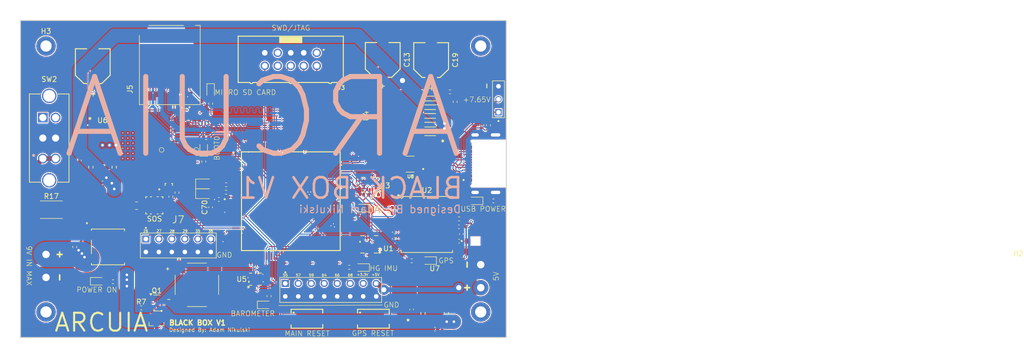
<source format=kicad_pcb>
(kicad_pcb (version 20241229) (generator "pcbnew") (generator_version "9.0")
  (layers (0 "F.Cu" signal) (4 "In1.Cu" signal) (6 "In2.Cu" signal) (2 "B.Cu" signal) (13 "F.Paste" user) (15 "B.Paste" user) (5 "F.SilkS" user "F.Silkscreen") (7 "B.SilkS" user "B.Silkscreen") (1 "F.Mask" user) (3 "B.Mask" user) (25 "Edge.Cuts" user))
  (net 0 "")
  (net 1 "+3.3V")
  (net 2 "GND")
  (net 3 "Net-(Q1-C)")
  (net 5 "MAX_Timepulse")
  (net 6 "GPIO 6")
  (net 7 "H3_INT1")
  (net 8 "H3_INT2")
  (net 10 "GPIO 4")
  (net 12 "GPIO 3")
  (net 14 "GPIO 2")
  (net 16 "SOS PWM")
  (net 18 "LPS_INT1")
  (net 22 "SWO")
  (net 27 "Net-(IC3-VCAP_1)")
  (net 31 "BNO_INT1")
  (net 32 "Buzzer PWM")
  (net 33 "Net-(IC3-VCAP_2)")
  (net 34 "GPIO 5")
  (net 35 "SERVO SIGNAL")
  (net 36 "GPS LED")
  (net 37 "GPIO 1")
  (net 41 "BNO_INT2")
  (net 43 "SWDIO")
  (net 44 "Rx")
  (net 45 "Net-(IC3-PH1-OSC_OUT)")
  (net 46 "Tx")
  (net 55 "BOOT0")
  (net 61 "Net-(IC3-PH0-OSC_IN)")
  (net 64 "SWCLK")
  (net 65 "MAX_INT1")
  (net 71 "Net-(C2-Pad2)")
  (net 72 "Net-(J2-PadS1)")
  (net 75 "NRST")
  (net 76 "Net-(J4-CC2)")
  (net 77 "/D-")
  (net 78 "Net-(D3-A)")
  (net 80 "/D+")
  (net 81 "Net-(J4-CC1)")
  (net 83 "Net-(C27-Pad2)")
  (net 84 "Net-(Q2-D)")
  (net 85 "Net-(LED1-Pad2)")
  (net 87 "Net-(Q1-B)")
  (net 88 "Net-(Q2-G)")
  (net 89 "Net-(U2-RESET_N)")
  (net 91 "Net-(R17-Pad1)")
  (net 93 "Net-(D5-A)")
  (net 96 "Net-(U2-V_ANT)")
  (net 100 "Net-(U2-RF_IN)")
  (net 101 "Net-(U2-TxD)")
  (net 102 "Net-(U2-RxD)")
  (net 107 "+BATT")
  (net 108 "+7.65V")
  (net 110 "Net-(U4-ADJ)")
  (net 111 "+5V")
  (net 112 "Net-(R17-Pad2)")
  (net 113 "Net-(D2-A)")
  (net 114 "Net-(D3-K)")
  (net 115 "Net-(D4-A)")
  (net 116 "Net-(D5-K)")
  (net 117 "Net-(D6-A)")
  (net 118 "Net-(D7-A)")
  (net 119 "Net-(D8-A)")
  (net 120 "Net-(D9-A)")
  (net 121 "Net-(D10-A)")
  (net 122 "Net-(D11-A)")
  (net 123 "Orange LED")
  (net 124 "Net-(IC3-PF5)")
  (net 125 "Net-(IC3-PF2)")
  (net 126 "Yellow LED")
  (net 127 "Light Green LED")
  (net 128 "Net-(IC3-VDDA)")
  (net 130 "SDIO_D0")
  (net 136 "SDIO_CLK")
  (net 140 "I2C4_SCL")
  (net 141 "I2C4_SDA")
  (net 142 "SDIO_D2")
  (net 143 "SDIO_D3")
  (net 144 "SDIO_CMD")
  (net 147 "SDIO_D1")
  (net 149 "TEAL IMU LED")
  (net 152 "USB_DATA_OUT -")
  (net 153 "USB_DATA_OUT +")
  (net 154 "/+ BATT IN")
  (net 169 "2GPIO4")
  (net 170 "2GPIO5")
  (net 171 "2GPIO3")
  (net 172 "2GPIO1")
  (net 173 "2GPIO2")
  (net 174 "2GPIO6")
  (footprint "LED_SMD:LED_0603_1608Metric" (layer "F.Cu") (at 188.9375 97.28 180)
    (property "Reference" "D3" (hide yes))
    (property "Value" "BLUE USB LED")
  )
  (footprint "Group Rocket Main PCB:SOT95P280X145-6N" (layer "F.Cu") (at 176.2 90.1 180)
    (property "Reference" "U8")
    (property "Value" "USBLC6-2SC6")
  )
  (footprint "Group Rocket Main PCB:SMT_M8W-0_UBL-L" (layer "F.Cu") (at 179.48 101.89)
    (property "Reference" "U2")
    (property "Value" "MAX-M8W-0" (hide yes))
  )
  (footprint "Capacitor_SMD:C_0201_0603Metric" (layer "F.Cu") (at 140.8 103.45 90)
    (property "Reference" "C74" (hide yes))
    (property "Value" "100nF" (hide yes))
  )
  (footprint "Inductor_SMD:L_0402_1005Metric" (layer "F.Cu") (at 173.18 98.6 180)
    (property "Reference" "L2" (hide yes))
    (property "Value" "BLM15HD102SN1D" (hide yes))
  )
  (footprint "Capacitor_SMD:C_0402_1005Metric" (layer "F.Cu") (at 111.52 89.36 -90)
    (property "Reference" "C29" (hide yes))
    (property "Value" "22uF" (hide yes))
  )
  (footprint "Capacitor_SMD:C_0201_0603Metric" (layer "F.Cu") (at 168.47 108.66 180)
    (property "Reference" "C3" (hide yes))
    (property "Value" "100nF" (hide yes))
  )
  (footprint "MountingHole:MountingHole_2.2mm_M2_DIN965_Pad_TopBottom" (layer "F.Cu") (at 190 67)
    (property "Reference" "H1" (hide yes))
    (property "Value" "MountingHole_Pad_MP" (hide yes))
  )
  (footprint "Group Rocket Main PCB:STM32H573ZIT6" (layer "F.Cu") (at 152.87 97.34)
    (property "Reference" "IC3" (hide yes))
    (property "Value" "STM32H573ZIT6" (hide yes))
  )
  (footprint "LED_SMD:LED_0603_1608Metric" (layer "F.Cu") (at 137.18 75.85 -90)
    (property "Reference" "D7" (hide yes))
    (property "Value" "Light green SD CARD LED" (hide yes))
  )
  (footprint "Resistor_SMD:R_0402_1005Metric" (layer "F.Cu") (at 110.614401 106.288501 90)
    (property "Reference" "R18" (hide yes))
    (property "Value" "10Kohm" (hide yes))
  )
  (footprint "Group Rocket Main PCB:SOT95P230X110-3N" (layer "F.Cu") (at 126.6 121.04 -90)
    (property "Reference" "D1" (hide yes))
    (property "Value" "BZX84-C12_215" (hide yes))
  )
  (footprint "Resistor_SMD:R_0402_1005Metric" (layer "F.Cu") (at 192.48 97.28 180)
    (property "Reference" "R16" (hide yes))
    (property "Value" "1.5K Ohm" (hide yes))
  )
  (footprint "Capacitor_SMD:C_0201_0603Metric" (layer "F.Cu") (at 155.61 84.92 -90)
    (property "Reference" "C82" (hide yes))
    (property "Value" "100nF" (hide yes))
  )
  (footprint "Group Rocket Main PCB:MFS201N-9-Z_NDC" (layer "F.Cu") (at 105.62 85)
    (property "Reference" "SW2")
    (property "Value" "MFS201N-9-Z")
  )
  (footprint "Group Rocket Main PCB:LJ_CRBP_OSR" (layer "F.Cu") (at 126.176 98.15 180)
    (property "Reference" "SOS")
    (property "Value" "LJ CRBP.01-JZLX-27-3A4A-350-R18" (hide yes))
  )
  (footprint "Resistor_SMD:R_0805_2012Metric" (layer "F.Cu") (at 122.7025 98.22 180)
    (property "Reference" "R8" (hide yes))
    (property "Value" "7.6 Ohms 0.25W" (hide yes))
  )
  (footprint "Resistor_SMD:R_0402_1005Metric" (layer "F.Cu") (at 164.29 110.25 180)
    (property "Reference" "R26" (hide yes))
    (property "Value" "1K Ohm" (hide yes))
  )
  (footprint "Group Rocket Main PCB:HLGA-10L_2X2X0P73_STM-L" (layer "F.Cu") (at 145.95 112.6 90)
    (property "Reference" "U5" (hide yes))
    (property "Value" "LPS22HHTR" (hide yes))
  )
  (footprint "Resistor_SMD:R_0402_1005Metric" (layer "F.Cu") (at 118.076901 113.09)
    (property "Reference" "R28" (hide yes))
    (property "Value" "6.2K Ohms" (hide yes))
  )
  (footprint "Resistor_SMD:R_0402_1005Metric" (layer "F.Cu") (at 130.6085 95.6553 -90)
    (property "Reference" "R10" (hide yes))
    (property "Value" "10Kohm" (hide yes))
  )
  (footprint "Resistor_SMD:R_0402_1005Metric" (layer "F.Cu") (at 187.63 102.34)
    (property "Reference" "R1" (hide yes))
    (property "Value" "10 Ohm" (hide yes))
  )
  (footprint "Resistor_SMD:R_0402_1005Metric" (layer "F.Cu") (at 185.77 100.8)
    (property "Reference" "R2" (hide yes))
    (property "Value" "10 Ohm" (hide yes))
  )
  (footprint "Resistor_SMD:R_0402_1005Metric" (layer "F.Cu") (at 185 77.91 -90)
    (property "Reference" "R4" (hide yes))
    (property "Value" "75Kohm" (hide yes))
  )
  (footprint "Resistor_SMD:R_0402_1005Metric" (layer "F.Cu") (at 167.6 96.09)
    (property "Reference" "R12" (hide yes))
    (property "Value" "680ohms" (hide yes))
  )
  (footprint "Inductor_SMD:L_0402_1005Metric" (layer "F.Cu") (at 173.2 99.7 180)
    (property "Reference" "L1" (hide yes))
    (property "Value" "BLM15HD102SN1D" (hide yes))
  )
  (footprint "Capacitor_SMD:C_0201_0603Metric" (layer "F.Cu") (at 145.27 84.92 -90)
    (property "Reference" "C78" (hide yes))
    (property "Value" "100nF" (hide yes))
  )
  (footprint "Group Rocket Main PCB:XDCR_CMT-8504-100-SMT-TR" (layer "F.Cu") (at 134.5 113.7)
    (property "Reference" "LS1" (hide yes))
    (property "Value" "CMT-8504-100-SMT-TR" (hide yes))
  )
  (footprint "Capacitor_SMD:C_0201_0603Metric" (layer "F.Cu") (at 119 70.345 -90)
    (property "Reference" "C40" (hide yes))
    (property "Value" "100nF" (hide yes))
  )
  (footprint "Group Rocket Main PCB:WCAP-HSG5_D6.3H5.8P2.2" (layer "F.Cu") (at 114.14 70.93 -90)
    (property "Reference" "C42" (hide yes))
    (property "Value" "10uF AL" (hide yes))
  )
  (footprint "Capacitor_SMD:C_0402_1005Metric" (layer "F.Cu") (at 185.76 105.16)
    (property "Reference" "C2" (hide yes))
    (property "Value" "47pF" (hide yes))
  )
  (footprint "Capacitor_SMD:C_0201_0603Metric" (layer "F.Cu") (at 140.43 96.52)
    (property "Reference" "C76" (hide yes))
    (property "Value" "100nF" (hide yes))
  )
  (footprint "Package_TO_SOT_SMD:SOT-23" (layer "F.Cu") (at 126.66 117.2475)
    (property "Reference" "Q1")
    (property "Value" "2PD601BRL" (hide yes))
  )
  (footprint "Resistor_SMD:R_0402_1005Metric" (layer "F.Cu") (at 191.49 82.5 -90)
    (property "Reference" "R5" (hide yes))
    (property "Value" "5.11Kohm" (hide yes))
  )
  (footprint "Capacitor_SMD:C_0201_0603Metric" (layer "F.Cu") (at 164.95 101.13 90)
    (property "Reference" "C87" (hide yes))
    (property "Value" "100nF" (hide yes))
  )
  (footprint "Group Rocket Main PCB:TO-252-3_6P6X6P1_DIO-L" (layer "F.Cu") (at 116.05 86.3392)
    (property "Reference" "U6")
    (property "Value" "AZ1084CD-3.3TRG1" (hide yes))
  )
  (footprint "Resistor_SMD:R_0402_1005Metric" (layer "F.Cu") (at 140.22 94.13)
    (property "Reference" "R20" (hide yes))
    (property "Value" "1 Ohm" (hide yes))
  )
  (footprint "Group Rocket Main PCB:D2PAK-5_ONS" (layer "F.Cu") (at 173.77 80.67 90)
    (property "Reference" "U4")
    (property "Value" "NCV5662DSADJR4G" (hide yes))
  )
  (footprint "Capacitor_SMD:C_0201_0603Metric" (layer "F.Cu") (at 166.31 92.97 -90)
    (property "Reference" "C28" (hide yes))
    (property "Value" "100nF" (hide yes))
  )
  (footprint "Group Rocket Main PCB:BAT_16GA_THT_PAD" (layer "F.Cu") (at 190 112 90)
    (property "Reference" "REF**" (hide yes))
    (property "Value" "BAT_16GA_THT_PAD" (hide yes))
  )
  (footprint "Group Rocket Main PCB:BAT_16GA_THT_PAD" (layer "F.Cu") (at 105 110 -90)
    (property "Reference" "U9" (hide yes))
    (property "Value" "Battery terminal" (hide yes))
  )
  (footprint "Resistor_SMD:R_0402_1005Metric" (layer "F.Cu") (at 140.21 95.58)
    (property "Reference" "R23" (hide yes))
    (property "Value" "1 Ohm" (hide yes))
  )
  (footprint "Resistor_SMD:R_0402_1005Metric" (layer "F.Cu") (at 183.98 75.96 180)
    (property "Reference" "R3" (hide yes))
    (property "Value" "10Kohm" (hide yes))
  )
  (footprint "Capacitor_SMD:C_0201_0603Metric" (layer "F.Cu") (at 144.84 115.24 -90)
    (property "Reference" "C6" (hide yes))
    (property "Value" "100nF" (hide yes))
  )
  (footprint "Capacitor_SMD:C_0201_0603Metric" (layer "F.Cu") (at 150.89 120.335 -90)
    (property "Reference" "C67" (hide yes))
    (property "Value" "100nF" (hide yes))
  )
  (footprint "Resistor_SMD:R_01005_0402Metric" (layer "F.Cu") (at 131.79 79.4875 180)
    (property "Reference" "R14" (hide yes))
    (property "Value" "47K Ohms" (hide yes))
  )
  (footprint "MountingHole:MountingHole_2.2mm_M2_DIN965_Pad_TopBottom" (layer "F.Cu") (at 190 119)
    (property "Reference" "H2")
    (property "Value" "MountingHole_Pad_MP" (hide yes))
  )
  (footprint "Capacitor_SMD:C_0201_0603Metric" (layer "F.Cu") (at 144.18 85.2 180)
    (property "Reference" "C77" (hide yes))
    (property "Value" "100nF" (hide yes))
  )
  (footprint "Inductor_SMD:L_0402_1005Metric" (layer "F.Cu") (at 139.2 104.05 90)
    (property "Reference" "L7" (hide yes))
    (property "Value" "BLM15HD102SN1D" (hide yes))
  )
  (footprint "Resistor_SMD:R_0402_1005Metric" (layer "F.Cu") (at 123.62 118.2)
    (property "Reference" "R7")
    (property "Value" "180ohm" (hide yes))
  )
  (footprint "Resistor_SMD:R_0402_1005Metric" (layer "F.Cu") (at 137.18 78.2675 -90)
    (property "Reference" "R24" (hide yes))
    (property "Value" "800 Ohm" (hide yes))
  )
  (footprint "Capacitor_SMD:C_0201_0603Metric" (layer "F.Cu") (at 150.63 84.92 -90)
    (property "Reference" "C80" (hide yes))
    (property "Value" "100nF" (hide yes))
  )
  (footprint "Capacitor_SMD:C_0402_1005Metric" (layer "F.Cu") (at 116.05 93.75 180)
    (property "Reference" "C18" (hide yes))
    (property "Value" "10uF" (hide yes))
  )
  (footprint "LED_SMD:LED_0805_2012Metric" (layer "F.Cu") (at 135.95 95.86)
    (property "Reference" "D4" (hide yes))
    (property "Value" "BIG BLUE LED" (hide yes))
  )
  (footprint "Capacitor_SMD:C_0402_1005Metric" (layer "F.Cu") (at 176.49 118.52 -90)
    (property "Reference" "C30" (hide yes))
    (property "Value" "22uF" (hide yes))
  )
  (footprint "LED_SMD:LED_0603_1608Metric" (layer "F.Cu") (at 115.156901 113)
    (property "Reference" "D11" (hide yes))
    (property "Value" "RED POWER LED" (hide yes))
  )
  (footprint "LED_SMD:LED_0603_1608Metric" (layer "F.Cu") (at 135.83 87.045 90)
    (property "Reference" "D5" (hide yes))
    (property "Value" "WHITE BOOT LED" (hide yes))
  )
  (footprint "Resistor_SMD:R_0402_1005Metric" (layer "F.Cu") (at 129.4 96.45 -90)
    (property "Reference" "R9" (hide yes))
    (property "Value" "180ohm" (hide yes))
  )
  (footprint "Group Rocket Main PCB:TFLGA16_3P15X3P15_STM-L" (layer "F.Cu") (at 168.2062 105.78 180)
    (property "Reference" "U1" (hide yes))
    (property "Value" "H3LIS100DLTR" (hide yes))
  )
  (footprint "Group Rocket Main PCB:61201021621" (layer "F.Cu") (at 152.85 69.6 180)
    (property "Reference" "J3")
    (property "Value" "6120XX21621_61201021621" (hide yes))
  )
  (footprint "Group Rocket Main PCB:434121043836" (layer "F.Cu") (at 169.01 120.33)
    (property "Reference" "S2" (hide yes))
    (property "Value" "434121043836" (hide yes))
  )
  (footprint "Group Rocket Main PCB:VESM_TOS" (layer "F.Cu") (at 129.01 94.4053)
    (property "Reference" "Q2" (hide yes))
    (property "Value" "~" (hide yes))
  )
  (footprint "Resistor_SMD:R_0402_1005Metric" (layer "F.Cu") (at 169.5 96.09 180)
    (property "Reference" "R11" (hide yes))
    (property "Value" "680ohms" (hide yes))
  )
  (footprint "Resistor_SMD:R_01005_0402Metric" (layer "F.Cu") (at 124.82 79.4675 180)
    (property "Reference" "R30" (hide yes))
    (property "Value" "47K Ohms" (hide yes))
  )
  (footprint "Capacitor_SMD:C_0201_0603Metric" (layer "F.Cu") (at 165.29 95.08 180)
    (property "Reference" "C88" (hide yes))
    (property "Value" "100nF" (hide yes))
  )
  (footprint "Resistor_SMD:R_01005_0402Metric" (layer "F.Cu") (at 130.265 79.4775)
    (property "Reference" "R19" (hide yes))
    (property "Value" "47K Ohms" (hide yes))
  )
  (footprint "MountingHole:MountingHole_2.2mm_M2_DIN965_Pad_TopBottom" (layer "F.Cu") (at 105 119)
    (property "Reference" "H4" (hide yes))
    (property "Value" "MountingHole_Pad_MP" (hide yes))
  )
  (footprint "Group Rocket Main PCB:AMPHENOL_GSB1C4621DS2HR" (layer "F.Cu") (at 192.9 90 90)
    (property "Reference" "J4" (hide yes))
    (property "Value" "GSB1C4621DS2HR" (hide yes))
    (fp_line (start 3.937 -4.6) (end -3.937 -4.6) (stroke (width 0.01)) (layer "Edge.Cuts"))
    (fp_line (start -4.62 -4.6) (end -4.62 2.1) (stroke (width 0.01)) (layer "Edge.Cuts"))
    (fp_line (start 4.62 2.1) (end 4.62 -4.6) (stroke (width 0.01)) (layer "Edge.Cuts"))
    (fp_line (start -4.62 2.1) (end 4.62 2.1) (stroke (width 0.01)) (layer "Edge.Cuts"))
    (fp_arc (start 4.1535 -4.725) (mid 4.434708 -4.841479) (end 4.62 -4.6) (stroke (width 0.01)) (layer "Edge.Cuts"))
    (fp_arc (start 4.1535 -4.725) (mid 4.061997 -4.633495) (end 3.937 -4.6) (stroke (width 0.01)) (layer "Edge.Cuts"))
    (fp_arc (start -3.937 -4.6) (mid -4.061997 -4.633495) (end -4.1535 -4.725) (stroke (width 0.01)) (layer "Edge.Cuts"))
    (fp_arc (start -4.62 -4.6) (mid -4.434708 -4.841479) (end -4.1535 -4.725) (stroke (width 0.01)) (layer "Edge.Cuts"))
  )
  (footprint "Group Rocket Main PCB:TE_87215-3" (layer "F.Cu") (at 130.87 106)
    (property "Reference" "J7")
    (property "Value" "87215-3")
  )
  (footprint "Resistor_SMD:R_0402_1005Metric" (layer "F.Cu") (at 148.6 115.9 90)
    (property "Reference" "R27" (hide yes))
    (property "Value" "680 Ohms" (hide yes))
  )
  (footprint "Group Rocket Main PCB:WCAP-HSG5_D6.3H5.8P2.2" (layer "F.Cu") (at 180.3 69.75 -90)
    (property "Reference" "C19")
    (property "Value" "WCAP-HSG5_D6.3H5.8P2.2" (hide yes))
  )
  (footprint "Resistor_SMD:R_2512_6332Metric" (layer "F.Cu") (at 106.0375 99)
    (property "Reference" "R17")
    (property "Value" "100 ohm 1W or larger" (hide yes))
  )
  (footprint "Resistor_SMD:R_0402_1005Metric" (layer "F.Cu") (at 190.22 82.49 90)
    (property "Reference" "R15" (hide yes))
    (property "Value" "5.11Kohm" (hide yes))
  )
  (footprint "Capacitor_SMD:C_0402_1005Metric" (layer "F.Cu") (at 138.79 97)
    (property "Reference" "C73" (hide yes))
    (property "Value" "4pF")
  )
  (footprint "Capacitor_SMD:C_0201_0603Metric" (layer "F.Cu") (at 140.06 104.9 90)
    (property "Reference" "C71" (hide yes))
    (property "Value" "10uF" (hide yes))
  )
  (footprint "Group Rocket Main PCB:TE_87215-5" (layer "F.Cu") (at 160.67 114.69)
    (property "Reference" "J6" (hide yes))
    (property "Value" "87215-5")
  )
  (footprint "Resistor_SMD:R_0402_1005Metric" (layer "F.Cu") (at 136.31 84.91 180)
    (property "Reference" "R22" (hide yes))
    (property "Value" "10Kohm" (hide yes))
  )
  (footprint "Capacitor_SMD:C_0402_1005Metric" (layer "F.Cu") (at 185.74 102.35)
    (property "Reference" "C27" (hide yes))
    (property "Value" "10nF" (hide yes))
  )
  (footprint "Capacitor_SMD:C_0201_0603Metric" (layer "F.Cu") (at 140.8 104.9 90)
    (property "Reference" "C72" (hide yes))
    (property "Value" "1uF" (hide yes))
  )
  (footprint "Group Rocket Main PCB:LINX_CONMHF1-SMD-G-T" (layer "F.Cu") (at 188.97 105.13 90)
    (property "Reference" "J2" (hide yes))
    (property "Value" "CNMHF1" (hide yes))
  )
  (footprint "Capacitor_SMD:C_0402_1005Metric" (layer "F.Cu") (at 186.21 103.77 -90)
    (property "Reference" "L3" (hide yes))
    (property "Value" "27nH" (hide yes))
  )
  (footprint "Capacitor_SMD:C_0201_0603Metric" (layer "F.Cu") (at 160.47 109.76 90)
    (property "Reference" "C84" (hide yes))
    (property "Value" "100nF" (hide yes))
  )
  (footprint "Capacitor_SMD:C_0201_0603Metric" (layer "F.Cu") (at 140.45 91.1)
    (property "Reference" "C75" (hide yes))
    (property "Value" "100nF" (hide yes))
  )
  (footprint "Resistor_SMD:R_0402_1005Metric" (layer "F.Cu") (at 176.49 109)
    (property "Reference" "R13" (hide yes))
    (property "Value" "1 Ohm" (hide yes))
  )
  (footprint "LED_SMD:LED_0603_1608Metric" (layer "F.Cu") (at 166.75 110.31 180)
    (property "Reference" "D9" (hide yes))
    (property "Value" "YELLOW LED" (hide yes))
  )
  (footprint "Capacitor_SMD:C_0201_0603Metric" (layer "F.Cu") (at 168.465 107.91 180)
    (property "Reference" "C20" (hide yes))
    (property "Value" "10uF AL" (hide yes))
  )
  (footprint "Capacitor_SMD:C_0402_1005Metric" (layer "F.Cu") (at 173.22 105.19 180)
    (property "Reference" "C5" (hide yes))
    (property "Value" "10uF" (hide yes))
  )
  (footprint "Group Rocket Main PCB:434121043836" (layer "F.Cu") (at 156.01 120.33)
    (property "Reference" "S5" (hide yes))
    (property "Value" "434121043836" (hide yes))
  )
  (footprint "Capacitor_SMD:C_0201_0603Metric" (layer "F.Cu") (at 144.72 109.41)
    (property "Reference" "C79" (hide yes))
    (property "Value" "100nF" (hide yes))
  )
  (footprint "Capacitor_SMD:C_0201_0603Metric" (layer "F.Cu") (at 165.29 88.55 180)
    (property "Reference" "C86" (hide yes))
    (property "Value" "100nF" (hide yes))
  )
  (footprint "Resistor_SMD:R_0402_1005Metric" (layer "F.Cu") (at 135.85 89.585 -90)
    (property "Reference" "R21" (hide yes))
    (property "Value" "300 Ohm" (hide yes))
  )
  (footprint "Capacitor_SMD:C_0201_0603Metric" (layer "F.Cu") (at 145.55 115.23 -90)
    (property "Reference" "C7" (hide yes))
    (property "Value" "4.7uF" (hide yes))
  )
  (footprint "Resistor_SMD:R_01005_0402Metric" (layer "F.Cu") (at 126.74 79.4875)
    (property "Reference" "R29" (hide yes))
    (property "Value" "47K Ohms" (hide yes))
  )
  (footprint "Capacitor_SMD:C_0402_1005Metric" (layer "F.Cu") (at 173.22 104.1 180)
    (property "Reference" "C4" (hide yes))
    (property "Value" "1uF" (hide yes))
  )
  (footprint "Capacitor_SMD:C_0201_0603Metric" (layer "F.Cu") (at 168.5 92.2)
    (property "Reference" "C21" (hide yes))
    (property "Value" "100nF" (hide yes))
  )
  (footprint "Group Rocket Main PCB:LGA-14L_2P5X3X0P86_STM-L" (layer "F.Cu") (at 168.3162 94.1 180)
    (property "Reference" "U3")
    (property "Value" "LSM6DSOTR" (hide yes))
  )
  (footprint "LED_SMD:LED_0603_1608Metric" (layer "F.Cu") (at 166.8925 98.68 180)
    (property "Reference" "D8" (hide yes))
    (property "Value" "TEAL LED" (hide yes))
  )
  (footprint "LED_SMD:LED_0603_1608Metric" (layer "F.Cu") (at 147.8 117.62)
    (property "Reference" "D10" (hide yes))
    (property "Value" "Orange LED" (hide yes))
  )
  (footprint "Resistor_SMD:R_0402_1005Metric" (layer "F.Cu") (at 165.57 99.96 180)
    (property "Reference" "R25" (hide yes))
    (property "Value" "1 Ohm" (hide yes))
  )
  (footprint "Capacitor_SMD:C_0201_0603Metric" (layer "F.Cu") (at 173.36 102.97 180)
    (property "Reference" "C1" (hide yes))
    (property "Value" "100nF" (hide yes))
  )
  (footprint "Capacitor_SMD:C_0402_1005Metric" (layer "F.Cu") (at 137.18 98.54 90)
    (property "Reference" "C70")
    (property "Value" "4pF")
  )
  (footprint "MountingHole:MountingHole_2.2mm_M2_DIN965_Pad_TopBottom" (layer "F.Cu") (at 105 67)
    (property "Reference" "H3")
    (property "Value" "MountingHole_Pad_MP" (hide yes))
  )
  (footprint "Capacitor_SMD:C_0201_0603Metric" (layer "F.Cu") (at 135.72 83.72 90)
    (property "Reference" "C36" (hide yes))
    (property "Value" "100nF" (hide yes))
  )
  (footprint "Group Rocket Main PCB:TO252-3_369AS_FAS" (layer "F.Cu") (at 117.114401 106.280001 -90)
    (property "Reference" "U10" (hide yes))
    (property "Value" "FDD306P" (hide yes))
  )
  (footprint "Group Rocket Main PCB:CL-SB-12B-02T" (layer "F.Cu") (at 130.99 87.31)
    (property "Reference" "SW4" (hide yes))
    (property "Value" "SW_SPDT_321" (hide yes))
  )
  (footprint "Group Rocket Main PCB:JAE_ST1W008S4TR2000" (layer "F.Cu") (at 129.2 70.5675 90)
    (property "Reference" "J5")
    (property "Value" "ST1W008S4TR2000" (hide yes))
  )
  (footprint "Capacitor_SMD:C_0201_0603Metric" (layer "F.Cu") (at 161.53 109.41)
    (property "Reference" "C85" (hide yes))
    (property "Value" "100nF" (hide yes))
  )
  (footprint "Group Rocket Main PCB:TO-252-3_6P6X6P1_DIO-L" (layer "F.Cu") (at 181 114.9492)
    (property "Reference" "U7")
    (property "Value" "AZ1084CD-5.0TRG1" (hide yes))
  )
  (footprint "Group Rocket Main PCB:TE_5-146285-3" (layer "F.Cu") (at 193.47 77.41 90)
    (property "Reference" "J1" (hide yes))
    (property "Value" "5-146285-3" (hide yes))
  )
  (footprint "Capacitor_SMD:C_0201_0603Metric" (layer "F.Cu") (at 151.62 109.76 90)
    (property "Reference" "C81" (hide yes))
    (property "Value" "100nF" (hide yes))
  )
  (footprint "Capacitor_SMD:C_0402_1005Metric" (layer "F.Cu") (at 181.05 122.35 180)
    (property "Reference" "C31" (hide yes))
    (property "Value" "10uF" (hide yes))
  )
  (footprint "LED_SMD:LED_0603_1608Metric" (layer "F.Cu") (at 179.8525 108.95 180)
    (property "Reference" "D2" (hide yes))
    (property "Value" "GREEN LED" (hide yes))
  )
  (footprint "Capacitor_SMD:C_0201_0603Metric" (layer "F.Cu") (at 156.63 109.765 90)
    (property "Reference" "C83" (hide yes))
    (property "Value" "100nF" (hide yes))
  )
  (footprint "LED_SMD:LED_0805_2012Metric" (layer "F.Cu") (at 135.95 93.96)
    (property "Reference" "D6" (hide yes))
    (property "Value" "PURPLE LED" (hide yes))
  )
  (footprint "Group Rocket Main PCB:XTAL_ABM11W-48.0000MHZ-7-B1U-T3" (layer "F.Cu") (at 139.3 98.58 -90)
    (property "Reference" "Y5" (hide yes))
    (property "Value" "ABM11W-48.0000MHZ-7-B1U-T3" (hide yes))
  )
  (footprint "Group Rocket Main PCB:WCAP-HSG5_D6.3H5.8P2.2" (layer "F.Cu") (at 170.84 69.72 -90)
    (property "Reference" "C13")
    (property "Value" "WCAP-HSG5_D6.3H5.8P2.2" (hide yes))
  )
  (footprint "Resistor_SMD:R_01005_0402Metric" (layer "F.Cu") (at 135.115 79.4975 180)
    (property "Reference" "R6" (hide yes))
    (property "Value" "47K Ohms" (hide yes))
  )
  (gr_line (start 170.8 117.65) (end 150.5 117.75) (stroke (width 0.1)) (layer "F.SilkS"))
  (gr_rect (start 100 62) (end 195 124) (stroke (width 0.2)) (fill no) (layer "Edge.Cuts"))
  (gr_text "GPS RESET" (at 164.75 123.75 0) (layer "F.SilkS") (effects (font (size 1 1) (thickness 0.1)) (justify left bottom)))
  (gr_text "SWD/JTAG\n" (at 149.05 64.05 0) (layer "F.SilkS") (effects (font (size 1 1) (thickness 0.1)) (justify left bottom)))
  (gr_text "+3.3V\n" (at 165.7 112 0) (layer "F.SilkS") (effects (font (size 0.5 0.5) (thickness 0.1) (bold yes)) (justify left bottom)))
  (gr_text "POWER ON" (at 110.9 115.25 0) (layer "F.SilkS") (effects (font (size 1 1) (thickness 0.1)) (justify left bottom)))
  (gr_text "ARCUIA" (at 106.4 123.1 0) (layer "F.SilkS") (effects (font (size 3.5 3.5) (thickness 0.4)) (justify left bottom)))
  (gr_text "MAIN RESET\n" (at 151.6 123.8 0) (layer "F.SilkS") (effects (font (size 1 1) (thickness 0.1)) (justify left bottom)))
  (gr_text "HG IMU" (at 168.235 111.045 0) (layer "F.SilkS") (effects (font (size 1 1) (thickness 0.1)) (justify left bottom)))
  (gr_text "27" (at 126.55 103.45 0) (layer "F.SilkS") (effects (font (size 0.5 0.5) (thickness 0.1)) (justify left bottom)))
  (gr_text "59" (at 156.35 112.1 0) (layer "F.SilkS") (effects (font (size 0.5 0.5) (thickness 0.1)) (justify left bottom)))
  (gr_text "+7.65V \n" (at 186.45 78.063641 0) (layer "F.SilkS") (effects (font (size 1 1) (thickness 0.1)) (justify left bottom)))
  (gr_text "MICRO SD CARD" (at 137.915 76.65 0) (layer "F.SilkS") (effects (font (size 1 1) (thickness 0.1)) (justify left bottom)))
  (gr_text "28" (at 129.1 103.5 0) (layer "F.SilkS") (effects (font (size 0.5 0.5) (thickness 0.1)) (justify left bottom)))
  (gr_text "USB POWER" (at 186 99.45 0) (layer "F.SilkS") (effects (font (size 1 1) (thickness 0.1)) (justify left bottom)))
  (gr_text "36" (at 136.65 103.45 0) (layer "F.SilkS") (effects (font (size 0.5 0.5) (thickness 0.1)) (justify left bottom)))
  (gr_text "35" (at 134.15 103.45 0) (layer "F.SilkS") (effects (font (size 0.5 0.5) (thickness 0.1)) (justify left bottom)))
  (gr_text "+5V" (at 168.6 112 0) (layer "F.SilkS") (effects (font (size 0.5 0.5) (thickness 0.1) (bold yes)) (justify left bottom)))
  (gr_text "5V" (at 193.6 113 90) (layer "F.SilkS") (effects (font (size 1 1) (thickness 0.1)) (justify left bottom)))
  (gr_text "Designed By: Adam Nikulski" (at 129 122.95 0) (layer "F.SilkS") (effects (font (size 0.75 0.75) (thickness 0.1)) (justify left bottom)))
  (gr_text "U1\n" (at 171.95 106.6 0) (layer "F.SilkS") (effects (font (size 1 1))))
  (gr_text "U5\n" (at 143.25 112.6 0) (layer "F.SilkS") (effects (font (size 1 1))))
  (gr_text "GND\n" (at 138.29 108.44 0) (layer "F.SilkS") (effects (font (size 1 1) (thickness 0.1)) (justify left bottom)))
  (gr_text "GND" (at 170.95 118.2 0) (layer "F.SilkS") (effects (font (size 1 1) (thickness 0.1)) (justify left bottom)))
  (gr_text "64" (at 158.85 112.1 0) (layer "F.SilkS") (effects (font (size 0.5 0.5) (thickness 0.1)) (justify left bottom)))
  (gr_text "26" (at 123.95 103.46 0) (layer "F.SilkS") (effects (font (size 0.5 0.5) (thickness 0.1)) (justify left bottom)))
  (gr_text "57" (at 153.8 112.1 0) (layer "F.SilkS") (effects (font (size 0.5 0.5) (thickness 0.1)) (justify left bottom)))
  (gr_text "55" (at 151.25 112.1 0) (layer "F.SilkS") (effects (font (size 0.5 0.5) (thickness 0.1)) (justify left bottom)))
  (gr_text "BOOT0" (at 139 89.431359 90) (layer "F.SilkS") (effects (font (size 1 1) (thickness 0.1)) (justify left bottom)))
  (gr_text "29" (at 131.65 103.46 0) (layer "F.SilkS") (effects (font (size 0.5 0.5) (thickness 0.1)) (justify left bottom)))
  (gr_text "BLACK BOX V1" (at 128.95 121.7 0) (layer "F.SilkS") (effects (font (size 1 1) (thickness 0.25) (bold yes)) (justify left bottom)))
  (gr_text "-" (at 191.7 75.55 90) (layer "F.SilkS") (effects (font (size 1 1) (thickness 0.2) (bold yes)) (justify left bottom)))
  (gr_text "IMU" (at 168.3775 99.415 0) (layer "F.SilkS") (effects (font (size 1 1) (thickness 0.1)) (justify left bottom)))
  (gr_text "68" (at 163.95 112.1 0) (layer "F.SilkS") (effects (font (size 0.5 0.5) (thickness 0.1)) (justify left bottom)))
  (gr_text "BAROMETER\n" (at 141.05 119.9 0) (layer "F.SilkS") (effects (font (size 1 1) (thickness 0.1)) (justify left bottom)))
  (gr_text "66" (at 161.4 112.1 0) (layer "F.SilkS") (effects (font (size 0.5 0.5) (thickness 0.1)) (justify left bottom)))
  (gr_text "9V IN MAX\n" (at 101.1 106 270) (layer "F.SilkS") (effects (font (size 1 1) (thickness 0.1)) (justify left bottom)))
  (gr_text "GPS\n" (at 181.7 109.55 0) (layer "F.SilkS") (effects (font (size 1 1) (thickness 0.1)) (justify left bottom)))
  (gr_text "ARCUIA" (at 187.3 89.85 0) (layer "B.SilkS") (effects (font (size 15 15) (thickness 1)) (justify left bottom mirror)))
  (gr_text "Designed By: Adam Nikulski" (at 186.25 99.8 0) (layer "B.SilkS") (effects (font (size 1.5 1.5) (thickness 0.2)) (justify left bottom mirror)))
  (gr_text "BLACK BOX V1" (at 186.85 97.15 0) (layer "B.SilkS") (effects (font (size 4 4) (thickness 0.5)) (justify left bottom mirror)))
  (segment (start 114.14 75.94) (end 114.15 75.95) (width 0.3) (layer "F.Cu") (net 1))
  (segment (start 173.7 103.4) (end 173.7 102.99) (width 0.2) (layer "F.Cu") (net 1))
  (segment (start 143.75 85.5) (end 143.86 85.39) (width 0.2) (layer "F.Cu") (net 1))
  (segment (start 140.75 96.52) (end 141.1 96.52) (width 0.2) (layer "F.Cu") (net 1))
  (segment (start 162.39 109.41) (end 162.4 109.4) (width 0.2) (layer "F.Cu") (net 1))
  (segment (start 173.7 102.99) (end 173.68 102.97) (width 0.2) (layer "F.Cu") (net 1))
  (segment (start 140.78 91.09) (end 140.77 91.1) (width 0.2) (layer "F.Cu") (net 1))
  (segment (start 141.1 96.52) (end 141.17 96.52) (width 0.2) (layer "F.Cu") (net 1))
  (segment (start 167.706201 107.0754) (end 168.2062 107.0754) (width 0.2) (layer "F.Cu") (net 1))
  (segment (start 168.145 107.91) (end 168.145 107.1366) (width 0.2) (layer "F.Cu") (net 1))
  (segment (start 173.7 104.1) (end 173.7 103.4) (width 0.2) (layer "F.Cu") (net 1))
  (segment (start 170.01 96.09) (end 170.01 95.45) (width 0.2) (layer "F.Cu") (net 1))
  (segment (start 145.12 108.078) (end 145.12 109.33) (width 0.2) (layer "F.Cu") (net 1))
  (segment (start 156.63 109.445) (end 156.63 108.088) (width 0.2) (layer "F.Cu") (net 1))
  (segment (start 167.1059 92.9559) (end 167.1 92.95) (width 0.2) (layer "F.Cu") (net 1))
  (segment (start 164.545 100.59) (end 164.765 100.81) (width 0.2) (layer "F.Cu") (net 1))
  (segment (start 167.09 95.782501) (end 167.816201 95.0563) (width 0.2) (layer "F.Cu") (net 1))
  (segment (start 142.132 91.09) (end 143.19 91.09) (width 0.2) (layer "F.Cu") (net 1))
  (segment (start 168.816199 93.616199) (end 169.05 93.85) (width 0.2) (layer "F.Cu") (net 1))
  (segment (start 130.015 78.925) (end 130.015 74.5825) (width 0.2) (layer "F.Cu") (net 1))
  (segment (start 169.521599 106.8) (end 170.3 106.8) (width 0.2) (layer "F.Cu") (net 1))
  (segment (start 130.015 79.4775) (end 130.015 78.925) (width 0.2) (layer "F.Cu") (net 1))
  (segment (start 145.12 109.33) (end 145.04 109.41) (width 0.2) (layer "F.Cu") (net 1))
  (segment (start 164.8 94.91) (end 164.97 95.08) (width 0.2) (layer "F.Cu") (net 1))
  (segment (start 125.09 79.4875) (end 125.07 79.4675) (width 0.2) (layer "F.Cu") (net 1))
  (segment (start 164.97 88.55) (end 164.97 88.07) (width 0.2) (layer "F.Cu") (net 1))
  (segment (start 168.145 108.655) (end 168.15 108.66) (width 0.2) (layer "F.Cu") (net 1))
  (segment (start 140.035 103.565) (end 140.125 103.475) (width 0.2) (layer "F.Cu") (net 1))
  (segment (start 167.816201 94.533799) (end 167.9 94.45) (width 0.2) (layer "F.Cu") (net 1))
  (segment (start 146.2 111.785) (end 146.2 111.35) (width 0.2) (layer "F.Cu") (net 1))
  (segment (start 131 110.2) (end 131 108.7) (width 0.2) (layer "F.Cu") (net 1))
  (segment (start 174.612251 104.1) (end 174.62225 104.090001) (width 0.2) (layer "F.Cu") (net 1))
  (segment (start 168.82 92.2) (end 169 92.2) (width 0.2) (layer "F.Cu") (net 1))
  (segment (start 145.7 114.76) (end 146.21 114.76) (width 0.2) (layer "F.Cu") (net 1))
  (segment (start 161.85 109.1) (end 161.85 109.41) (width 0.2) (layer "F.Cu") (net 1))
  (segment (start 168.816199 93.1437) (end 168.816199 93.616199) (width 0.2) (layer "F.Cu") (net 1))
  (segment (start 143.86 85.39) (end 143.86 85.2) (width 0.2) (layer "F.Cu") (net 1))
  (segment (start 143.825 85.575) (end 143.75 85.5) (width 0.2) (layer "F.Cu") (net 1))
  (segment (start 167.1059 93.349999) (end 167.1059 92.9559) (width 0.2) (layer "F.Cu") (net 1))
  (segment (start 125.75 79.4875) (end 125.09 79.4875) (width 0.2) (layer "F.Cu") (net 1))
  (segment (start 174.60225 102.97) (end 174.62225 102.99) (width 0.2) (layer "F.Cu") (net 1))
  (segment (start 152.04 109.44) (end 152.05 109.45) (width 0.2) (layer "F.Cu") (net 1))
  (segment (start 133.505 89.7) (end 134.7 89.7) (width 0.2) (layer "F.Cu") (net 1))
  (segment (start 141.26 96.59) (end 142.132 96.59) (width 0.2) (layer "F.Cu") (net 1))
  (segment (start 169.5265 94.850001) (end 169.5265 94.35) (width 0.2) (layer "F.Cu") (net 1))
  (segment (start 167.045901 93.29) (end 167.1059 93.349999) (width 0.2) (layer "F.Cu") (net 1))
  (segment (start 117.205 70.665) (end 114.14 73.73) (width 0.3) (layer "F.Cu") (net 1))
  (segment (start 165.44 100.81) (end 165.45 100.8) (width 0.2) (layer "F.Cu") (net 1))
  (segment (start 173.7 105.19) (end 173.7 104.7) (width 0.2) (layer "F.Cu") (net 1))
  (segment (start 167.816201 95.0563) (end 167.816201 94.533799) (width 0.2) (layer "F.Cu") (net 1))
  (segment (start 143.19 91.09) (end 143.2 91.1) (width 0.2) (layer "F.Cu") (net 1))
  (segment (start 173.7 104.7) (end 173.7 104.1) (width 0.2) (layer "F.Cu") (net 1))
  (segment (start 150.63 86.592) (end 150.62 86.602) (width 0.2) (layer "F.Cu") (net 1))
  (segment (start 135.365 79.835) (end 135.125 80.075) (width 0.2) (layer "F.Cu") (net 1))
  (segment (start 117.4 86.39) (end 118.65 86.39) (width 2.79) (layer "F.Cu") (net 1))
  (segment (start 135.365 79.4975) (end 135.365 79.835) (width 0.2) (layer "F.Cu") (net 1))
  (segment (start 141.25 96.6) (end 141.26 96.59) (width 0.2) (layer "F.Cu") (net 1))
  (segment (start 144.84 113.394999) (end 144.84 114.92) (width 0.2) (layer "F.Cu") (net 1))
  (segment (start 132.04 79.4875) (end 132.5375 79.4875) (width 0.2) (layer "F.Cu") (net 1))
  (segment (start 164.765 100.81) (end 164.95 100.81) (width 0.2) (layer "F.Cu") (net 1))
  (segment (start 144.85 114.91) (end 144.84 114.92) (width 0.2) (layer "F.Cu") (net 1))
  (segment (start 163.648 88.55) (end 163.608 88.59) (width 0.2) (layer "F.Cu") (net 1))
  (segment (start 146.2 111.785) (end 146.2 112.4) (width 0.2) (layer "F.Cu") (net 1))
  (segment (start 166.31 93.29) (end 167.045901 93.29) (width 0.2) (layer "F.Cu") (net 1))
  (segment (start 146.21 114.76) (end 146.3 114.85) (width 0.2) (layer "F.Cu") (net 1))
  (segment (start 164.8 94.65) (end 164.8 94.91) (width 0.2) (layer "F.Cu") (net 1))
  (segment (start 140.8 103.13) (end 142.092 103.13) (width 0.2) (layer "F.Cu") (net 1))
  (segment (start 173.7 105.19) (end 174.622248 105.19) (width 0.2) (layer "F.Cu") (net 1))
  (segment (start 119 70.665) (end 117.205 70.665) (width 0.3) (layer "F.Cu") (net 1))
  (segment (start 145.7 114.76) (end 145.55 114.91) (width 0.2) (layer "F.Cu") (net 1))
  (segment (start 174.622248 105.19) (end 174.62225 105.189998) (width 0.2) (layer "F.Cu") (net 1))
  (segment (start 139.2 103.565) (end 140.035 103.565) (width 0.2) (layer "F.Cu") (net 1))
  (segment (start 167.706201 104.943799) (end 167.7 104.95) (width 0.2) (layer "F.Cu") (net 1))
  (segment (start 164.97 88.07) (end 164.95 88.05) (width 0.2) (layer "F.Cu") (net 1))
  (segment (start 155.61 85.24) (end 155.61 86.592) (width 0.2) (layer "F.Cu") (net 1))
  (segment (start 168.145 107.91) (end 168.145 108.655) (width 0.2) (layer "F.Cu") (net 1))
  (segment (start 116.05 86.39) (end 117.4 86.39) (width 2.79) (layer "F.Cu") (net 1))
  (segment (start 133.49 89.685) (end 133.505 89.7) (width 0.2) (layer "F.Cu") (net 1))
  (segment (start 126.49 79.4875) (end 125.75 79.4875) (width 0.2) (layer "F.Cu") (net 1))
  (segment (start 167.09 96.09) (end 167.09 95.782501) (width 0.2) (layer "F.Cu") (net 1))
  (segment (start 169.5016 106.780001) (end 169.521599 106.8) (width 0.2) (layer "F.Cu") (net 1))
  (segment (start 156.63 108.088) (end 156.62 108.078) (width 0.2) (layer "F.Cu") (net 1))
  (segment (start 150.62 86.602) (end 150.62 87.58) (width 0.2) (layer "F.Cu") (net 1))
  (segment (start 173.7 104.1) (end 174.612251 104.1) (width 0.2) (layer "F.Cu") (net 1))
  (segment (start 126.6 122.02) (end 127.38 122.02) (width 0.2) (layer "F.Cu") (net 1))
  (segment (start 156.63 109.445) (end 157.145 109.445) (width 0.2) (layer "F.Cu") (net 1))
  (segment (start 155.61 86.592) (end 155.62 86.602) (width 0.2) (layer "F.Cu") (net 1))
  (segment (start 130.015 74.5825) (end 129.75 74.3175) (width 0.2) (layer "F.Cu") (net 1))
  (segment (start 142.092 103.13) (end 142.132 103.09) (width 0.2) (layer "F.Cu") (net 1))
  (segment (start 155.62 86.602) (end 155.62 87.68) (width 0.2) (layer "F.Cu") (net 1))
  (segment (start 146.2 112.4) (end 145.500001 113.099999) (width 0.2) (layer "F.Cu") (net 1))
  (segment (start 150.63 85.24) (end 150.63 86.592) (width 0.2) (layer "F.Cu") (net 1))
  (segment (start 155.62 87.68) (end 155.6 87.7) (width 0.2) (layer "F.Cu") (net 1))
  (segment (start 163.608 100.59) (end 164.545 100.59) (width 0.2) (layer "F.Cu") (net 1))
  (segment (start 167.71 107.91) (end 167.7 107.9) (width 0.2) (layer "F.Cu") (net 1))
  (segment (start 140.125 103.475) (end 140.47 103.13) (width 0.2) (layer "F.Cu") (net 1))
  (segment (start 157.145 109.445) (end 157.15 109.45) (width 0.2) (layer "F.Cu") (net 1))
  (segment (start 169.5265 94.35) (end 169.5265 93.85) (width 0.2) (layer "F.Cu") (net 1))
  (segment (start 168.2062 104.4846) (end 167.706201 104.4846) (width 0.2) (layer "F.Cu") (net 1))
  (segment (start 145.135 113.099999) (end 144.84 113.394999) (width 0.2) (layer "F.Cu") (net 1))
  (segment (start 120.8 97.23) (end 120.8 86.55) (width 0.3) (layer "F.Cu") (net 1))
  (segment (start 170.01 95.333501) (end 169.5265 94.850001) (width 0.2) (layer "F.Cu") (net 1))
  (segment (start 145.500001 113.099999) (end 145.135 113.099999) (width 0.2) (layer "F.Cu") (net 1))
  (segment (start 145.04 109.41) (end 145.04 109.84) (width 0.2) (layer "F.Cu") (net 1))
  (segment (start 169 92.2) (end 169.15 92.35) (width 0.2) (layer "F.Cu") (net 1))
  (segment (start 144.12 86.602) (end 144.12 85.87) (width 0.2) (layer "F.Cu") (net 1))
  (segment (start 161.62 108.078) (end 161.62 108.87) (width 0.2) (layer "F.Cu") (net 1))
  (segment (start 170.01 95.45) (end 170.01 95.333501) (width 0.2) (layer "F.Cu") (net 1))
  (segment (start 113.56 88.88) (end 116.05 86.39) (width 0.3) (layer "F.Cu") (net 1))
  (segment (start 120.64 86.39) (end 120.8 86.55) (width 2.79) (layer "F.Cu") (net 1))
  (segment (start 151.62 108.078) (end 151.62 109.44) (width 0.2) (layer "F.Cu") (net 1))
  (segment (start 150.62 87.58) (end 150.6 87.6) (width 0.2) (layer "F.Cu") (net 1))
  (segment (start 145.7 113.415) (end 145.7 114.76) (width 0.2) (layer "F.Cu") (net 1))
  (segment (start 145.55 114.91) (end 144.85 114.91) (width 0.2) (layer "F.Cu") (net 1))
  (segment (start 168.145 107.91) (end 167.71 107.91) (width 0.2) (layer "F.Cu") (net 1))
  (segment (start 161.62 108.87) (end 161.85 109.1) (width 0.2) (layer "F.Cu") (net 1))
  (segment (start 145.04 109.84) (end 145.05 109.85) (width 0.2) (layer "F.Cu") (net 1))
  (segment (start 164.97 95.08) (end 163.618 95.08) (width 0.2) (layer "F.Cu") (net 1))
  (segment (start 111.52 88.88) (end 113.56 88.88) (width 0.3) (layer "F.Cu") (net 1))
  (segment (start 163.618 95.08) (end 163.608 95.09) (width 0.2) (layer "F.Cu") (net 1))
  (segment (start 167.706201 104.4846) (end 167.706201 104.943799) (width 0.2) (layer "F.Cu") (net 1))
  (segment (start 151.62 109.44) (end 152.04 109.44) (width 0.2) (layer "F.Cu") (net 1))
  (segment (start 114.14 73.73) (end 114.14 75.94) (width 0.3) (layer "F.Cu") (net 1))
  (segment (start 146.2 111.35) (end 146.25 111.3) (width 0.2) (layer "F.Cu") (net 1))
  (segment (start 132.5375 79.4875) (end 132.55 79.5) (width 0.2) (layer "F.Cu") (net 1))
  (segment (start 140.47 103.13) (end 140.8 103.13) (width 0.2) (layer "F.Cu") (net 1))
  (segment (start 121.79 98.22) (end 120.8 97.23) (width 0.3) (layer "F.Cu") (net 1))
  (segment (start 127.38 122.02) (end 127.4 122) (width 0.2) (layer "F.Cu") (net 1))
  (segment (start 168.82 93.139899) (end 168.816199 93.1437) (width 0.2) (layer "F.Cu") (net 1))
  (segment (start 161.85 109.41) (end 162.39 109.41) (width 0.2) (layer "F.Cu") (net 1))
  (segment (start 168.145 107.1366) (end 168.2062 107.0754) (width 0.2) (layer "F.Cu") (net 1))
  (segment (start 169.05 93.85) (end 169.5265 93.85) (width 0.2) (layer "F.Cu") (net 1))
  (segment (start 144.12 85.87) (end 143.825 85.575) (width 0.2) (layer "F.Cu") (net 1))
  (segment (start 141.17 96.52) (end 141.25 96.6) (width 0.2) (layer "F.Cu") (net 1))
  (segment (start 142.132 91.09) (end 140.78 91.09) (width 0.2) (layer "F.Cu") (net 1))
  (segment (start 168.82 92.2) (end 168.82 93.139899) (width 0.2) (layer "F.Cu") (net 1))
  (segment (start 164.95 100.81) (end 165.44 100.81) (width 0.2) (layer "F.Cu") (net 1))
  (segment (start 173.68 102.97) (end 174.60225 102.97) (width 0.2) (layer "F.Cu") (net 1))
  (segment (start 164.97 88.55) (end 163.648 88.55) (width 0.2) (layer "F.Cu") (net 1))
  (segment (start 118.65 86.39) (end 120.64 86.39) (width 2.79) (layer "F.Cu") (net 1))
  (via (at 143.2 91.1) (size 0.4) (drill 0.2) (layers "F.Cu" "B.Cu") (net 1))
  (via (at 121 85) (size 0.4) (drill 0.2) (layers "F.Cu" "B.Cu") (net 1))
  (via (at 173.7 103.4) (size 0.4) (drill 0.2) (layers "F.Cu" "B.Cu") (net 1))
  (via (at 165.45 100.8) (size 0.4) (drill 0.2) (layers "F.Cu" "B.Cu") (net 1))
  (via (at 162.4 109.4) (size 0.4) (drill 0.2) (layers "F.Cu" "B.Cu") (net 1))
  (via (at 167.9 94.45) (size 0.4) (drill 0.2) (layers "F.Cu" "B.Cu") (net 1))
  (via (at 155.6 87.7) (size 0.4) (drill 0.2) (layers "F.Cu" "B.Cu") (net 1))
  (via (at 121 88) (size 0.4) (drill 0.2) (layers "F.Cu" "B.Cu") (net 1))
  (via (at 121 86) (size 0.4) (drill 0.2) (layers "F.Cu" "B.Cu") (net 1))
  (via (at 170.01 95.45) (size 0.4) (drill 0.2) (layers "F.Cu" "B.Cu") (net 1))
  (via (at 120 84) (size 0.4) (drill 0.2) (layers "F.Cu" "B.Cu") (net 1))
  (via (at 122 86) (size 0.4) (drill 0.2) (layers "F.Cu" "B.Cu") (net 1))
  (via (at 121 89) (size 0.4) (drill 0.2) (layers "F.Cu" "B.Cu") (net 1))
  (via (at 140.125 103.475) (size 0.4) (drill 0.2) (layers "F.Cu" "B.Cu") (net 1))
  (via (at 164.8 94.65) (size 0.4) (drill 0.2) (layers "F.Cu" "B.Cu") (net 1))
  (via (at 120 89) (size 0.4) (drill 0.2) (layers "F.Cu" "B.Cu") (net 1))
  (via (at 134.7 89.7) (size 0.4) (drill 0.2) (layers "F.Cu" "B.Cu") (net 1))
  (via (at 173.7 104.7) (size 0.4) (drill 0.2) (layers "F.Cu" "B.Cu") (net 1))
  (via (at 120 85) (size 0.4) (drill 0.2) (layers "F.Cu" "B.Cu") (net 1))
  (via (at 118.65 86.39) (size 1) (drill 0.5) (layers "F.Cu" "B.Cu") (net 1))
  (via (at 125.75 79.4875) (size 0.4) (drill 0.2) (layers "F.Cu" "B.Cu") (net 1))
  (via (at 146.3 114.85) (size 0.4) (drill 0.2) (layers "F.Cu" "B.Cu") (net 1))
  (via (at 150.6 87.6) (size 0.4) (drill 0.2) (layers "F.Cu" "B.Cu") (net 1))
  (via (at 167.7 104.95) (size 0.4) (drill 0.2) (layers "F.Cu" "B.Cu") (net 1))
  (via (at 167.7 107.9) (size 0.4) (drill 0.2) (layers "F.Cu" "B.Cu") (net 1))
  (via (at 143.825 85.575) (size 0.4) (drill 0.2) (layers "F.Cu" "B.Cu") (net 1))
  (via (at 145.05 109.85) (size 0.4) (drill 0.2) (layers "F.Cu" "B.Cu") (net 1))
  (via (at 122 87) (size 0.4) (drill 0.2) (layers "F.Cu" "B.Cu") (net 1))
  (via (at 164.95 88.05) (size 0.4) (drill 0.2) (layers "F.Cu" "B.Cu") (net 1))
  (via (at 169.15 92.35) (size 0.4) (drill 0.2) (layers "F.Cu" "B.Cu") (net 1))
  (via (at 141.1 96.52) (size 0.4) (drill 0.2) (layers "F.Cu" "B.Cu") (net 1))
  (via (at 117.4 86.39) (size 1) (drill 0.5) (layers "F.Cu" "B.Cu") (net 1))
  (via (at 157.15 109.45) (size 0.4) (drill 0.2) (layers "F.Cu" "B.Cu") (net 1))
  (via (at 167.1 92.95) (size 0.4) (drill 0.2) (layers "F.Cu" "B.Cu") (net 1))
  (via (at 121 87) (size 0.4) (drill 0.2) (layers "F.Cu" "B.Cu") (net 1))
  (via (at 122 84) (size 0.4) (drill 0.2) (layers "F.Cu" "B.Cu") (net 1))
  (via (at 131 108.7) (size 0.4) (drill 0.2) (layers "F.Cu" "B.Cu") (net 1))
  (via (at 135.125 80.075) (size 0.4) (drill 0.2) (layers "F.Cu" "B.Cu") (net 1))
  (via (at 152.05 109.45) (size 0.4) (drill 0.2) (layers "F.Cu" "B.Cu") (net 1))
  (via (at 120 88) (size 0.4) (drill 0.2) (layers "F.Cu" "B.Cu") (net 1))
  (via (at 130.015 78.925) (size 0.4) (drill 0.2) (layers "F.Cu" "B.Cu") (net 1))
  (via (at 116.05 86.39) (size 1) (drill 0.5) (layers "F.Cu" "B.Cu") (net 1))
  (via (at 132.55 79.5) (size 0.4) (drill 0.2) (layers "F.Cu" "B.Cu") (net 1))
  (via (at 121 84) (size 0.4) (drill 0.2) (layers "F.Cu" "B.Cu") (net 1))
  (via (at 120 87) (size 0.4) (drill 0.2) (layers "F.Cu" "B.Cu") (net 1))
  (via (at 120 86) (size 0.4) (drill 0.2) (layers "F.Cu" "B.Cu") (net 1))
  (via (at 122 88) (size 0.4) (drill 0.2) (layers "F.Cu" "B.Cu") (net 1))
  (via (at 127.4 122) (size 0.4) (drill 0.2) (layers "F.Cu" "B.Cu") (net 1))
  (via (at 122 85) (size 0.4) (drill 0.2) (layers "F.Cu" "B.Cu") (net 1))
  (via (at 114.15 75.95) (size 0.6) (drill 0.3) (layers "F.Cu" "B.Cu") (net 1))
  (via (at 170.3 106.8) (size 0.4) (drill 0.2) (layers "F.Cu" "B.Cu") (net 1))
  (via (at 122 89) (size 0.4) (drill 0.2) (layers "F.Cu" "B.Cu") (net 1))
  (via (at 146.25 111.3) (size 0.4) (drill 0.2) (layers "F.Cu" "B.Cu") (net 1))
  (segment (start 176.49 119) (end 176.8085 119) (width 0.2) (layer "F.Cu") (net 2))
  (segment (start 151.461544 110.08) (end 151.12 109.738456) (width 0.2) (layer "F.Cu") (net 2))
  (segment (start 139.63 105.22) (end 139.6 105.25) (width 0.2) (layer "F.Cu") (net 2))
  (segment (start 140.06 105.22) (end 139.63 105.22) (width 0.2) (layer "F.Cu") (net 2))
  (segment (start 156.12 109.87) (end 156.335 110.085) (width 0.2) (layer "F.Cu") (net 2))
  (segment (start 156.335 110.085) (end 156.63 110.085) (width 0.2) (layer "F.Cu") (net 2))
  (segment (start 156.12 108.078) (end 156.12 109.87) (width 0.2) (layer "F.Cu") (net 2))
  (segment (start 140.06 105.22) (end 140.8 105.22) (width 0.2) (layer "F.Cu") (net 2))
  (segment (start 163.608 95.59) (end 165.51 95.59) (width 0.2) (layer "F.Cu") (net 2))
  (segment (start 168.706199 106.722199) (end 168.706199 107.0754) (width 0.2) (layer "F.Cu") (net 2))
  (segment (start 180.1585 122.35) (end 178.714 120.9055) (width 0.2) (layer "F.Cu") (net 2))
  (segment (start 166.9108 105.280001) (end 167.330001 105.280001) (width 0.2) (layer "F.Cu") (net 2))
  (segment (start 144.5 85.55) (end 144.62 85.67) (width 0.2) (layer "F.Cu") (net 2))
  (segment (start 151.12 109.738456) (end 151.12 108.078) (width 0.2) (layer "F.Cu") (net 2))
  (segment (start 172.74 105.19) (end 172.74 104.7) (width 0.2) (layer "F.Cu") (net 2))
  (segment (start 116.035 70.025) (end 114.14 68.13) (width 0.3) (layer "F.Cu") (net 2))
  (segment (start 168.175 92.7) (end 168.18 92.695) (width 0.2) (layer "F.Cu") (net 2))
  (segment (start 144.62 86.602) (end 144.62 87.73) (width 0.2) (layer "F.Cu") (net 2))
  (segment (start 163.608 101.09) (end 164.431544 101.09) (width 0.2) (layer "F.Cu") (net 2))
  (segment (start 128.49 93.39) (end 129.01 93.91) (width 0.3) (layer "F.Cu") (net 2))
  (segment (start 144.4 109.1655) (end 144.4 109.41) (width 0.2) (layer "F.Cu") (net 2))
  (segment (start 168.3162 92.8412) (end 168.175 92.7) (width 0.2) (layer "F.Cu") (net 2))
  (segment (start 161.21 109.74) (end 161.21 109.41) (width 0.2) (layer "F.Cu") (net 2))
  (segment (start 160.9 110.05) (end 161.21 109.74) (width 0.2) (layer "F.Cu") (net 2))
  (segment (start 166.9108 106.780001) (end 166.9108 106.279999) (width 0.2) (layer "F.Cu") (net 2))
  (segment (start 151.78 115.96) (end 169.56 115.96) (width 1) (layer "F.Cu") (net 2))
  (segment (start 161.12 108.92) (end 161.12 108.078) (width 0.2) (layer "F.Cu") (net 2))
  (segment (start 145.135 112.35) (end 144.55 112.35) (width 0.2) (layer "F.Cu") (net 2))
  (segment (start 144.62 108.078) (end 144.62 108.9455) (width 0.2) (layer "F.Cu") (net 2))
  (segment (start 111.52 90.0515) (end 113.764 92.2955) (width 0.3) (layer "F.Cu") (net 2))
  (segment (start 104.37 85) (end 106.87 85) (width 1) (layer "F.Cu") (net 2))
  (segment (start 146.765 112.100001) (end 146.949999 112.100001) (width 0.2) (layer "F.Cu") (net 2))
  (segment (start 177.455 90.1) (end 177 90.1) (width 0.2) (layer "F.Cu") (net 2))
  (segment (start 130.6085 95.1453) (end 129.3732 93.91) (width 0.2) (layer "F.Cu") (net 2))
  (segment (start 159.36 120.33) (end 165.66 120.33) (width 0.2) (layer "F.Cu") (net 2))
  (segment (start 144.62 87.73) (end 144.6 87.75) (width 0.2) (layer "F.Cu") (net 2))
  (segment (start 168.18 92.695) (end 168.18 92.2) (width 0.2) (layer "F.Cu") (net 2))
  (segment (start 185.26 102.35) (end 185.26 103.69) (width 0.2) (layer "F.Cu") (net 2))
  (segment (start 151.62 110.08) (end 151.461544 110.08) (width 0.2) (layer "F.Cu") (net 2))
  (segment (start 144.5 85.2) (end 144.5 85.55) (width 0.2) (layer "F.Cu") (net 2))
  (segment (start 161.21 109.01) (end 161.12 108.92) (width 0.2) (layer "F.Cu") (net 2))
  (segment (start 145.135 112.6) (end 145.135 112.35) (width 0.2) (layer "F.Cu") (net 2))
  (segment (start 146.949999 112.100001) (end 147.4 111.65) (width 0.2) (layer "F.Cu") (net 2))
  (segment (start 184.8625 104.0875) (end 184.865001 104.090001) (width 0.2) (layer "F.Cu") (net 2))
  (segment (start 167.330001 105.280001) (end 167.8 105.75) (width 0.2) (layer "F.Cu") (net 2))
  (segment (start 168.785 107.91) (end 168.785 108.655) (width 0.2) (layer "F.Cu") (net 2))
  (segment (start 146.765 113.099999) (end 147.449999 113.099999) (width 0.2) (layer "F.Cu") (net 2))
  (segment (start 143.19 96.09) (end 143.2 96.1) (width 0.2) (layer "F.Cu") (net 2))
  (segment (start 167.8 105.75) (end 167.8 106.279999) (width 0.2) (layer "F.Cu") (net 2))
  (segment (start 138.663 98.093) (end 138.663 97.353) (width 0.2) (layer "F.Cu") (net 2))
  (segment (start 176.8085 119) (end 178.714 120.9055) (width 0.2) (layer "F.Cu") (net 2))
  (segment (start 135.0125 95.86) (end 135.0125 93.96) (width 0.2) (layer "F.Cu") (net 2))
  (segment (start 151.12 87.72) (end 151.25 87.85) (width 0.2) (layer "F.Cu") (net 2))
  (segment (start 129.3732 93.91) (end 129.01 93.91) (width 0.2) (layer "F.Cu") (net 2))
  (segment (start 143.35 103.6) (end 142.142 103.6) (width 0.2) (layer "F.Cu") (net 2))
  (segment (start 166.9108 106.279999) (end 167.8 106.279999) (width 0.2) (layer "F.Cu") (net 2))
  (segment (start 142.132 96.09) (end 143.19 96.09) (width 0.2) (layer "F.Cu") (net 2))
  (segment (start 142.142 103.6) (end 142.132 103.59) (width 0.2) (layer "F.Cu") (net 2))
  (segment (start 168.706199 107.0754) (end 168.706199 107.831199) (width 0.2) (layer "F.Cu") (net 2))
  (segment (start 172.74 104.7) (end 172.74 104.1) (width 0.2) (layer "F.Cu") (net 2))
  (segment (start 141.03 103.77) (end 141.21 103.59) (width 0.2) (layer "F.Cu") (net 2))
  (segment (start 145.1 84.6) (end 144.5 85.2) (width 0.2) (layer "F.Cu") (net 2))
  (segment (start 164.791544 101.45) (end 164.95 101.45) (width 0.2) (layer "F.Cu") (net 2))
  (segment (start 147.449999 113.099999) (end 147.45 113.1) (width 0.2) (layer "F.Cu") (net 2))
  (segment (start 144.62 85.67) (end 144.62 86.602) (width 0.2) (layer "F.Cu") (net 2))
  (segment (start 125.9 76.21) (end 125.9 76.7175) (width 0.2) (layer "F.Cu") (net 2))
  (segment (start 163.608 89.09) (end 165.56 89.09) (width 0.2) (layer "F.Cu") (net 2))
  (segment (start 144.55 112.35) (end 144.5 112.3) (width 0.2) (layer "F.Cu") (net 2))
  (segment (start 139.937 99.067) (end 139.937 99.487) (width 0.2) (layer "F.Cu") (net 2))
  (segment (start 138.31 97) (end 137.95 97) (width 0.2) (layer "F.Cu") (net 2))
  (segment (start 151.12 86.602) (end 151.12 87.72) (width 0.2) (layer "F.Cu") (net 2))
  (segment (start 172.74 104.1) (end 172.74 103.4) (width 0.2) (layer "F.Cu") (net 2))
  (segment (start 160.47 110.08) (end 160.5 110.05) (width 0.2) (layer "F.Cu") (net 2))
  (segment (start 139.937 99.487) (end 139.95 99.5) (width 0.2) (layer "F.Cu") (net 2))
  (segment (start 167.8 106.279999) (end 168.263999 106.279999) (width 0.2) (layer "F.Cu") (net 2))
  (segment (start 184.865001 104.090001) (end 184.33775 104.090001) (width 0.2) (layer "F.Cu") (net 2))
  (segment (start 165.525 95.575) (end 165.61 95.49) (width 0.2) (layer "F.Cu") (net 2))
  (segment (start 167.816201 93.1437) (end 168.3162 93.1437) (width 0.2) (layer "F.Cu") (net 2))
  (segment (start 124.52 107.27) (end 137.22 107.27) (width 1) (layer "F.Cu") (net 2))
  (segment (start 168.3162 93.1437) (end 168.3162 92.8412) (width 0.2) (layer "F.Cu") (net 2))
  (segment (start 172.74 103.27) (end 173.04 102.97) (width 0.2) (layer "F.Cu") (net 2))
  (segment (start 119 70.025) (end 116.035 70.025) (width 0.3) (layer "F.Cu") (net 2))
  (segment (start 168.706199 107.831199) (end 168.785 107.91) (width 0.2) (layer "F.Cu") (net 2))
  (segment (start 168.263999 106.279999) (end 168.706199 106.722199) (width 0.2) (layer "F.Cu") (net 2))
  (segment (start 165.56 89.09) (end 166.1 88.55) (width 0.2) (layer "F.Cu") (net 2))
  (segment (start 168.785 108.655) (end 168.79 108.66) (width 0.2) (layer "F.Cu") (net 2))
  (segment (start 144.85 115.55) (end 144.84 115.56) (width 0.2) (layer "F.Cu") (net 2))
  (segment (start 141.21 103.59) (end 142.132 103.59) (width 0.2) (layer "F.Cu") (net 2))
  (segment (start 165.61 95.49) (end 165.61 95.08) (width 0.2) (layer "F.Cu") (net 2))
  (segment (start 144.62 108.9455) (end 144.4 109.1655) (width 0.2) (layer "F.Cu") (net 2))
  (segment (start 180.57 122.35) (end 180.1585 122.35) (width 0.2) (layer "F.Cu") (net 2))
  (segment (start 161.21 109.41) (end 161.21 109.01) (width 0.2) (layer "F.Cu") (net 2))
  (segment (start 125.9 76.7175) (end 125.7 76.9175) (width 0.2) (layer "F.Cu") (net 2))
  (segment (start 145.55 115.55) (end 144.85 115.55) (width 0.2) (layer "F.Cu") (net 2))
  (segment (start 185.26 103.69) (end 184.8625 104.0875) (width 0.2) (layer "F.Cu") (net 2))
  (segment (start 111.52 89.84) (end 111.52 90.0515) (width 0.3) (layer "F.Cu") (net 2))
  (segment (start 128.49 89.685) (end 128.49 93.39) (width 0.3) (layer "F.Cu") (net 2))
  (segment (start 172.74 103.4) (end 172.74 103.27) (width 0.2) (layer "F.Cu") (net 2))
  (segment (start 165.51 95.59) (end 165.525 95.575) (width 0.2) (layer "F.Cu") (net 2))
  (segment (start 160.5 110.05) (end 160.9 110.05) (width 0.2) (layer "F.Cu") (net 2))
  (segment (start 145.27 84.6) (end 145.1 84.6) (width 0.2) (layer "F.Cu") (net 2))
  (segment (start 164.431544 101.09) (end 164.791544 101.45) (width 0.2) (layer "F.Cu") (net 2))
  (segment (start 138.663 97.353) (end 138.31 97) (width 0.2) (layer "F.Cu") (net 2))
  (segment (start 140.8 103.77) (end 141.03 103.77) (width 0.2) (layer "F.Cu") (net 2))
  (segment (start 165.61 88.55) (end 166.1 88.55) (width 0.2) (layer "F.Cu") (net 2))
  (segment (start 145.135 112.35) (end 145.135 112.100001) (width 0.2) (layer "F.Cu") (net 2))
  (via (at 137.95 97) (size 0.4) (drill 0.2) (layers "F.Cu" "B.Cu") (net 2))
  (via (at 166.1 88.55) (size 0.4) (drill 0.2) (layers "F.Cu" "B.Cu") (net 2))
  (via (at 144.5 112.3) (size 0.4) (drill 0.2) (layers "F.Cu" "B.Cu") (net 2))
  (via (at 147.4 111.65) (size 0.4) (drill 0.2) (layers "F.Cu" "B.Cu") (net 2))
  (via (at 172.74 103.4) (size 0.4) (drill 0.2) (layers "F.Cu" "B.Cu") (net 2))
  (via (at 161.2 101.75) (size 0.4) (drill 0.2) (layers "F.Cu" "B.Cu") (net 2))
  (via (at 143.35 103.6) (size 0.4) (drill 0.2) (layers "F.Cu" "B.Cu") (net 2))
  (via (at 161.4 102.35) (size 0.4) (drill 0.2) (layers "F.Cu" "B.Cu") (net 2))
  (via (at 156.75 95.55) (size 0.4) (drill 0.2) (layers "F.Cu" "B.Cu") (net 2))
  (via (at 139.6 105.25) (size 0.4) (drill 0.2) (layers "F.Cu" "B.Cu") (net 2))
  (via (at 144.6 87.75) (size 0.4) (drill 0.2) (layers "F.Cu" "B.Cu") (net 2))
  (via (at 139.95 99.5) (size 0.4) (drill 0.2) (layers "F.Cu" "B.Cu") (net 2))
  (via (at 147.45 113.1) (size 0.4) (drill 0.2) (layers "F.Cu" "B.Cu") (net 2))
  (via (at 172.74 104.7) (size 0.4) (drill 0.2) (layers "F.Cu" "B.Cu") (net 2))
  (via (at 165.525 95.575) (size 0.4) (drill 0.2) (layers "F.Cu" "B.Cu") (net 2))
  (via (at 156.2 95.55) (size 0.4) (drill 0.2) (layers "F.Cu" "B.Cu") (net 2))
  (via (at 151.25 87.85) (size 0.4) (drill 0.2) (layers "F.Cu" "B.Cu") (net 2))
  (via (at 132.7 76.9175) (size 0.4) (drill 0.2) (layers "F.Cu" "B.Cu") (net 2))
  (via (at 125.9 76.21) (size 0.4) (drill 0.2) (layers "F.Cu" "B.Cu") (net 2))
  (via (at 156.5 96.05) (size 0.4) (drill 0.2) (layers "F.Cu" "B.Cu") (net 2))
  (via (at 160.7 102.15) (size 0.4) (drill 0.2) (layers "F.Cu" "B.Cu") (net 2))
  (via (at 143.2 96.1) (size 0.4) (drill 0.2) (layers "F.Cu" "B.Cu") (net 2))
  (segment (start 131 117.2) (end 130.9525 117.2475) (width 0.2) (layer "F.Cu") (net 3))
  (segment (start 127.55 120.06) (end 127.5975 120.0125) (width 0.2) (layer "F.Cu") (net 3))
  (segment (start 127.5975 120.0125) (end 127.5975 117.2475) (width 0.2) (layer "F.Cu") (net 3))
  (segment (start 130.9525 117.2475) (end 127.5975 117.2475) (width 0.2) (layer "F.Cu") (net 3))
  (segment (start 164.49 92.59) (end 164.65 92.75) (width 0.2) (layer "F.Cu") (net 5))
  (segment (start 174.62225 100.79) (end 174.53225 100.7) (width 0.2) (layer "F.Cu") (net 5))
  (segment (start 172 100.7) (end 169.05 97.75) (width 0.2) (layer "F.Cu") (net 5))
  (segment (start 164.65 92.75) (end 164.65 92.85) (width 0.2) (layer "F.Cu") (net 5))
  (segment (start 172.65 100.7) (end 172 100.7) (width 0.2) (layer "F.Cu") (net 5))
  (segment (start 163.608 92.59) (end 164.49 92.59) (width 0.2) (layer "F.Cu") (net 5))
  (segment (start 174.53225 100.7) (end 172.65 100.7) (width 0.2) (layer "F.Cu") (net 5))
  (segment (start 164.65 92.85) (end 164.95 93.15) (width 0.2) (layer "F.Cu") (net 5))
  (via (at 169.05 97.75) (size 0.4) (drill 0.2) (layers "F.Cu" "B.Cu") (net 5))
  (via (at 164.95 93.15) (size 0.4) (drill 0.2) (layers "F.Cu" "B.Cu") (net 5))
  (segment (start 168.55 97.75) (end 165.25 94.45) (width 0.2) (layer "B.Cu") (net 5))
  (segment (start 164.95 94.15) (end 164.95 93.15) (width 0.2) (layer "B.Cu") (net 5))
  (segment (start 165.25 94.45) (end 164.95 94.15) (width 0.2) (layer "B.Cu") (net 5))
  (segment (start 169.05 97.75) (end 168.55 97.75) (width 0.2) (layer "B.Cu") (net 5))
  (segment (start 161.83013 112.24) (end 163.3 112.24) (width 0.2) (layer "F.Cu") (net 6))
  (segment (start 163.3 112.24) (end 164.48 113.42) (width 0.2) (layer "F.Cu") (net 6))
  (segment (start 159.62 110.02987) (end 161.83013 112.24) (width 0.2) (layer "F.Cu") (net 6))
  (segment (start 159.62 108.078) (end 159.62 110.02987) (width 0.2) (layer "F.Cu") (net 6))
  (segment (start 163.608 105.09) (end 165.19 105.09) (width 0.2) (layer "F.Cu") (net 7))
  (segment (start 165.19 105.09) (end 165.88 105.78) (width 0.2) (layer "F.Cu") (net 7))
  (segment (start 165.88 105.78) (end 166.9108 105.78) (width 0.2) (layer "F.Cu") (net 7))
  (segment (start 165.29 104.59) (end 163.608 104.59) (width 0.2) (layer "F.Cu") (net 8))
  (segment (start 165.479999 104.779999) (end 165.29 104.59) (width 0.2) (layer "F.Cu") (net 8))
  (segment (start 166.9108 104.779999) (end 165.479999 104.779999) (width 0.2) (layer "F.Cu") (net 8))
  (segment (start 157.62 108.078) (end 157.62 111.64) (width 0.2) (layer "F.Cu") (net 10))
  (segment (start 157.62 111.64) (end 159.4 113.42) (width 0.2) (layer "F.Cu") (net 10))
  (segment (start 155.12 111.68) (end 156.86 113.42) (width 0.2) (layer "F.Cu") (net 12))
  (segment (start 155.12 108.078) (end 155.12 111.68) (width 0.2) (layer "F.Cu") (net 12))
  (segment (start 154.12 113.22) (end 154.12 108.078) (width 0.2) (layer "F.Cu") (net 14))
  (segment (start 154.32 113.42) (end 154.12 113.22) (width 0.2) (layer "F.Cu") (net 14))
  (segment (start 129.44 97) (end 129.4 96.96) (width 0.2) (layer "F.Cu") (net 16))
  (segment (start 130.3 97) (end 130.3 96.4738) (width 0.2) (layer "F.Cu") (net 16))
  (segment (start 130.3 96.4738) (end 130.6085 96.1653) (width 0.2) (layer "F.Cu") (net 16))
  (segment (start 146.62 105.67) (end 143.55 102.6) (width 0.2) (layer "F.Cu") (net 16))
  (segment (start 146.62 108.078) (end 146.62 105.67) (width 0.2) (layer "F.Cu") (net 16))
  (segment (start 130.3 97) (end 129.44 97) (width 0.2) (layer "F.Cu") (net 16))
  (via (at 130.3 97) (size 0.4) (drill 0.2) (layers "F.Cu" "B.Cu") (net 16))
  (via (at 143.55 102.6) (size 0.4) (drill 0.2) (layers "F.Cu" "B.Cu") (net 16))
  (segment (start 143.55 102.6) (end 135.9 102.6) (width 0.2) (layer "B.Cu") (net 16))
  (segment (start 135.9 102.6) (end 130.3 97) (width 0.2) (layer "B.Cu") (net 16))
  (segment (start 145.62 111.705) (end 145.7 111.785) (width 0.2) (layer "F.Cu") (net 18))
  (segment (start 145.62 108.078) (end 145.62 111.705) (width 0.2) (layer "F.Cu") (net 18))
  (segment (start 152.85 70.87) (end 149.62 74.1) (width 0.2) (layer "F.Cu") (net 22))
  (segment (start 149.62 74.1) (end 149.62 86.602) (width 0.2) (layer "F.Cu") (net 22))
  (segment (start 160.62 109.29) (end 160.47 109.44) (width 0.2) (layer "F.Cu") (net 27))
  (segment (start 160.62 108.078) (end 160.62 109.29) (width 0.2) (layer "F.Cu") (net 27))
  (segment (start 163.608 94.09) (end 162.09 94.09) (width 0.2) (layer "F.Cu") (net 31))
  (segment (start 169.876499 93) (end 169.5265 93.349999) (width 0.2) (layer "F.Cu") (net 31))
  (segment (start 162.09 94.09) (end 161.6 93.6) (width 0.2) (layer "F.Cu") (net 31))
  (segment (start 169.9 93) (end 169.876499 93) (width 0.2) (layer "F.Cu") (net 31))
  (via (at 161.6 93.6) (size 0.4) (drill 0.2) (layers "F.Cu" "B.Cu") (net 31))
  (via (at 169.9 93) (size 0.4) (drill 0.2) (layers "F.Cu" "B.Cu") (net 31))
  (segment (start 169.9 92.25) (end 169.9 93) (width 0.2) (layer "B.Cu") (net 31))
  (segment (start 162.5 91.6) (end 166.95 91.6) (width 0.2) (layer "B.Cu") (net 31))
  (segment (start 169.5 91.85) (end 169.9 92.25) (width 0.2) (layer "B.Cu") (net 31))
  (segment (start 166.95 91.6) (end 169.25 91.6) (width 0.2) (layer "B.Cu") (net 31))
  (segment (start 169.25 91.6) (end 169.5 91.85) (width 0.2) (layer "B.Cu") (net 31))
  (segment (start 161.6 93.6) (end 161.6 92.5) (width 0.2) (layer "B.Cu") (net 31))
  (segment (start 161.6 92.5) (end 162.5 91.6) (width 0.2) (layer "B.Cu") (net 31))
  (segment (start 146.12 110.22) (end 146.15 110.25) (width 0.2) (layer "F.Cu") (net 32))
  (segment (start 146.12 108.078) (end 146.12 110.22) (width 0.2) (layer "F.Cu") (net 32))
  (segment (start 123.11 118.2) (end 124.06 117.25) (width 0.2) (layer "F.Cu") (net 32))
  (segment (start 124.06 117.25) (end 126 117.25) (width 0.2) (layer "F.Cu") (net 32))
  (via (at 146.15 110.25) (size 0.4) (drill 0.2) (layers "F.Cu" "B.Cu") (net 32))
  (via (at 126 117.25) (size 0.4) (drill 0.2) (layers "F.Cu" "B.Cu") (net 32))
  (segment (start 145.8 110.6) (end 132.65 110.6) (width 0.2) (layer "B.Cu") (net 32))
  (segment (start 146.15 110.25) (end 145.8 110.6) (width 0.2) (layer "B.Cu") (net 32))
  (segment (start 132.65 110.6) (end 126 117.25) (width 0.2) (layer "B.Cu") (net 32))
  (segment (start 145.27 85.48) (end 145.12 85.63) (width 0.2) (layer "F.Cu") (net 33))
  (segment (start 145.12 85.63) (end 145.12 86.602) (width 0.2) (layer "F.Cu") (net 33))
  (segment (start 145.27 85.24) (end 145.27 85.48) (width 0.2) (layer "F.Cu") (net 33))
  (segment (start 158.62 110.1) (end 161.94 113.42) (width 0.2) (layer "F.Cu") (net 34))
  (segment (start 158.62 108.078) (end 158.62 110.1) (width 0.2) (layer "F.Cu") (net 34))
  (segment (start 190.6 79.95) (end 183.9 86.65) (width 0.2) (layer "F.Cu") (net 35))
  (segment (start 169.5 87.55) (end 167.3 89.75) (width 0.2) (layer "F.Cu") (net 35))
  (segment (start 183 87.55) (end 172.25 87.55) (width 0.2) (layer "F.Cu") (net 35))
  (segment (start 163.608 94.59) (end 162.61 94.59) (width 0.2) (layer "F.Cu") (net 35))
  (segment (start 162.61 94.59) (end 162.6 94.6) (width 0.2) (layer "F.Cu") (net 35))
  (segment (start 183.9 86.65) (end 183 87.55) (width 0.2) (layer "F.Cu") (net 35))
  (segment (start 193.47 79.95) (end 190.6 79.95) (width 0.2) (layer "F.Cu") (net 35))
  (segment (start 172.25 87.55) (end 169.5 87.55) (width 0.2) (layer "F.Cu") (net 35))
  (via (at 162.6 94.6) (size 0.4) (drill 0.2) (layers "F.Cu" "B.Cu") (net 35))
  (via (at 167.3 89.75) (size 0.4) (drill 0.2) (layers "F.Cu" "B.Cu") (net 35))
  (segment (start 160.5 93.35) (end 161.75 94.6) (width 0.2) (layer "B.Cu") (net 35))
  (segment (start 167.3 89.75) (end 163 89.75) (width 0.2) (layer "B.Cu") (net 35))
  (segment (start 163 89.75) (end 160.5 92.25) (width 0.2) (layer "B.Cu") (net 35))
  (segment (start 160.5 92.25) (end 160.5 93.35) (width 0.2) (layer "B.Cu") (net 35))
  (segment (start 161.75 94.6) (end 162.6 94.6) (width 0.2) (layer "B.Cu") (net 35))
  (segment (start 175.98 108.98) (end 175.275 108.275) (width 0.2) (layer "F.Cu") (net 36))
  (segment (start 175.98 109) (end 175.98 108.98) (width 0.2) (layer "F.Cu") (net 36))
  (segment (start 163.608 96.09) (end 165.74 96.09) (width 0.2) (layer "F.Cu") (net 36))
  (segment (start 165.74 96.09) (end 165.75 96.1) (width 0.2) (layer "F.Cu") (net 36))
  (via (at 165.75 96.1) (size 0.4) (drill 0.2) (layers "F.Cu" "B.Cu") (net 36))
  (via (at 175.275 108.275) (size 0.4) (drill 0.2) (layers "F.Cu" "B.Cu") (net 36))
  (segment (start 175.275 108.275) (end 168.1 101.1) (width 0.2) (layer "B.Cu") (net 36))
  (segment (start 168.1 98.45) (end 165.75 96.1) (width 0.2) (layer "B.Cu") (net 36))
  (segment (start 168.1 101.1) (end 168.1 98.45) (width 0.2) (layer "B.Cu") (net 36))
  (segment (start 153.12 112.08) (end 153.12 108.078) (width 0.2) (layer "F.Cu") (net 37))
  (segment (start 151.78 113.42) (end 153.12 112.08) (width 0.2) (layer "F.Cu") (net 37))
  (segment (start 167.1059 93.85) (end 166.45 93.85) (width 0.2) (layer "F.Cu") (net 41))
  (segment (start 164.69 93.59) (end 163.608 93.59) (width 0.2) (layer "F.Cu") (net 41))
  (segment (start 165.9 94.4) (end 165.5 94.4) (width 0.2) (layer "F.Cu") (net 41))
  (segment (start 166.45 93.85) (end 165.9 94.4) (width 0.2) (layer "F.Cu") (net 41))
  (segment (start 165.5 94.4) (end 164.69 93.59) (width 0.2) (layer "F.Cu") (net 41))
  (segment (start 165.025 89.825) (end 164.75 90.1) (width 0.2) (layer "F.Cu") (net 43))
  (segment (start 157.93 78.755) (end 166.825 87.65) (width 0.2) (layer "F.Cu") (net 43))
  (segment (start 166.825 89.05) (end 166.05 89.825) (width 0.2) (layer "F.Cu") (net 43))
  (segment (start 163.618 90.1) (end 163.608 90.09) (width 0.2) (layer "F.Cu") (net 43))
  (segment (start 164.75 90.1) (end 163.618 90.1) (width 0.2) (layer "F.Cu") (net 43))
  (segment (start 166.05 89.825) (end 165.025 89.825) (width 0.2) (layer "F.Cu") (net 43))
  (segment (start 166.825 87.65) (end 166.825 89.05) (width 0.2) (layer "F.Cu") (net 43))
  (segment (start 157.93 70.87) (end 157.93 78.755) (width 0.2) (layer "F.Cu") (net 43))
  (segment (start 169 96.9) (end 168.7 96.9) (width 0.2) (layer "F.Cu") (net 44))
  (segment (start 172.715 99.7) (end 172.115 99.1) (width 0.2) (layer "F.Cu") (net 44))
  (segment (start 172.115 99.1) (end 171.2 99.1) (width 0.2) (layer "F.Cu") (net 44))
  (segment (start 164.65 91.5) (end 164.55 91.6) (width 0.2) (layer "F.Cu") (net 44))
  (segment (start 171.2 99.1) (end 169 96.9) (width 0.2) (layer "F.Cu") (net 44))
  (segment (start 164.55 91.6) (end 164.54 91.59) (width 0.2) (layer "F.Cu") (net 44))
  (segment (start 164.54 91.59) (end 163.608 91.59) (width 0.2) (layer "F.Cu") (net 44))
  (segment (start 165.7 92.35) (end 164.85 91.5) (width 0.2) (layer "F.Cu") (net 44))
  (segment (start 164.85 91.5) (end 164.65 91.5) (width 0.2) (layer "F.Cu") (net 44))
  (segment (start 165.7 93.85) (end 165.7 92.35) (width 0.2) (layer "F.Cu") (net 44))
  (via (at 165.7 93.85) (size 0.4) (drill 0.2) (layers "F.Cu" "B.Cu") (net 44))
  (via (at 168.7 96.9) (size 0.4) (drill 0.2) (layers "F.Cu" "B.Cu") (net 44))
  (segment (start 168.7 96.9) (end 165.7 93.9) (width 0.2) (layer "B.Cu") (net 44))
  (segment (start 165.7 93.9) (end 165.7 93.85) (width 0.2) (layer "B.Cu") (net 44))
  (segment (start 137.227 99.067) (end 137.18 99.02) (width 0.2) (layer "F.Cu") (net 45))
  (segment (start 138.663 99.067) (end 137.227 99.067) (width 0.2) (layer "F.Cu") (net 45))
  (segment (start 139.24 100.09) (end 138.663 99.513) (width 0.2) (layer "F.Cu") (net 45))
  (segment (start 142.132 100.09) (end 139.24 100.09) (width 0.2) (layer "F.Cu") (net 45))
  (segment (start 138.663 99.513) (end 138.663 99.067) (width 0.2) (layer "F.Cu") (net 45))
  (segment (start 163.608 92.09) (end 163.618 92.1) (width 0.2) (layer "F.Cu") (net 46))
  (segment (start 163.618 92.1) (end 164.7 92.1) (width 0.2) (layer "F.Cu") (net 46))
  (segment (start 172.05 98.6) (end 172.695 98.6) (width 0.2) (layer "F.Cu") (net 46))
  (via (at 164.7 92.1) (size 0.4) (drill 0.2) (layers "F.Cu" "B.Cu") (net 46))
  (via (at 172.05 98.6) (size 0.4) (drill 0.2) (layers "F.Cu" "B.Cu") (net 46))
  (segment (start 164.7 92.1) (end 171.2 98.6) (width 0.2) (layer "B.Cu") (net 46))
  (segment (start 171.2 98.6) (end 172.05 98.6) (width 0.2) (layer "B.Cu") (net 46))
  (segment (start 137.73 84) (end 136.82 84.91) (width 0.2) (layer "F.Cu") (net 55))
  (segment (start 147.12 85.17) (end 145.95 84) (width 0.2) (layer "F.Cu") (net 55))
  (segment (start 147.12 86.602) (end 147.12 85.17) (width 0.2) (layer "F.Cu") (net 55))
  (segment (start 145.95 84) (end 137.73 84) (width 0.2) (layer "F.Cu") (net 55))
  (segment (start 139.937 98.093) (end 140.293 98.093) (width 0.2) (layer "F.Cu") (net 61))
  (segment (start 140.293 98.093) (end 140.85 98.65) (width 0.2) (layer "F.Cu") (net 61))
  (segment (start 140.85 98.65) (end 140.85 99.3) (width 0.2) (layer "F.Cu") (net 61))
  (segment (start 139.27 97) (end 139.937 97.667) (width 0.2) (layer "F.Cu") (net 61))
  (segment (start 141.15 99.6) (end 142.122 99.6) (width 0.2) (layer "F.Cu") (net 61))
  (segment (start 140.85 99.3) (end 141.15 99.6) (width 0.2) (layer "F.Cu") (net 61))
  (segment (start 139.937 97.667) (end 139.937 98.093) (width 0.2) (layer "F.Cu") (net 61))
  (segment (start 142.122 99.6) (end 142.132 99.59) (width 0.2) (layer "F.Cu") (net 61))
  (segment (start 155.39 77.84) (end 161.62 84.07) (width 0.2) (layer "F.Cu") (net 64))
  (segment (start 155.39 70.87) (end 155.39 77.84) (width 0.2) (layer "F.Cu") (net 64))
  (segment (start 161.62 84.07) (end 161.62 86.602) (width 0.2) (layer "F.Cu") (net 64))
  (segment (start 171.7 103) (end 169.25 103) (width 0.2) (layer "F.Cu") (net 65))
  (segment (start 164.75 97.6) (end 163.618 97.6) (width 0.2) (layer "F.Cu") (net 65))
  (segment (start 165.05 97.9) (end 164.75 97.6) (width 0.2) (layer "F.Cu") (net 65))
  (segment (start 174.62225 101.89) (end 172.81 101.89) (width 0.2) (layer "F.Cu") (net 65))
  (segment (start 163.618 97.6) (end 163.608 97.59) (width 0.2) (layer "F.Cu") (net 65))
  (segment (start 172.81 101.89) (end 171.7 103) (width 0.2) (layer "F.Cu") (net 65))
  (via (at 165.05 97.9) (size 0.4) (drill 0.2) (layers "F.Cu" "B.Cu") (net 65))
  (via (at 169.25 103) (size 0.4) (drill 0.2) (layers "F.Cu" "B.Cu") (net 65))
  (segment (start 165.05 98.8) (end 165.05 97.9) (width 0.2) (layer "B.Cu") (net 65))
  (segment (start 169.25 103) (end 165.05 98.8) (width 0.2) (layer "B.Cu") (net 65))
  (segment (start 186.21 105.13) (end 186.24 105.16) (width 0.135) (layer "F.Cu") (net 71))
  (segment (start 186.24 105.16) (end 187.415 105.16) (width 0.135) (layer "F.Cu") (net 71))
  (segment (start 187.415 105.16) (end 187.445 105.13) (width 0.135) (layer "F.Cu") (net 71))
  (segment (start 186.21 104.25) (end 186.21 105.13) (width 0.135) (layer "F.Cu") (net 71))
  (segment (start 188.97 106.605) (end 188.655001 106.290001) (width 0.135) (layer "F.Cu") (net 72))
  (segment (start 188.655001 106.290001) (end 184.33775 106.290001) (width 0.135) (layer "F.Cu") (net 72))
  (segment (start 150.89 118.695) (end 150.21 118.015) (width 0.2) (layer "F.Cu") (net 75))
  (segment (start 152.66 120.33) (end 152.345 120.015) (width 0.2) (layer "F.Cu") (net 75))
  (segment (start 150.21 118.015) (end 150.21 113.61) (width 0.2) (layer "F.Cu") (net 75))
  (segment (start 142.142 100.6) (end 142.132 100.59) (width 0.2) (layer "F.Cu") (net 75))
  (segment (start 152.345 120.015) (end 150.89 120.015) (width 0.2) (layer "F.Cu") (net 75))
  (segment (start 150.89 120.015) (end 150.89 118.695) (width 0.2) (layer "F.Cu") (net 75))
  (segment (start 143.65 100.6) (end 142.142 100.6) (width 0.2) (layer "F.Cu") (net 75))
  (segment (start 150.21 113.61) (end 149.2 112.6) (width 0.2) (layer "F.Cu") (net 75))
  (segment (start 147.77 81.23) (end 147.75 81.25) (width 0.2) (layer "F.Cu") (net 75))
  (segment (start 147.77 70.87) (end 147.77 81.23) (width 0.2) (layer "F.Cu") (net 75))
  (via (at 143.65 100.6) (size 0.4) (drill 0.2) (layers "F.Cu" "B.Cu") (net 75))
  (via (at 147.75 81.25) (size 0.4) (drill 0.2) (layers "F.Cu" "B.Cu") (net 75))
  (via (at 149.2 112.6) (size 0.4) (drill 0.2) (layers "F.Cu" "B.Cu") (net 75))
  (segment (start 149.2 106.15) (end 143.65 100.6) (width 0.2) (layer "B.Cu") (net 75))
  (segment (start 147.75 96.5) (end 143.65 100.6) (width 0.2) (layer "B.Cu") (net 75))
  (segment (start 147.75 81.25) (end 147.75 96.5) (width 0.2) (layer "B.Cu") (net 75))
  (segment (start 149.2 112.6) (end 149.2 106.15) (width 0.2) (layer "B.Cu") (net 75))
  (segment (start 187.75 88.25) (end 186.875 88.25) (width 0.2) (layer "F.Cu") (net 76))
  (segment (start 189.475 83) (end 190.22 83) (width 0.2) (layer "F.Cu") (net 76))
  (segment (start 186.875 88.25) (end 186.7 88.425) (width 0.2) (layer "F.Cu") (net 76))
  (via (at 189.475 83) (size 0.4) (drill 0.2) (layers "F.Cu" "B.Cu") (net 76))
  (via (at 186.7 88.425) (size 0.4) (drill 0.2) (layers "F.Cu" "B.Cu") (net 76))
  (segment (start 187.725 83.6) (end 188.325 83) (width 0.2) (layer "B.Cu") (net 76))
  (segment (start 186.725 85.075) (end 187.55 84.25) (width 0.2) (layer "B.Cu") (net 76))
  (segment (start 187.55 83.9) (end 187.55 83.775) (width 0.2) (layer "B.Cu") (net 76))
  (segment (start 187.55 83.775) (end 187.725 83.6) (width 0.2) (layer "B.Cu") (net 76))
  (segment (start 187.55 84.25) (end 187.55 83.9) (width 0.2) (layer "B.Cu") (net 76))
  (segment (start 186.7 88.425) (end 186.7 85.1) (width 0.2) (layer "B.Cu") (net 76))
  (segment (start 186.7 85.1) (end 186.725 85.075) (width 0.2) (layer "B.Cu") (net 76))
  (segment (start 188.325 83) (end 189.475 83) (width 0.2) (layer "B.Cu") (net 76))
  (segment (start 186.924999 90.75) (end 187.75 90.75) (width 0.2) (layer "F.Cu") (net 77))
  (segment (start 185.775 90.725) (end 186.899999 90.725) (width 0.2) (layer "F.Cu") (net 77))
  (segment (start 185.775 90.95) (end 185.775 90.725) (width 0.2) (layer "F.Cu") (net 77))
  (segment (start 185.256802 90.725) (end 185.775 90.725) (width 0.2) (layer "F.Cu") (net 77))
  (segment (start 187.75 89.75) (end 186.7 89.75) (width 0.2) (layer "F.Cu") (net 77))
  (segment (start 177.455 91.05) (end 178.362501 91.05) (width 0.2) (layer "F.Cu") (net 77))
  (segment (start 178.362501 91.05) (end 179.087501 90.325) (width 0.2) (layer "F.Cu") (net 77))
  (segment (start 184.856802 90.325) (end 185.256802 90.725) (width 0.2) (layer "F.Cu") (net 77))
  (segment (start 179.087501 90.325) (end 184.856802 90.325) (width 0.2) (layer "F.Cu") (net 77))
  (segment (start 186.899999 90.725) (end 186.924999 90.75) (width 0.2) (layer "F.Cu") (net 77))
  (via (at 185.775 90.95) (size 0.4) (drill 0.2) (layers "F.Cu" "B.Cu") (net 77))
  (via (at 186.7 89.75) (size 0.4) (drill 0.2) (layers "F.Cu" "B.Cu") (net 77))
  (segment (start 186.05 90.95) (end 186.7 90.3) (width 0.2) (layer "B.Cu") (net 77))
  (segment (start 186.7 90.3) (end 186.7 89.75) (width 0.2) (layer "B.Cu") (net 77))
  (segment (start 185.775 90.95) (end 186.05 90.95) (width 0.2) (layer "B.Cu") (net 77))
  (segment (start 186.575 92.4) (end 177.4 92.4) (width 0.2) (layer "F.Cu") (net 78))
  (segment (start 177.4 92.4) (end 175.85 90.85) (width 0.2) (layer "F.Cu") (net 78))
  (segment (start 184.6 91.1) (end 184.6 90.875) (width 0.2) (layer "F.Cu") (net 78))
  (segment (start 185.65 87.65) (end 187.7 87.65) (width 0.2) (layer "F.Cu") (net 78))
  (segment (start 185.675 91.5) (end 185 91.5) (width 0.2) (layer "F.Cu") (net 78))
  (segment (start 185.8 91.625) (end 185.675 91.5) (width 0.2) (layer "F.Cu") (net 78))
  (segment (start 187.75 92.4) (end 186.575 92.4) (width 0.2) (layer "F.Cu") (net 78))
  (segment (start 186.575 92.4) (end 185.8 91.625) (width 0.2) (layer "F.Cu") (net 78))
  (segment (start 186.575 96.225) (end 186.575 92.4) (width 0.2) (layer "F.Cu") (net 78))
  (segment (start 188.15 97.28) (end 187.63 97.28) (width 0.2) (layer "F.Cu") (net 78))
  (segment (start 187.7 87.65) (end 187.75 87.6) (width 0.2) (layer "F.Cu") (net 78))
  (segment (start 175.85 90.35) (end 175.6 90.1) (width 0.2) (layer "F.Cu") (net 78))
  (segment (start 187.63 97.28) (end 186.575 96.225) (width 0.2) (layer "F.Cu") (net 78))
  (segment (start 185 91.5) (end 184.6 91.1) (width 0.2) (layer "F.Cu") (net 78))
  (segment (start 175.6 90.1) (end 174.945 90.1) (width 0.2) (layer "F.Cu") (net 78))
  (segment (start 175.85 90.85) (end 175.85 90.35) (width 0.2) (layer "F.Cu") (net 78))
  (via (at 185.65 87.65) (size 0.4) (drill 0.2) (layers "F.Cu" "B.Cu") (net 78))
  (via (at 184.6 90.875) (size 0.4) (drill 0.2) (layers "F.Cu" "B.Cu") (net 78))
  (segment (start 185.55 87.75) (end 185.65 87.65) (width 0.2) (layer "B.Cu") (net 78))
  (segment (start 185.525 89.375) (end 185.55 89.375) (width 0.2) (layer "B.Cu") (net 78))
  (segment (start 184.6 90.875) (end 184.6 90.3) (width 0.2) (layer "B.Cu") (net 78))
  (segment (start 184.6 90.3) (end 185.525 89.375) (width 0.2) (layer "B.Cu") (net 78))
  (segment (start 185.55 89.375) (end 185.55 87.75) (width 0.2) (layer "B.Cu") (net 78))
  (segment (start 185.146599 89.978401) (end 185.443198 90.275) (width 0.2) (layer "F.Cu") (net 80))
  (segment (start 179.087501 89.875) (end 182.35 89.875) (width 0.2) (layer "F.Cu") (net 80))
  (segment (start 182.975 89.25) (end 182.35 89.875) (width 0.2) (layer "F.Cu") (net 80))
  (segment (start 185.443198 90.275) (end 186.899999 90.275) (width 0.2) (layer "F.Cu") (net 80))
  (segment (start 186.333922 89.25) (end 185.927011 89.25) (width 0.2) (layer "F.Cu") (net 80))
  (segment (start 186.899999 90.275) (end 186.924999 90.25) (width 0.2) (layer "F.Cu") (net 80))
  (segment (start 178.362501 89.15) (end 179.087501 89.875) (width 0.2) (layer "F.Cu") (net 80))
  (segment (start 183.705384 89.25) (end 182.975 89.25) (width 0.2) (layer "F.Cu") (net 80))
  (segment (start 185.333945 89.25) (end 184.905384 89.25) (width 0.2) (layer "F.Cu") (net 80))
  (segment (start 182.35 89.875) (end 183.7 89.875) (width 0.2) (layer "F.Cu") (net 80))
  (segment (start 177.455 89.15) (end 178.362501 89.15) (width 0.2) (layer "F.Cu") (net 80))
  (segment (start 187.75 89.25) (end 186.333922 89.25) (width 0.2) (layer "F.Cu") (net 80))
  (segment (start 185.043198 89.875) (end 185.146599 89.978401) (width 0.2) (layer "F.Cu") (net 80))
  (segment (start 185.333945 89.25) (end 185.673228 89.25) (width 0.2) (layer "F.Cu") (net 80))
  (segment (start 185.927011 89.25) (end 185.673228 89.25) (width 0.2) (layer "F.Cu") (net 80))
  (segment (start 183.910756 89.25) (end 183.705384 89.25) (width 0.2) (layer "F.Cu") (net 80))
  (segment (start 186.924999 90.25) (end 187.75 90.25) (width 0.2) (layer "F.Cu") (net 80))
  (segment (start 184.510756 88.855372) (end 184.305384 88.855372) (width 0.2) (layer "F.Cu") (net 80))
  (segment (start 183.7 89.875) (end 185.043198 89.875) (width 0.2) (layer "F.Cu") (net 80))
  (arc (start 184.70807 89.052686) (mid 184.650278 88.913164) (end 184.510756 88.855372) (width 0.2) (layer "F.Cu") (net 80))
  (arc (start 184.10807 89.052686) (mid 184.050278 89.192208) (end 183.910756 89.25) (width 0.2) (layer "F.Cu") (net 80))
  (arc (start 184.305384 88.855372) (mid 184.165862 88.913164) (end 184.10807 89.052686) (width 0.2) (layer "F.Cu") (net 80))
  (arc (start 184.905384 89.25) (mid 184.765862 89.192208) (end 184.70807 89.052686) (width 0.2) (layer "F.Cu") (net 80))
  (segment (start 191.075 83.425) (end 190.875 83.425) (width 0.2) (layer "F.Cu") (net 81))
  (segment (start 186.675 91.25) (end 187.75 91.25) (width 0.2) (layer "F.Cu") (net 81))
  (segment (start 191.49 83.01) (end 191.075 83.425) (width 0.2) (layer "F.Cu") (net 81))
  (via (at 186.675 91.25) (size 0.4) (drill 0.2) (layers "F.Cu" "B.Cu") (net 81))
  (via (at 190.875 83.425) (size 0.4) (drill 0.2) (layers "F.Cu" "B.Cu") (net 81))
  (segment (start 187.3 83.175) (end 187.025 83.45) (width 0.2) (layer "B.Cu") (net 81))
  (segment (start 188.075 82.4) (end 187.3 83.175) (width 0.2) (layer "B.Cu") (net 81))
  (segment (start 187.025 83.45) (end 187.025 84.05) (width 0.2) (layer "B.Cu") (net 81))
  (segment (start 190.75 83.425) (end 189.725 82.4) (width 0.2) (layer "B.Cu") (net 81))
  (segment (start 189.725 82.4) (end 188.075 82.4) (width 0.2) (layer "B.Cu") (net 81))
  (segment (start 185.125 91.225) (end 185.35 91.45) (width 0.2) (layer "B.Cu") (net 81))
  (segment (start 187.025 84.05) (end 186.175 84.9) (width 0.2) (layer "B.Cu") (net 81))
  (segment (start 186.175 84.9) (end 186.175 89.725) (width 0.2) (layer "B.Cu") (net 81))
  (segment (start 186.25 91.45) (end 186.425 91.275) (width 0.2) (layer "B.Cu") (net 81))
  (segment (start 186.425 91.275) (end 186.65 91.275) (width 0.2) (layer "B.Cu") (net 81))
  (segment (start 186.175 89.75) (end 185.125 90.8) (width 0.2) (layer "B.Cu") (net 81))
  (segment (start 190.875 83.425) (end 190.75 83.425) (width 0.2) (layer "B.Cu") (net 81))
  (segment (start 185.125 90.8) (end 185.125 91.225) (width 0.2) (layer "B.Cu") (net 81))
  (segment (start 186.175 89.725) (end 186.175 89.75) (width 0.2) (layer "B.Cu") (net 81))
  (segment (start 186.65 91.275) (end 186.675 91.25) (width 0.2) (layer "B.Cu") (net 81))
  (segment (start 185.35 91.45) (end 186.25 91.45) (width 0.2) (layer "B.Cu") (net 81))
  (segment (start 186.21 102.36) (end 186.22 102.35) (width 0.2) (layer "F.Cu") (net 83))
  (segment (start 186.21 103.29) (end 186.21 102.36) (width 0.2) (layer "F.Cu") (net 83))
  (segment (start 186.22 102.35) (end 186.23 102.34) (width 0.2) (layer "F.Cu") (net 83))
  (segment (start 186.23 102.34) (end 187.12 102.34) (width 0.2) (layer "F.Cu") (net 83))
  (segment (start 128.60995 94.9006) (end 127.272 96.23855) (width 0.3) (layer "F.Cu") (net 84))
  (segment (start 127.272 96.23855) (end 127.272 98.15) (width 0.3) (layer "F.Cu") (net 84))
  (segment (start 125.08 98.15) (end 123.685 98.15) (width 0.3) (layer "F.Cu") (net 85))
  (segment (start 123.685 98.15) (end 123.615 98.22) (width 0.3) (layer "F.Cu") (net 85))
  (segment (start 124.1325 118.1975) (end 124.13 118.2) (width 0.2) (layer "F.Cu") (net 87))
  (segment (start 125.7225 118.1975) (end 124.1325 118.1975) (width 0.2) (layer "F.Cu") (net 87))
  (segment (start 129.4 95.94) (end 129.4 94.91065) (width 0.2) (layer "F.Cu") (net 88))
  (segment (start 129.4 94.91065) (end 129.41005 94.9006) (width 0.2) (layer "F.Cu") (net 88))
  (segment (start 172.35 108.562249) (end 174.62225 106.289999) (width 0.2) (layer "F.Cu") (net 89))
  (segment (start 172.36 108.572249) (end 172.36 120.33) (width 0.2) (layer "F.Cu") (net 89))
  (segment (start 172.35 108.562249) (end 172.36 108.572249) (width 0.2) (layer "F.Cu") (net 89))
  (segment (start 104.37 89) (end 106.87 89) (width 1) (layer "F.Cu") (net 91))
  (segment (start 103.075 90.295) (end 104.37 89) (width 1) (layer "F.Cu") (net 91))
  (segment (start 103.075 99) (end 103.075 90.295) (width 1) (layer "F.Cu") (net 91))
  (segment (start 135.8 86.2275) (end 135.83 86.2575) (width 0.2) (layer "F.Cu") (net 93))
  (segment (start 135.8 84.91) (end 135.8 86.2275) (width 0.2) (layer "F.Cu") (net 93))
  (segment (start 134.825 84.935) (end 135.72 84.04) (width 0.2) (layer "F.Cu") (net 93))
  (segment (start 135.8 84.91) (end 135.8 84.12) (width 0.2) (layer "F.Cu") (net 93))
  (segment (start 130.99 84.935) (end 134.825 84.935) (width 0.2) (layer "F.Cu") (net 93))
  (segment (start 135.8 84.12) (end 135.72 84.04) (width 0.2) (layer "F.Cu") (net 93))
  (segment (start 185.26 100.8) (end 184.34775 100.8) (width 0.3) (layer "F.Cu") (net 96))
  (segment (start 184.34775 100.8) (end 184.33775 100.79) (width 0.3) (layer "F.Cu") (net 96))
  (segment (start 185.249999 105.190001) (end 185.28 105.16) (width 0.135) (layer "F.Cu") (net 100))
  (segment (start 184.33775 105.190001) (end 185.249999 105.190001) (width 0.135) (layer "F.Cu") (net 100))
  (segment (start 174.612249 98.6) (end 174.62225 98.589999) (width 0.2) (layer "F.Cu") (net 101))
  (segment (start 173.665 98.6) (end 174.612249 98.6) (width 0.2) (layer "F.Cu") (net 101))
  (segment (start 174.612249 99.7) (end 174.62225 99.689999) (width 0.2) (layer "F.Cu") (net 102))
  (segment (start 173.685 99.7) (end 174.612249 99.7) (width 0.2) (layer "F.Cu") (net 102))
  (segment (start 118.336 92.2955) (end 117.875 92.7565) (width 2.79) (layer "F.Cu") (net 107))
  (segment (start 118.586901 113.09) (end 118.586901 107.093101) (width 0.2) (layer "F.Cu") (net 107))
  (segment (start 184.7445 120.9055) (end 184.75 120.9) (width 2.79) (layer "F.Cu") (net 107))
  (segment (start 173.47 72.52) (end 170.84 72.52) (width 1) (layer "F.Cu") (net 107))
  (segment (start 182.8886 84.0736) (end 182.8886 82.15) (width 0.3) (layer "F.Cu") (net 107))
  (segment (start 181.53 122.35) (end 181.8415 122.35) (width 0.2) (layer "F.Cu") (net 107))
  (segment (start 174.7 73.75) (end 173.47 72.52) (width 1) (layer "F.Cu") (net 107))
  (segment (start 118.586901 107.093101) (end 119.400001 106.280001) (width 0.2) (layer "F.Cu") (net 107))
  (segment (start 120.8 111.6) (end 120.8 107.68) (width 2.79) (layer "F.Cu") (net 107))
  (segment (start 116.53 93.75) (end 117.8 93.75) (width 0.3) (layer "F.Cu") (net 107))
  (segment (start 117.8 93.75) (end 117.875 93.825) (width 0.3) (layer "F.Cu") (net 107))
  (segment (start 118.336 92.2955) (end 118.336 95.05) (width 2.79) (layer "F.Cu") (net 107))
  (segment (start 120.8 113.95) (end 120.8 111.75) (width 2.79) (layer "F.Cu") (net 107))
  (segment (start 183.286 120.9055) (end 184.7445 120.9055) (width 2.79) (layer "F.Cu") (net 107))
  (segment (start 118.336 95.05) (end 118.336 105.216) (width 2.79) (layer "F.Cu") (net 107))
  (segment (start 118.336 105.216) (end 119.400001 106.280001) (width 2.79) (layer "F.Cu") (net 107))
  (segment (start 182.8886 83.1) (end 182.8886 84.0736) (width 0.3) (layer "F.Cu") (net 107))
  (segment (start 117.875 92.7565) (end 117.875 93.825) (width 2.79) (layer "F.Cu") (net 107))
  (segment (start 182.8886 82.3718) (end 182.8886 83.1) (width 0.3) (layer "F.Cu") (net 107))
  (segment (start 181.8415 122.35) (end 183.286 120.9055) (width 0.2) (layer "F.Cu") (net 107))
  (segment (start 120.8 107.68) (end 119.400001 106.280001) (width 2.79) (layer "F.Cu") (net 107))
  (via (at 174.7 73.75) (size 2) (drill 1) (layers "F.Cu" "B.Cu") (net 107))
  (via (at 184.75 120.9) (size 1) (drill 0.5) (layers "F.Cu" "B.Cu") (net 107))
  (via (at 116.8 92.75) (size 1) (drill 0.5) (layers "F.Cu" "B.Cu") (net 107))
  (via (at 182.8886 83.1) (size 1) (drill 0.5) (layers "F.Cu" "B.Cu") (net 107))
  (via (at 118.336 94.95) (size 1) (drill 0.5) (layers "F.Cu" "B.Cu") (net 107))
  (via (at 183.35 120.9) (size 1) (drill 0.5) (layers "F.Cu" "B.Cu") (net 107))
  (via (at 120.8 111.75) (size 1) (drill 0.5) (layers "F.Cu" "B.Cu") (net 107))
  (via (at 117.875 93.825) (size 1) (drill 0.5) (layers "F.Cu" "B.Cu") (net 107))
  (via (at 120.8 113.95) (size 1) (drill 0.5) (layers "F.Cu" "B.Cu") (net 107))
  (via (at 182.8886 82.15) (size 1) (drill 0.5) (layers "F.Cu" "B.Cu") (net 107))
  (via (at 120.8 112.7) (size 1) (drill 0.5) (layers "F.Cu" "B.Cu") (net 107))
  (segment (start 118.336 94.95) (end 118.336 94.286) (width 2.79) (layer "B.Cu") (net 107))
  (segment (start 120.8 120.7) (end 120.8 113.95) (width 2.79) (layer "B.Cu") (net 107))
  (segment (start 129.55 120.9) (end 127.75 119.1) (width 2.79) (layer "B.Cu") (net 107))
  (segment (start 183.35 120.9) (end 129.55 120.9) (width 2.79) (layer "B.Cu") (net 107))
  (segment (start 120.8 111.75) (end 120.8 111.6) (width 2.79) (layer "B.Cu") (net 107))
  (segment (start 111.65 71.75) (end 111.65 87.6) (width 2.79) (layer "B.Cu") (net 107))
  (segment (start 126.15 120.7) (end 120.8 120.7) (width 2.79) (layer "B.Cu") (net 107))
  (segment (start 174.7 73.75) (end 182.8886 81.9386) (width 2.79) (layer "B.Cu") (net 107))
  (segment (start 118.4 65) (end 111.65 71.75) (width 2.79) (layer "B.Cu") (net 107))
  (segment (start 184.75 120.9) (end 183.35 120.9) (width 2.79) (layer "B.Cu") (net 107))
  (segment (start 118.336 94.286) (end 117.875 93.825) (width 2.79) (layer "B.Cu") (net 107))
  (segment (start 165.95 65) (end 118.4 65) (width 2.79) (layer "B.Cu") (net 107))
  (segment (start 117.875 93.825) (end 116.8 92.75) (width 2.79) (layer "B.Cu") (net 107))
  (segment (start 174.7 73.75) (end 165.95 65) (width 2.79) (layer "B.Cu") (net 107))
  (segment (start 118.336 95.05) (end 118.336 94.95) (width 2.79) (layer "B.Cu") (net 107))
  (segment (start 120.8 112.7) (end 120.8 111.75) (width 2.79) (layer "B.Cu") (net 107))
  (segment (start 182.8886 81.9386) (end 182.8886 82.15) (width 2.79) (layer "B.Cu") (net 107))
  (segment (start 127.75 119.1) (end 126.15 120.7) (width 2.79) (layer "B.Cu") (net 107))
  (segment (start 120.8 113.95) (end 120.8 112.7) (width 2.79) (layer "B.Cu") (net 107))
  (segment (start 111.65 87.6) (end 116.8 92.75) (width 2.79) (layer "B.Cu") (net 107))
  (segment (start 185 78.9182) (end 185.05 78.9682) (width 0.2) (layer "F.Cu") (net 108))
  (segment (start 185 78.42) (end 185 78.9182) (width 0.2) (layer "F.Cu") (net 108))
  (segment (start 191.9118 78.9682) (end 193.47 77.41) (width 0.3) (layer "F.Cu") (net 108))
  (segment (start 185.05 78.9682) (end 191.9118 78.9682) (width 0.3) (layer "F.Cu") (net 108))
  (segment (start 183.15 72.55) (end 186.7 76.1) (width 1) (layer "F.Cu") (net 108))
  (segment (start 186.7 77.3182) (end 185.05 78.9682) (width 1) (layer "F.Cu") (net 108))
  (segment (start 182.8886 78.9682) (end 185.05 78.9682) (width 1) (layer "F.Cu") (net 108))
  (segment (start 186.7 76.1) (end 186.7 77.3182) (width 1) (layer "F.Cu") (net 108))
  (segment (start 180.3 72.55) (end 183.15 72.55) (width 1) (layer "F.Cu") (net 108))
  (segment (start 183.0222 77.4) (end 182.8886 77.2664) (width 0.2) (layer "F.Cu") (net 110))
  (segment (start 185 77.4) (end 183.0222 77.4) (width 0.2) (layer "F.Cu") (net 110))
  (segment (start 183.47 76.685) (end 183.47 75.96) (width 0.2) (layer "F.Cu") (net 110))
  (segment (start 182.8886 77.2664) (end 183.47 76.685) (width 0.2) (layer "F.Cu") (net 110))
  (segment (start 188.14 101.36) (end 188.14 102.34) (width 0.3) (layer "F.Cu") (net 111))
  (segment (start 185.7 114.25) (end 181.75 114.25) (width 2.79) (layer "F.Cu") (net 111))
  (segment (start 181 115) (end 181 114.25) (width 0.3) (layer "F.Cu") (net 111))
  (segment (start 181 114.25) (end 187 108.25) (width 0.3) (layer "F.Cu") (net 111))
  (segment (start 169.81 113.42) (end 171.05 114.66) (width 1) (layer "F.Cu") (net 111))
  (segment (start 177.96 118.04) (end 181 115) (width 0.2) (layer "F.Cu") (net 111))
  (segment (start 169.56 113.42) (end 169.81 113.42) (width 1) (layer "F.Cu") (net 111))
  (segment (start 188.15 101.35) (end 188.14 101.36) (width 0.3) (layer "F.Cu") (net 111))
  (segment (start 176.49 118.04) (end 177.96 118.04) (width 0.2) (layer "F.Cu") (net 111))
  (segment (start 181.75 114.25) (end 181 115) (width 2.79) (layer "F.Cu") (net 111))
  (segment (start 190 114.25) (end 185.7 114.25) (width 2.79) (layer "F.Cu") (net 111))
  (via (at 187 108.25) (size 0.6) (drill 0.3) (layers "F.Cu" "B.Cu") (net 111))
  (via (at 188.15 101.35) (size 0.6) (drill 0.3) (layers "F.Cu" "B.Cu") (net 111))
  (via (at 171.05 114.66) (size 2) (drill 1) (layers "F.Cu" "B.Cu") (net 111))
  (via (at 185.7 114.25) (size 2) (drill 1) (layers "F.Cu" "B.Cu") (net 111))
  (segment (start 187.15 108.1) (end 187.15 103.35) (width 0.3) (layer "B.Cu") (net 111))
  (segment (start 185.29 114.66) (end 185.7 114.25) (width 1) (layer "B.Cu") (net 111))
  (segment (start 187.15 103.35) (end 187.15 102.35) (width 0.3) (layer "B.Cu") (net 111))
  (segment (start 187.15 102.35) (end 188.15 101.35) (width 0.3) (layer "B.Cu") (net 111))
  (segment (start 171.05 114.66) (end 185.29 114.66) (width 1) (layer "B.Cu") (net 111))
  (segment (start 187 108.25) (end 187.15 108.1) (width 0.3) (layer "B.Cu") (net 111))
  (segment (start 111.221499 105.778501) (end 113 104) (width 0.3) (layer "F.Cu") (net 112))
  (segment (start 109 99) (end 113 103) (width 1) (layer "F.Cu") (net 112))
  (segment (start 110.614401 105.778501) (end 111.221499 105.778501) (width 0.3) (layer "F.Cu") (net 112))
  (segment (start 113 103) (end 113 104) (width 1) (layer "F.Cu") (net 112))
  (segment (start 177.05 108.95) (end 177 109) (width 0.2) (layer "F.Cu") (net 113))
  (segment (start 179.065 108.95) (end 177.05 108.95) (width 0.2) (layer "F.Cu") (net 113))
  (segment (start 191.97 97.28) (end 189.725 97.28) (width 0.3) (layer "F.Cu") (net 114))
  (segment (start 139.7 95.58) (end 137.1675 95.58) (width 0.2) (layer "F.Cu") (net 115))
  (segment (start 137.1675 95.58) (end 136.8875 95.86) (width 0.2) (layer "F.Cu") (net 115))
  (segment (start 135.83 89.055) (end 135.85 89.075) (width 0.2) (layer "F.Cu") (net 116))
  (segment (start 135.83 87.8325) (end 135.83 89.055) (width 0.2) (layer "F.Cu") (net 116))
  (segment (start 139.54 93.96) (end 139.71 94.13) (width 0.2) (layer "F.Cu") (net 117))
  (segment (start 136.8875 93.96) (end 139.54 93.96) (width 0.2) (layer "F.Cu") (net 117))
  (segment (start 137.18 77.7575) (end 137.18 76.6375) (width 0.2) (layer "F.Cu") (net 118))
  (segment (start 166.08 98.705) (end 166.105 98.68) (width 0.2) (layer "F.Cu") (net 119))
  (segment (start 166.08 99.96) (end 166.08 98.705) (width 0.2) (layer "F.Cu") (net 119))
  (segment (start 165.9025 110.25) (end 165.9625 110.31) (width 0.2) (layer "F.Cu") (net 120))
  (segment (start 164.8 110.25) (end 165.9025 110.25) (width 0.2) (layer "F.Cu") (net 120))
  (segment (start 148.5875 116.4225) (end 148.6 116.41) (width 0.2) (layer "F.Cu") (net 121))
  (segment (start 148.5875 117.62) (end 148.5875 116.4225) (width 0.2) (layer "F.Cu") (net 121))
  (segment (start 116.034401 113.09) (end 115.944401 113) (width 0.2) (layer "F.Cu") (net 122))
  (segment (start 117.566901 113.09) (end 116.034401 113.09) (width 0.2) (layer "F.Cu") (net 122))
  (segment (start 148.6 115.39) (end 148.6 108.098) (width 0.2) (layer "F.Cu") (net 123))
  (segment (start 148.6 108.098) (end 148.62 108.078) (width 0.2) (layer "F.Cu") (net 123))
  (segment (start 140.72 95.58) (end 142.122 95.58) (width 0.2) (layer "F.Cu") (net 124))
  (segment (start 142.122 95.58) (end 142.132 95.59) (width 0.2) (layer "F.Cu") (net 124))
  (segment (start 142.092 94.13) (end 142.132 94.09) (width 0.2) (layer "F.Cu") (net 125))
  (segment (start 140.73 94.13) (end 142.092 94.13) (width 0.2) (layer "F.Cu") (net 125))
  (segment (start 163.78 106.262) (end 163.78 110.25) (width 0.2) (layer "F.Cu") (net 126))
  (segment (start 163.608 106.09) (end 163.78 106.262) (width 0.2) (layer "F.Cu") (net 126))
  (segment (start 137.25 78.8475) (end 137.18 78.7775) (width 0.2) (layer "F.Cu") (net 127))
  (segment (start 150.05 82.95) (end 150.05 80.75) (width 0.2) (layer "F.Cu") (net 127))
  (segment (start 152.62 85.52) (end 150.05 82.95) (width 0.2) (layer "F.Cu") (net 127))
  (segment (start 152.62 86.602) (end 152.62 85.52) (width 0.2) (layer "F.Cu") (net 127))
  (segment (start 137.25 80.3) (end 137.25 78.8475) (width 0.2) (layer "F.Cu") (net 127))
  (segment (start 150.05 80.75) (end 150.15 80.65) (width 0.2) (layer "F.Cu") (net 127))
  (via (at 137.25 80.3) (size 0.4) (drill 0.2) (layers "F.Cu" "B.Cu") (net 127))
  (via (at 150.15 80.65) (size 0.4) (drill 0.2) (layers "F.Cu" "B.Cu") (net 127))
  (segment (start 150.15 80.65) (end 137.6 80.65) (width 0.2) (layer "B.Cu") (net 127))
  (segment (start 137.6 80.65) (end 137.25 80.3) (width 0.2) (layer "B.Cu") (net 127))
  (segment (start 140.015 104.535) (end 140.06 104.58) (width 0.2) (layer "F.Cu") (net 128))
  (segment (start 142.122 104.58) (end 142.132 104.59) (width 0.2) (layer "F.Cu") (net 128))
  (segment (start 140.8 104.58) (end 142.122 104.58) (width 0.2) (layer "F.Cu") (net 128))
  (segment (start 140.8 104.58) (end 140.06 104.58) (width 0.2) (layer "F.Cu") (net 128))
  (segment (start 139.2 104.535) (end 140.015 104.535) (width 0.2) (layer "F.Cu") (net 128))
  (segment (start 160.84 105.59) (end 163.608 105.59) (width 0.2) (layer "F.Cu") (net 130))
  (segment (start 152.579277 97.329277) (end 152.47329 97.435263) (width 0.2) (layer "F.Cu") (net 130))
  (segment (start 152.47329 97.647235) (end 152.685581 97.859526) (width 0.2) (layer "F.Cu") (net 130))
  (segment (start 126.99 79.085) (end 127 79.075) (width 0.2) (layer "F.Cu") (net 130))
  (segment (start 126.475 74.3425) (end 126.45 74.3175) (width 0.2) (layer "F.Cu") (net 130))
  (segment (start 126.475 75.525) (end 126.475 74.3425) (width 0.2) (layer "F.Cu") (net 130))
  (segment (start 155.377146 100.127146) (end 160.84 105.59) (width 0.2) (layer "F.Cu") (net 130))
  (segment (start 152.685264 97.223288) (end 152.579276 97.329277) (width 0.2) (layer "F.Cu") (net 130))
  (segment (start 126.99 79.4875) (end 126.99 79.085) (width 0.2) (layer "F.Cu") (net 130))
  (segment (start 153.109526 97.859526) (end 153.258098 98.008098) (width 0.2) (layer "F.Cu") (net 130))
  (segment (start 153.258098 98.008098) (end 155.377146 100.127146) (width 0.2) (layer "F.Cu") (net 130))
  (segment (start 152.409263 96.735309) (end 152.685264 97.01131) (width 0.2) (layer "F.Cu") (net 130))
  (segment (start 152.579276 97.329277) (end 152.579277 97.329277) (width 0.2) (layer "F.Cu") (net 130))
  (segment (start 142.65 87.4) (end 151.985309 96.735309) (width 0.2) (layer "F.Cu") (net 130))
  (via (at 126.475 75.525) (size 0.4) (drill 0.2) (layers "F.Cu" "B.Cu") (net 130))
  (via (at 127 79.075) (size 0.4) (drill 0.2) (layers "F.Cu" "B.Cu") (net 130))
  (via (at 142.65 87.4) (size 0.4) (drill 0.2) (layers "F.Cu" "B.Cu") (net 130))
  (arc (start 152.897554 97.859526) (mid 153.00354 97.815625) (end 153.109526 97.859526) (width 0.2) (layer "F.Cu") (net 130))
  (arc (start 152.197287 96.73531) (mid 152.303275 96.691408) (end 152.409263 96.735309) (width 0.2) (layer "F.Cu") (net 130))
  (arc (start 151.985309 96.735309) (mid 152.091298 96.77921) (end 152.197287 96.73531) (width 0.2) (layer "F.Cu") (net 130))
  (arc (start 152.47329 97.435263) (mid 152.429389 97.541249) (end 152.47329 97.647235) (width 0.2) (layer "F.Cu") (net 130))
  (arc (start 152.685264 97.01131) (mid 152.729167 97.1173) (end 152.685264 97.223288) (width 0.2) (layer "F.Cu") (net 130))
  (arc (start 152.685581 97.859526) (mid 152.791568 97.903427) (end 152.897554 97.859526) (width 0.2) (layer "F.Cu") (net 130))
  (segment (start 126.475 78.55) (end 126.475 75.525) (width 0.2) (layer "B.Cu") (net 130))
  (segment (start 142.65 85.7) (end 142.65 87.4) (width 0.2) (layer "B.Cu") (net 130))
  (segment (start 140.3 84.1) (end 140.4 84) (width 0.2) (layer "B.Cu") (net 130))
  (segment (start 140.95 84) (end 141.1 84.15) (width 0.2) (layer "B.Cu") (net 130))
  (segment (start 140.4 84) (end 140.95 84) (width 0.2) (layer "B.Cu") (net 130))
  (segment (start 127 80.7) (end 130.2 83.9) (width 0.2) (layer "B.Cu") (net 130))
  (segment (start 130.4 84.1) (end 140.3 84.1) (width 0.2) (layer "B.Cu") (net 130))
  (segment (start 127 79.075) (end 126.475 78.55) (width 0.2) (layer "B.Cu") (net 130))
  (segment (start 127 79.075) (end 127 80.7) (width 0.2) (layer "B.Cu") (net 130))
  (segment (start 130.2 83.9) (end 130.4 84.1) (width 0.2) (layer "B.Cu") (net 130))
  (segment (start 141.1 84.15) (end 142.65 85.7) (width 0.2) (layer "B.Cu") (net 130))
  (segment (start 128.7 75.675) (end 128.7 74.3675) (width 0.2) (layer "F.Cu") (net 136))
  (segment (start 128.7 74.3675) (end 128.65 74.3175) (width 0.2) (layer "F.Cu") (net 136))
  (segment (start 159.62 85.72) (end 159.62 86.602) (width 0.2) (layer "F.Cu") (net 136))
  (segment (start 150.95 82.95) (end 156.85 82.95) (width 0.2) (layer "F.Cu") (net 136))
  (segment (start 148.3 82.95) (end 147.25 82.95) (width 0.2) (layer "F.Cu") (net 136))
  (segment (start 156.85 82.95) (end 159.62 85.72) (width 0.2) (layer "F.Cu") (net 136))
  (via (at 148.3 82.95) (size 0.4) (drill 0.2) (layers "F.Cu" "B.Cu") (net 136))
  (via (at 150.95 82.95) (size 0.4) (drill 0.2) (layers "F.Cu" "B.Cu") (net 136))
  (via (at 147.25 82.95) (size 0.4) (drill 0.2) (layers "F.Cu" "B.Cu") (net 136))
  (via (at 128.7 75.675) (size 0.4) (drill 0.2) (layers "F.Cu" "B.Cu") (net 136))
  (segment (start 130.491702 81.060233) (end 130.406847 80.975378) (width 0.2) (layer "B.Cu") (net 136))
  (segment (start 134.02 81.718129) (end 133.9 81.718129) (width 0.2) (layer "B.Cu") (net 136))
  (segment (start 137.65 82.95) (end 137.19038 82.49038) (width 0.2) (layer "B.Cu") (net 136))
  (segment (start 144.296558 82.71) (end 144.296558 82.708129) (width 0.2) (layer "B.Cu") (net 136))
  (segment (start 139.496558 83.191871) (end 139.496558 82.95) (width 0.2) (layer "B.Cu") (net 136))
  (segment (start 132.46 82.44) (end 132.46 82.441871) (width 0.2) (layer "B.Cu") (net 136))
  (segment (start 128.35 79.6) (end 128.35 77.584598) (width 0.2) (layer "B.Cu") (net 136))
  (segment (start 141.296558 82.708129) (end 141.296558 82.95) (width 0.2) (layer "B.Cu") (net 136))
  (segment (start 142.856558 82.468129) (end 142.736558 82.468129) (width 0.2) (layer "B.Cu") (net 136))
  (segment (start 139.856558 83.431871) (end 139.736558 83.431871) (width 0.2) (layer "B.Cu") (net 136))
  (segment (start 130.95 82.2) (end 130.49038 81.74038) (width 0.2) (layer "B.Cu") (net 136))
  (segment (start 139.256558 82.468111) (end 139.136558 82.468111) (width 0.2) (layer "B.Cu") (net 136))
  (segment (start 137.19038 82.49038) (end 136.9 82.2) (width 0.2) (layer "B.Cu") (net 136))
  (segment (start 129.643196 80.211675) (end 129.558342 80.126821) (width 0.2) (layer "B.Cu") (net 136))
  (segment (start 135.46 82.2) (end 135.46 81.958111) (width 0.2) (layer "B.Cu") (net 136))
  (segment (start 128.35 77.584598) (end 128.35 76.025) (width 0.2) (layer "B.Cu") (net 136))
  (segment (start 129.896406 81.146406) (end 129.896408 81.146408) (width 0.2) (layer "B.Cu") (net 136))
  (segment (start 136.06 82.2) (end 136.06 82.441871) (width 0.2) (layer "B.Cu") (net 136))
  (segment (start 130.066112 80.9767) (end 129.896406 81.146406) (width 0.2) (layer "B.Cu") (net 136))
  (segment (start 133.06 82.2) (end 133.06 81.958111) (width 0.2) (layer "B.Cu") (net 136))
  (segment (start 129.472142 80.722142) (end 129.641847 80.552436) (width 0.2) (layer "B.Cu") (net 136))
  (segment (start 142.496558 82.95) (end 142.496558 83.191871) (width 0.2) (layer "B.Cu") (net 136))
  (segment (start 138.896558 83.19) (end 138.896558 83.191889) (width 0.2) (layer "B.Cu") (net 136))
  (segment (start 132.22 82.681871) (end 132.1 82.681871) (width 0.2) (layer "B.Cu") (net 136))
  (segment (start 141.896558 83.191871) (end 141.896558 82.95) (width 0.2) (layer "B.Cu") (net 136))
  (segment (start 140.456558 82.468129) (end 140.336558 82.468129) (width 0.2) (layer "B.Cu") (net 136))
  (segment (start 132.46 81.958111) (end 132.46 82.2) (width 0.2) (layer "B.Cu") (net 136))
  (segment (start 133.66 82.2) (end 133.66 82.441889) (width 0.2) (layer "B.Cu") (net 136))
  (segment (start 131.5 82.2) (end 130.95 82.2) (width 0.2) (layer "B.Cu") (net 136))
  (segment (start 140.696558 83.191871) (end 140.696558 82.95) (width 0.2) (layer "B.Cu") (net 136))
  (segment (start 142.256558 83.431871) (end 142.136558 83.431871) (width 0.2) (layer "B.Cu") (net 136))
  (segment (start 136.06 81.958111) (end 136.06 81.96) (width 0.2) (layer "B.Cu") (net 136))
  (segment (start 132.46 82.2) (end 132.46 82.44) (width 0.2) (layer "B.Cu") (net 136))
  (segment (start 129.385947 81.317457) (end 129.301092 81.232602) (width 0.2) (layer "B.Cu") (net 136))
  (segment (start 128.87817 80.12817) (end 128.793318 80.043318) (width 0.2) (layer "B.Cu") (net 136))
  (segment (start 135.82 82.681871) (end 135.7 82.681871) (width 0.2) (layer "B.Cu") (net 136))
  (segment (start 138.896558 82.95) (end 138.896558 83.19) (width 0.2) (layer "B.Cu") (net 136))
  (segment (start 134.86 81.958111) (end 134.86 82.2) (width 0.2) (layer "B.Cu") (net 136))
  (segment (start 133.06 82.441889) (end 133.06 82.2) (width 0.2) (layer "B.Cu") (net 136))
  (segment (start 134.26 82.441889) (end 134.26 82.2) (width 0.2) (layer "B.Cu") (net 136))
  (segment (start 134.86 82.2) (end 134.86 82.441889) (width 0.2) (layer "B.Cu") (net 136))
  (segment (start 129.218931 80.126821) (end 129.217581 80.12817) (width 0.2) (layer "B.Cu") (net 136))
  (segment (start 138.896558 82.708111) (end 138.896558 82.95) (width 0.2) (layer "B.Cu") (net 136))
  (segment (start 150.95 82.95) (end 148.3 82.95) (width 0.2) (layer "B.Cu") (net 136))
  (segment (start 134.62 82.681889) (end 134.5 82.681889) (width 0.2) (layer "B.Cu") (net 136))
  (segment (start 129.47214 80.722139) (end 129.472142 80.722142) (width 0.2) (layer "B.Cu") (net 136))
  (segment (start 143.456558 83.431871) (end 143.336558 83.431871) (width 0.2) (layer "B.Cu") (net 136))
  (segment (start 129.896408 81.146408) (end 129.725357 81.317456) (width 0.2) (layer "B.Cu") (net 136))
  (segment (start 144.056558 82.468129) (end 143.936558 82.468129) (width 0.2) (layer "B.Cu") (net 136))
  (segment (start 143.696558 82.95) (end 143.696558 83.191871) (width 0.2) (layer "B.Cu") (net 136))
  (segment (start 129.301092 80.89319) (end 129.47214 80.722139) (width 0.2) (layer "B.Cu") (net 136))
  (segment (start 140.696558 82.95) (end 140.696558 82.708129) (width 0.2) (layer "B.Cu") (net 136))
  (segment (start 141.896558 82.95) (end 141.896558 82.708129) (width 0.2) (layer "B.Cu") (net 136))
  (segment (start 134.26 82.2) (end 134.26 81.958129) (width 0.2) (layer "B.Cu") (net 136))
  (segment (start 143.096558 82.95) (end 143.096558 82.708129) (width 0.2) (layer "B.Cu") (net 136))
  (segment (start 129.641847 80.552436) (end 129.643196 80.551087) (width 0.2) (layer "B.Cu") (net 136))
  (segment (start 128.7 75.725) (end 128.7 75.675) (width 0.2) (layer "B.Cu") (net 136))
  (segment (start 131.86 82.441871) (end 131.86 82.44) (width 0.2) (layer "B.Cu") (net 136))
  (segment (start 138.056558 82.95) (end 137.936558 82.95) (width 0.2) (layer "B.Cu") (net 136))
  (segment (start 137.936558 82.95) (end 137.65 82.95) (width 0.2) (layer "B.Cu") (net 136))
  (segment (start 132.82 81.718111) (end 132.7 81.718111) (width 0.2) (layer "B.Cu") (net 136))
  (segment (start 133.66 81.958129) (end 133.66 82.2) (width 0.2) (layer "B.Cu") (net 136))
  (segment (start 128.35 76.025) (end 128.7 75.675) (width 0.2) (layer "B.Cu") (net 136))
  (segment (start 139.496558 82.95) (end 139.496558 82.708111) (width 0.2) (layer "B.Cu") (net 136))
  (segment (start 143.096558 83.191871) (end 143.096558 82.95) (width 0.2) (layer "B.Cu") (net 136))
  (segment (start 142.496558 82.708129) (end 142.496558 82.95) (width 0.2) (layer "B.Cu") (net 136))
  (segment (start 141.056558 83.431871) (end 140.936558 83.431871) (width 0.2) (layer "B.Cu") (net 136))
  (segment (start 130.49038 81.400968) (end 130.491702 81.399645) (width 0.2) (layer "B.Cu") (net 136))
  (segment (start 131.62 82.2) (end 131.5 82.2) (width 0.2) (layer "B.Cu") (net 136))
  (segment (start 143.696558 82.71) (end 143.696558 82.95) (width 0.2) (layer "B.Cu") (net 136))
  (segment (start 140.096558 82.708129) (end 140.096558 82.95) (width 0.2) (layer "B.Cu") (net 136))
  (segment (start 135.22 81.718111) (end 135.1 81.718111) (width 0.2) (layer "B.Cu") (net 136))
  (segment (start 135.46 82.441871) (end 135.46 82.2) (width 0.2) (layer "B.Cu") (net 136))
  (segment (start 140.096558 82.95) (end 140.096558 83.191871) (width 0.2) (layer "B.Cu") (net 136))
  (segment (start 147.25 82.95) (end 144.536558 82.95) (width 0.2) (layer "B.Cu") (net 136))
  (segment (start 136.06 81.96) (end 136.06 82.2) (width 0.2) (layer "B.Cu") (net 136))
  (segment (start 138.656558 83.431889) (end 138.536558 83.431889) (width 0.2) (layer "B.Cu") (net 136))
  (segment (start 128.793318 80.043318) (end 128.35 79.6) (width 0.2) (layer "B.Cu") (net 136))
  (segment (start 143.696558 82.708129) (end 143.696558 82.71) (width 0.2) (layer "B.Cu") (net 136))
  (segment (start 130.067435 80.975378) (end 130.066112 80.9767) (width 0.2) (layer "B.Cu") (net 136))
  (segment (start 136.42 81.718111) (end 136.3 81.718111) (width 0.2) (layer "B.Cu") (net 136))
  (segment (start 141.656558 82.468129) (end 141.536558 82.468129) (width 0.2) (layer "B.Cu") (net 136))
  (segment (start 138.296558 83.191889) (end 138.296558 83.19) (width 0.2) (layer "B.Cu") (net 136))
  (segment (start 136.66 81.96) (end 136.66 81.958111) (width 0.2) (layer "B.Cu") (net 136))
  (segment (start 141.296558 82.95) (end 141.296558 83.191871) (width 0.2) (layer "B.Cu") (net 136))
  (segment (start 133.42 82.681889) (end 133.3 82.681889) (width 0.2) (layer "B.Cu") (net 136))
  (arc (start 129.301092 81.232602) (mid 129.230796 81.062895) (end 129.301092 80.89319) (width 0.2) (layer "B.Cu") (net 136))
  (arc (start 139.736558 83.431871) (mid 139.566852 83.361577) (end 139.496558 83.191871) (width 0.2) (layer "B.Cu") (net 136))
  (arc (start 130.491702 81.399645) (mid 130.561997 81.229939) (end 130.491702 81.060233) (width 0.2) (layer "B.Cu") (net 136))
  (arc (start 141.536558 82.468129) (mid 141.366852 82.538423) (end 141.296558 82.708129) (width 0.2) (layer "B.Cu") (net 136))
  (arc (start 134.26 81.958129) (mid 134.189706 81.788423) (end 134.02 81.718129) (width 0.2) (layer "B.Cu") (net 136))
  (arc (start 133.9 81.718129) (mid 133.730294 81.788423) (end 133.66 81.958129) (width 0.2) (layer "B.Cu") (net 136))
  (arc (start 136.9 82.2) (mid 136.730294 82.129706) (end 136.66 81.96) (width 0.2) (layer "B.Cu") (net 136))
  (arc (start 129.725357 81.317456) (mid 129.555652 81.387752) (end 129.385947 81.317457) (width 0.2) (layer "B.Cu") (net 136))
  (arc (start 134.86 82.441889) (mid 134.789706 82.611595) (end 134.62 82.681889) (width 0.2) (layer "B.Cu") (net 136))
  (arc (start 132.7 81.718111) (mid 132.530294 81.788405) (end 132.46 81.958111) (width 0.2) (layer "B.Cu") (net 136))
  (arc (start 144.536558 82.95) (mid 144.366852 82.879706) (end 144.296558 82.71) (width 0.2) (layer "B.Cu") (net 136))
  (arc (start 140.096558 83.191871) (mid 140.026264 83.361577) (end 139.856558 83.431871) (width 0.2) (layer "B.Cu") (net 136))
  (arc (start 129.217581 80.12817) (mid 129.047875 80.198465) (end 128.87817 80.12817) (width 0.2) (layer "B.Cu") (net 136))
  (arc (start 143.936558 82.468129) (mid 143.766852 82.538423) (end 143.696558 82.708129) (width 0.2) (layer "B.Cu") (net 136))
  (arc (start 132.46 82.441871) (mid 132.389706 82.611577) (end 132.22 82.681871) (width 0.2) (layer "B.Cu") (net 136))
  (arc (start 136.3 81.718111) (mid 136.130294 81.788405) (end 136.06 81.958111) (width 0.2) (layer "B.Cu") (net 136))
  (arc (start 129.558342 80.126821) (mid 129.388637 80.056526) (end 129.218931 80.126821) (width 0.2) (layer "B.Cu") (net 136))
  (arc (start 129.643196 80.551087) (mid 129.713491 80.381381) (end 129.643196 80.211675) (width 0.2) (layer "B.Cu") (net 136))
  (arc (start 141.296558 83.191871) (mid 141.226264 83.361577) (end 141.056558 83.431871) (width 0.2) (layer "B.Cu") (net 136))
  (arc (start 135.1 81.718111) (mid 134.930294 81.788405) (end 134.86 81.958111) (width 0.2) (layer "B.Cu") (net 136))
  (arc (start 130.406847 80.975378) (mid 130.237141 80.905083) (end 130.067435 80.975378) (width 0.2) (layer "B.Cu") (net 136))
  (arc (start 139.496558 82.708111) (mid 139.426264 82.538405) (end 139.256558 82.468111) (width 0.2) (layer "B.Cu") (net 136))
  (arc (start 138.896558 83.191889) (mid 138.826264 83.361595) (end 138.656558 83.431889) (width 0.2) (layer "B.Cu") (net 136))
  (arc (start 143.696558 83.191871) (mid 143.626264 83.361577) (end 143.456558 83.431871) (width 0.2) (layer "B.Cu") (net 136))
  (arc (start 142.736558 82.468129) (mid 142.566852 82.538423) (end 142.496558 82.708129) (width 0.2) (layer "B.Cu") (net 136))
  (arc (start 135.7 82.681871) (mid 135.530294 82.611577) (end 135.46 82.441871) (width 0.2) (layer "B.Cu") (net 136))
  (arc (start 142.136558 83.431871) (mid 141.966852 83.361577) (end 141.896558 83.191871) (width 0.2) (layer "B.Cu") (net 136))
  (arc (start 140.936558 83.431871) (mid 140.766852 83.361577) (end 140.696558 83.191871) (width 0.2) (layer "B.Cu") (net 136))
  (arc (start 143.336558 83.431871) (mid 143.166852 83.361577) (end 143.096558 83.191871) (width 0.2) (layer "B.Cu") (net 136))
  (arc (start 136.06 82.441871) (mid 135.989706 82.611577) (end 135.82 82.681871) (width 0.2) (layer "B.Cu") (net 136))
  (arc (start 138.296558 83.19) (mid 138.226264 83.020294) (end 138.056558 82.95) (width 0.2) (layer "B.Cu") (net 136))
  (arc (start 136.66 81.958111) (mid 136.589706 81.788405) (end 136.42 81.718111) (width 0.2) (layer "B.Cu") (net 136))
  (arc (start 130.49038 81.74038) (mid 130.420085 81.570674) (end 130.49038 81.400968) (width 0.2) (layer "B.Cu") (net 136))
  (arc (start 140.696558 82.708129) (mid 140.626264 82.538423) (end 140.456558 82.468129) (width 0.2) (layer "B.Cu") (net 136))
  (arc (start 141.896558 82.708129) (mid 141.826264 82.538423) (end 141.656558 82.468129) (width 0.2) (layer "B.Cu") (net 136))
  (arc (start 135.46 81.958111) (mid 135.389706 81.788405) (end 135.22 81.718111) (width 0.2) (layer "B.Cu") (net 136))
  (arc (start 133.06 81.958111) (mid 132.989706 81.788405) (end 132.82 81.718111) (width 0.2) (layer "B.Cu") (net 136))
  (arc (start 134.5 82.681889) (mid 134.330294 82.611595) (end 134.26 82.441889) (width 0.2) (layer "B.Cu") (net 136))
  (arc (start 133.66 82.441889) (mid 133.589706 82.611595) (end 133.42 82.681889) (width 0.2) (layer "B.Cu") (net 136))
  (arc (start 139.136558 82.468111) (mid 138.966852 82.538405) (end 138.896558 82.708111) (width 0.2) (layer "B.Cu") (net 136))
  (arc (start 143.096558 82.708129) (mid 143.026264 82.538423) (end 142.856558 82.468129) (width 0.2) (layer "B.Cu") (net 136))
  (arc (start 132.1 82.681871) (mid 131.930294 82.611577) (end 131.86 82.441871) (width 0.2) (layer "B.Cu") (net 136))
  (arc (start 133.3 82.681889) (mid 133.130294 82.611595) (end 133.06 82.441889) (width 0.2) (layer "B.Cu") (net 136))
  (arc (start 144.296558 82.708129) (mid 144.226264 82.538423) (end 144.056558 82.468129) (width 0.2) (layer "B.Cu") (net 136))
  (arc (start 142.496558 83.191871) (mid 142.426264 83.361577) (end 142.256558 83.431871) (width 0.2) (layer "B.Cu") (net 136))
  (arc (start 138.536558 83.431889) (mid 138.366852 83.361595) (end 138.296558 83.191889) (width 0.2) (layer "B.Cu") (net 136))
  (arc (start 140.336558 82.468129) (mid 140.166852 82.538423) (end 140.096558 82.708129) (width 0.2) (layer "B.Cu") (net 136))
  (arc (start 131.86 82.44) (mid 131.789706 82.270294) (end 131.62 82.2) (width 0.2) (layer "B.Cu") (net 136))
  (segment (start 146.2 113.95) (end 146.2 113.415) (width 0.2) (layer "F.Cu") (net 140))
  (segment (start 163.618 96.6) (end 166.35 96.6) (width 0.2) (layer "F.Cu") (net 140))
  (segment (start 167.1 97.1) (end 168.11 96.09) (width 0.2) (layer "F.Cu") (net 140))
  (segment (start 163.608 96.59) (end 163.598 96.6) (width 0.2) (layer "F.Cu") (net 140))
  (segment (start 169.5016 105.280001) (end 168.780001 105.280001) (width 0.2) (layer "F.Cu") (net 140))
  (segment (start 168.11 96.09) (end 168.3162 95.8838) (width 0.2) (layer "F.Cu") (net 140))
  (segment (start 166.35 96.6) (end 166.85 97.1) (width 0.2) (layer "F.Cu") (net 140))
  (segment (start 161.7 96.6) (end 157.15 101.15) (width 0.2) (layer "F.Cu") (net 140))
  (segment (start 166.85 97.1) (end 167.1 97.1) (width 0.2) (layer "F.Cu") (net 140))
  (segment (start 163.598 96.6) (end 161.7 96.6) (width 0.2) (layer "F.Cu") (net 140))
  (segment (start 146.45 114.2) (end 146.2 113.95) (width 0.2) (layer "F.Cu") (net 140))
  (segment (start 163.608 96.59) (end 163.618 96.6) (width 0.2) (layer "F.Cu") (net 140))
  (segment (start 168.780001 105.280001) (end 168.75 105.25) (width 0.2) (layer "F.Cu") (net 140))
  (segment (start 168.3162 95.8838) (end 168.3162 95.0563) (width 0.2) (layer "F.Cu") (net 140))
  (via (at 168.75 105.25) (size 0.4) (drill 0.2) (layers "F.Cu" "B.Cu") (net 140))
  (via (at 157.15 101.15) (size 0.4) (drill 0.2) (layers "F.Cu" "B.Cu") (net 140))
  (via (at 146.45 114.2) (size 0.4) (drill 0.2) (layers "F.Cu" "B.Cu") (net 140))
  (segment (start 167.275 103.775) (end 154.525 103.775) (width 0.2) (layer "B.Cu") (net 140))
  (segment (start 148.65 114.2) (end 149.85 113) (width 0.2) (layer "B.Cu") (net 140))
  (segment (start 149.85 113) (end 149.85 108.45) (width 0.2) (layer "B.Cu") (net 140))
  (segment (start 154.525 103.775) (end 157.15 101.15) (width 0.2) (layer "B.Cu") (net 140))
  (segment (start 149.85 108.45) (end 154.525 103.775) (width 0.2) (layer "B.Cu") (net 140))
  (segment (start 168.75 105.25) (end 167.275 103.775) (width 0.2) (layer "B.Cu") (net 140))
  (segment (start 146.45 114.2) (end 148.65 114.2) (width 0.2) (layer "B.Cu") (net 140))
  (segment (start 148.05 111.75) (end 148.05 109.45) (width 0.2) (layer "F.Cu") (net 141))
  (segment (start 169 99.5) (end 169 98.5) (width 0.2) (layer "F.Cu") (net 141))
  (segment (start 168.706199 104.4846) (end 168.706199 100.2) (width 0.2) (layer "F.Cu") (net 141))
  (segment (start 154.4 106.2) (end 157.5 103.1) (width 0.2) (layer "F.Cu") (net 141))
  (segment (start 146.765 112.6) (end 147.2 112.6) (width 0.2) (layer "F.Cu") (net 141))
  (segment (start 168.25 97.75) (end 166.35 97.75) (width 0.2) (layer "F.Cu") (net 141))
  (segment (start 168.816199 95.916199) (end 168.99 96.09) (width 0.2) (layer "F.Cu") (net 141))
  (segment (start 168.816199 95.0563) (end 168.816199 95.916199) (width 0.2) (layer "F.Cu") (net 141))
  (segment (start 162.15 97.1) (end 163.598 97.1) (width 0.2) (layer "F.Cu") (net 141))
  (segment (start 147.2 112.6) (end 148.05 111.75) (width 0.2) (layer "F.Cu") (net 141))
  (segment (start 166.35 97.75) (end 165.69 97.09) (width 0.2) (layer "F.Cu") (net 141))
  (segment (start 168.816199 94.516199) (end 168.8 94.5) (width 0.2) (layer "F.Cu") (net 141))
  (segment (start 168.816199 95.0563) (end 168.816199 94.516199) (width 0.2) (layer "F.Cu") (net 141))
  (segment (start 168.706199 100.2) (end 168.706199 99.793801) (width 0.2) (layer "F.Cu") (net 141))
  (segment (start 148.45 106.2) (end 154.4 106.2) (width 0.2) (layer "F.Cu") (net 141))
  (segment (start 163.598 97.1) (end 163.608 97.09) (width 0.2) (layer "F.Cu") (net 141))
  (segment (start 168.706199 99.793801) (end 169 99.5) (width 0.2) (layer "F.Cu") (net 141))
  (segment (start 165.69 97.09) (end 163.608 97.09) (width 0.2) (layer "F.Cu") (net 141))
  (segment (start 169 98.5) (end 168.25 97.75) (width 0.2) (layer "F.Cu") (net 141))
  (via (at 168.706199 100.2) (size 0.4) (drill 0.2) (layers "F.Cu" "B.Cu") (net 141))
  (via (at 148.45 106.2) (size 0.4) (drill 0.2) (layers "F.Cu" "B.Cu") (net 141))
  (via (at 157.5 103.1) (size 0.4) (drill 0.2) (layers "F.Cu" "B.Cu") (net 141))
  (via (at 148.05 109.45) (size 0.4) (drill 0.2) (layers "F.Cu" "B.Cu") (net 141))
  (via (at 168.8 94.5) (size 0.4) (drill 0.2) (layers "F.Cu" "B.Cu") (net 141))
  (via (at 162.15 97.1) (size 0.4) (drill 0.2) (layers "F.Cu" "B.Cu") (net 141))
  (segment (start 161.45 97.8) (end 161.45 99.15) (width 0.2) (layer "B.Cu") (net 141))
  (segment (start 148.05 109.45) (end 148.05 106.6) (width 0.2) (layer "B.Cu") (net 141))
  (segment (start 148.05 106.6) (end 148.45 106.2) (width 0.2) (layer "B.Cu") (net 141))
  (segment (start 168.8 94.5) (end 170 94.5) (width 0.2) (layer "B.Cu") (net 141))
  (segment (start 173.2 99.85) (end 172.7 100.35) (width 0.2) (layer "B.Cu") (net 141))
  (segment (start 161.45 99.15) (end 157.5 103.1) (width 0.2) (layer "B.Cu") (net 141))
  (segment (start 172.7 100.35) (end 168.856199 100.35) (width 0.2) (layer "B.Cu") (net 141))
  (segment (start 162.15 97.1) (end 161.45 97.8) (width 0.2) (layer "B.Cu") (net 141))
  (segment (start 173.2 97.7) (end 173.2 99.85) (width 0.2) (layer "B.Cu") (net 141))
  (segment (start 168.856199 100.35) (end 168.706199 100.2) (width 0.2) (layer "B.Cu") (net 141))
  (segment (start 170 94.5) (end 173.2 97.7) (width 0.2) (layer "B.Cu") (net 141))
  (segment (start 150.225 79.55) (end 152.010154 79.55) (width 0.2) (layer "F.Cu") (net 142))
  (segment (start 156 79.55) (end 156.459619 80.009619) (width 0.2) (layer "F.Cu") (net 142))
  (segment (start 152.850154 79.55) (end 152.850154 79.809194) (width 0.2) (layer "F.Cu") (net 142))
  (segment (start 154.650154 79.31) (end 154.650154 79.290806) (width 0.2) (layer "F.Cu") (net 142))
  (segment (start 158.280416 81.830415) (end 158.280416 81.830416) (width 0.2) (layer "F.Cu") (net 142))
  (segment (start 157.97956 81.282746) (end 157.856153 81.406154) (width 0.2) (layer "F.Cu") (net 142))
  (segment (start 157.43189 80.98189) (end 157.555296 80.858481) (width 0.2) (layer "F.Cu") (net 142))
  (segment (start 157.43189 80.981889) (end 157.43189 80.98189) (width 0.2) (layer "F.Cu") (net 142))
  (segment (start 154.050154 79.290806) (end 154.050154 79.55) (width 0.2) (layer "F.Cu") (net 142))
  (segment (start 159.676555 83.226554) (end 159.853725 83.403725) (width 0.2) (layer "F.Cu") (net 142))
  (segment (start 160.625 84.175) (end 160.62 84.18) (width 0.2) (layer "F.Cu") (net 142))
  (segment (start 154.650154 79.809194) (end 154.650154 79.55) (width 0.2) (layer "F.Cu") (net 142))
  (segment (start 158.650559 81.707036) (end 158.828061 81.884538) (width 0.2) (layer "F.Cu") (net 142))
  (segment (start 152.490154 79.050806) (end 152.610154 79.050806) (width 0.2) (layer "F.Cu") (net 142))
  (segment (start 157.130955 80.434298) (end 157.007624 80.557626) (width 0.2) (layer "F.Cu") (net 142))
  (segment (start 133.125 74.3925) (end 133.05 74.3175) (width 0.2) (layer "F.Cu") (net 142))
  (segment (start 156.952935 80.009619) (end 157.130954 80.187638) (width 0.2) (layer "F.Cu") (net 142))
  (segment (start 155.490154 79.55) (end 155.610154 79.55) (width 0.2) (layer "F.Cu") (net 142))
  (segment (start 134.865 79.26) (end 134.865 79.4975) (width 0.2) (layer "F.Cu") (net 142))
  (segment (start 157.248587 81.165193) (end 157.43189 80.981889) (width 0.2) (layer "F.Cu") (net 142))
  (segment (start 152.850154 79.31) (end 152.850154 79.55) (width 0.2) (layer "F.Cu") (net 142))
  (segment (start 155.250154 79.290806) (end 155.250154 79.31) (width 0.2) (layer "F.Cu") (net 142))
  (segment (start 154.890154 79.050806) (end 155.010154 79.050806) (width 0.2) (layer "F.Cu") (net 142))
  (segment (start 155.610154 79.55) (end 156 79.55) (width 0.2) (layer "F.Cu") (net 142))
  (segment (start 152.250154 79.31) (end 152.250154 79.290806) (width 0.2) (layer "F.Cu") (net 142))
  (segment (start 154.290154 80.049194) (end 154.410154 80.049194) (width 0.2) (layer "F.Cu") (net 142))
  (segment (start 153.690154 79.050806) (end 153.810154 79.050806) (width 0.2) (layer "F.Cu") (net 142))
  (segment (start 157.856153 81.406153) (end 157.672861 81.589444) (width 0.2) (layer "F.Cu") (net 142))
  (segment (start 153.450154 79.809194) (end 153.450154 79.55) (width 0.2) (layer "F.Cu") (net 142))
  (segment (start 160.62 84.18) (end 160.62 85.708696) (width 0.2) (layer "F.Cu") (net 142))
  (segment (start 158.280416 81.830416) (end 158.403795 81.707034) (width 0.2) (layer "F.Cu") (net 142))
  (segment (start 135.85 78.275) (end 134.865 79.26) (width 0.2) (layer "F.Cu") (net 142))
  (segment (start 158.097125 82.013707) (end 158.280416 81.830415) (width 0.2) (layer "F.Cu") (net 142))
  (segment (start 159.128942 82.678942) (end 159.252289 82.555592) (width 0.2) (layer "F.Cu") (net 142))
  (segment (start 159.853725 83.403725) (end 160.625 84.175) (width 0.2) (layer "F.Cu") (net 142))
  (segment (start 158.945677 82.862207) (end 159.128942 82.678941) (width 0.2) (layer "F.Cu") (net 142))
  (segment (start 160.62 85.708696) (end 160.62 86.602) (width 0.2) (layer "F.Cu") (net 142))
  (segment (start 153.450154 79.55) (end 153.450154 79.290806) (width 0.2) (layer "F.Cu") (net 142))
  (segment (start 159.128942 82.678941) (end 159.128942 82.678942) (width 0.2) (layer "F.Cu") (net 142))
  (segment (start 158.521413 82.777355) (end 158.606265 82.862207) (width 0.2) (layer "F.Cu") (net 142))
  (segment (start 154.650154 79.55) (end 154.650154 79.31) (width 0.2) (layer "F.Cu") (net 142))
  (segment (start 158.828061 82.1313) (end 158.704679 82.254679) (width 0.2) (layer "F.Cu") (net 142))
  (segment (start 157.007627 80.557627) (end 156.824323 80.74093) (width 0.2) (layer "F.Cu") (net 142))
  (segment (start 159.498987 82.555593) (end 159.676554 82.73316) (width 0.2) (layer "F.Cu") (net 142))
  (segment (start 157.672861 81.928855) (end 157.757713 82.013707) (width 0.2) (layer "F.Cu") (net 142))
  (segment (start 152.850154 79.290806) (end 152.850154 79.31) (width 0.2) (layer "F.Cu") (net 142))
  (segment (start 157.856153 81.406154) (end 157.856153 81.406153) (width 0.2) (layer "F.Cu") (net 142))
  (segment (start 133.125 75.55) (end 133.125 74.3925) (width 0.2) (layer "F.Cu") (net 142))
  (segment (start 154.050154 79.55) (end 154.050154 79.809194) (width 0.2) (layer "F.Cu") (net 142))
  (segment (start 157.007624 80.557626) (end 157.007627 80.557627) (width 0.2) (layer "F.Cu") (net 142))
  (segment (start 157.80211 80.858483) (end 157.979561 81.035934) (width 0.2) (layer "F.Cu") (net 142))
  (segment (start 156.824323 81.080341) (end 156.909175 81.165193) (width 0.2) (layer "F.Cu") (net 142))
  (segment (start 153.090154 80.049194) (end 153.210154 80.049194) (width 0.2) (layer "F.Cu") (net 142))
  (segment (start 158.704679 82.254679) (end 158.521413 82.437944) (width 0.2) (layer "F.Cu") (net 142))
  (via (at 135.85 78.275) (size 0.4) (drill 0.2) (layers "F.Cu" "B.Cu") (net 142))
  (via (at 133.125 75.55) (size 0.4) (drill 0.2) (layers "F.Cu" "B.Cu") (net 142))
  (via (at 150.225 79.55) (size 0.4) (drill 0.2) (layers "F.Cu" "B.Cu") (net 142))
  (arc (start 158.403795 81.707034) (mid 158.527177 81.655929) (end 158.650559 81.707036) (width 0.2) (layer "F.Cu") (net 142))
  (arc (start 157.672861 81.589444) (mid 157.602567 81.759149) (end 157.672861 81.928855) (width 0.2) (layer "F.Cu") (net 142))
  (arc (start 154.650154 79.290806) (mid 154.720448 79.1211) (end 154.890154 79.050806) (width 0.2) (layer "F.Cu") (net 142))
  (arc (start 155.010154 79.050806) (mid 155.17986 79.1211) (end 155.250154 79.290806) (width 0.2) (layer "F.Cu") (net 142))
  (arc (start 155.250154 79.31) (mid 155.320448 79.479706) (end 155.490154 79.55) (width 0.2) (layer "F.Cu") (net 142))
  (arc (start 153.210154 80.049194) (mid 153.37986 79.9789) (end 153.450154 79.809194) (width 0.2) (layer "F.Cu") (net 142))
  (arc (start 156.459619 80.009619) (mid 156.582948 80.060704) (end 156.706277 80.009619) (width 0.2) (layer "F.Cu") (net 142))
  (arc (start 158.521413 82.437944) (mid 158.451119 82.607649) (end 158.521413 82.777355) (width 0.2) (layer "F.Cu") (net 142))
  (arc (start 152.850154 79.809194) (mid 152.920448 79.9789) (end 153.090154 80.049194) (width 0.2) (layer "F.Cu") (net 142))
  (arc (start 152.010154 79.55) (mid 152.17986 79.479706) (end 152.250154 79.31) (width 0.2) (layer "F.Cu") (net 142))
  (arc (start 159.252289 82.555592) (mid 159.375639 82.504502) (end 159.498987 82.555593) (width 0.2) (layer "F.Cu") (net 142))
  (arc (start 156.706277 80.009619) (mid 156.829606 79.958534) (end 156.952935 80.009619) (width 0.2) (layer "F.Cu") (net 142))
  (arc (start 157.757713 82.013707) (mid 157.927419 82.084002) (end 158.097125 82.013707) (width 0.2) (layer "F.Cu") (net 142))
  (arc (start 156.824323 80.74093) (mid 156.754029 80.910635) (end 156.824323 81.080341) (width 0.2) (layer "F.Cu") (net 142))
  (arc (start 153.810154 79.050806) (mid 153.97986 79.1211) (end 154.050154 79.290806) (width 0.2) (layer "F.Cu") (net 142))
  (arc (start 154.050154 79.809194) (mid 154.120448 79.9789) (end 154.290154 80.049194) (width 0.2) (layer "F.Cu") (net 142))
  (arc (start 157.130954 80.187638) (mid 157.182038 80.310968) (end 157.130955 80.434298) (width 0.2) (layer "F.Cu") (net 142))
  (arc (start 156.909175 81.165193) (mid 157.078881 81.235488) (end 157.248587 81.165193) (width 0.2) (layer "F.Cu") (net 142))
  (arc (start 153.450154 79.290806) (mid 153.520448 79.1211) (end 153.690154 79.050806) (width 0.2) (layer "F.Cu") (net 142))
  (arc (start 159.676554 82.73316) (mid 159.727647 82.85651) (end 159.676555 82.979858) (width 0.2) (layer "F.Cu") (net 142))
  (arc (start 158.606265 82.862207) (mid 158.775971 82.932502) (end 158.945677 82.862207) (width 0.2) (layer "F.Cu") (net 142))
  (arc (start 152.610154 79.050806) (mid 152.77986 79.1211) (end 152.850154 79.290806) (width 0.2) (layer "F.Cu") (net 142))
  (arc (start 152.250154 79.290806) (mid 152.320448 79.1211) (end 152.490154 79.050806) (width 0.2) (layer "F.Cu") (net 142))
  (arc (start 157.979561 81.035934) (mid 158.030676 81.15934) (end 157.97956 81.282746) (width 0.2) (layer "F.Cu") (net 142))
  (arc (start 157.555296 80.858481) (mid 157.678704 80.807367) (end 157.80211 80.858483) (width 0.2) (layer "F.Cu") (net 142))
  (arc (start 154.410154 80.049194) (mid 154.57986 79.9789) (end 154.650154 79.809194) (width 0.2) (layer "F.Cu") (net 142))
  (arc (start 159.676555 82.979858) (mid 159.625463 83.103206) (end 159.676555 83.226554) (width 0.2) (layer "F.Cu") (net 142))
  (arc (start 158.828061 81.884538) (mid 158.879166 82.007918) (end 158.828061 82.1313) (width 0.2) (layer "F.Cu") (net 142))
  (segment (start 148.444348 79.31) (end 148.444348 79.29) (width 0.2) (layer "B.Cu") (net 142))
  (segment (start 140.044348 79.55) (end 140.044348 79.29) (width 0.2) (layer "B.Cu") (net 142))
  (segment (start 145.444348 79.55) (end 145.444348 79.81) (width 0.2) (layer "B.Cu") (net 142))
  (segment (start 147.484348 79.05) (end 147.604348 79.05) (width 0.2) (layer "B.Cu") (net 142))
  (segment (start 147.844348 79.55) (end 147.844348 79.81) (width 0.2) (layer "B.Cu") (net 142))
  (segment (start 143.044348 79.29) (end 143.044348 79.55) (width 0.2) (layer "B.Cu") (net 142))
  (segment (start 140.884348 80.05) (end 141.004348 80.05) (width 0.2) (layer "B.Cu") (net 142))
  (segment (start 140.284348 79.05) (end 140.404348 79.05) (width 0.2) (layer "B.Cu") (net 142))
  (segment (start 135.85 78.275) (end 137.125 79.55) (width 0.2) (layer "B.Cu") (net 142))
  (segment (start 146.284348 79.05) (end 146.404348 79.05) (width 0.2) (layer "B.Cu") (net 142))
  (segment (start 141.244348 79.55) (end 141.244348 79.29) (width 0.2) (layer "B.Cu") (net 142))
  (segment (start 143.284348 80.05) (end 143.404348 80.05) (width 0.2) (layer "B.Cu") (net 142))
  (segment (start 148.684348 79.05) (end 148.804348 79.05) (width 0.2) (layer "B.Cu") (net 142))
  (segment (start 141.244348 79.81) (end 141.244348 79.55) (width 0.2) (layer "B.Cu") (net 142))
  (segment (start 146.044348 79.81) (end 146.044348 79.55) (width 0.2) (layer "B.Cu") (net 142))
  (segment (start 145.084348 79.05) (end 145.204348 79.05) (width 0.2) (layer "B.Cu") (net 142))
  (segment (start 149.284348 79.55) (end 149.404348 79.55) (width 0.2) (layer "B.Cu") (net 142))
  (segment (start 143.884348 79.05) (end 144.004348 79.05) (width 0.2) (layer "B.Cu") (net 142))
  (segment (start 144.244348 79.29) (end 144.244348 79.55) (width 0.2) (layer "B.Cu") (net 142))
  (segment (start 145.444348 79.29) (end 145.444348 79.55) (width 0.2) (layer "B.Cu") (net 142))
  (segment (start 140.644348 79.55) (end 140.644348 79.81) (width 0.2) (layer "B.Cu") (net 142))
  (segment (start 147.244348 79.55) (end 147.244348 79.29) (width 0.2) (layer "B.Cu") (net 142))
  (segment (start 146.044348 79.55) (end 146.044348 79.29) (width 0.2) (layer "B.Cu") (net 142))
  (segment (start 143.644348 79.55) (end 143.644348 79.29) (width 0.2) (layer "B.Cu") (net 142))
  (segment (start 142.684348 79.05) (end 142.804348 79.05) (width 0.2) (layer "B.Cu") (net 142))
  (segment (start 143.044348 79.55) (end 143.044348 79.81) (width 0.2) (layer "B.Cu") (net 142))
  (segment (start 140.044348 79.79) (end 140.044348 79.55) (width 0.2) (layer "B.Cu") (net 142))
  (segment (start 146.644348 79.29) (end 146.644348 79.55) (width 0.2) (layer "B.Cu") (net 142))
  (segment (start 142.084348 80.05) (end 142.204348 80.05) (width 0.2) (layer "B.Cu") (net 142))
  (segment (start 147.244348 79.81) (end 147.244348 79.55) (width 0.2) (layer "B.Cu") (net 142))
  (segment (start 147.844348 79.29) (end 147.844348 79.55) (width 0.2) (layer "B.Cu") (net 142))
  (segment (start 144.844348 79.81) (end 144.844348 79.55) (width 0.2) (layer "B.Cu") (net 142))
  (segment (start 144.844348 79.55) (end 144.844348 79.29) (width 0.2) (layer "B.Cu") (net 142))
  (segment (start 141.484348 79.05) (end 141.604348 79.05) (width 0.2) (layer "B.Cu") (net 142))
  (segment (start 148.084348 80.05) (end 148.204348 80.05) (width 0.2) (layer "B.Cu") (net 142))
  (segment (start 148.444348 79.55) (end 148.444348 79.31) (width 0.2) (layer "B.Cu") (net 142))
  (segment (start 149.044348 79.29) (end 149.044348 79.31) (width 0.2) (layer "B.Cu") (net 142))
  (segment (start 137.125 79.55) (end 139.204348 79.55) (width 0.2) (layer "B.Cu") (net 142))
  (segment (start 144.484348 80.05) (end 144.604348 80.05) (width 0.2) (layer "B.Cu") (net 142))
  (segment (start 146.644348 79.55) (end 146.644348 79.81) (width 0.2) (layer "B.Cu") (net 142))
  (segment (start 141.844348 79.29) (end 141.844348 79.55) (width 0.2) (layer "B.Cu") (net 142))
  (segment (start 146.884348 80.05) (end 147.004348 80.05) (width 0.2) (layer "B.Cu") (net 142))
  (segment (start 142.444348 79.55) (end 142.444348 79.29) (width 0.2) (layer "B.Cu") (net 142))
  (segment (start 142.444348 79.81) (end 142.444348 79.55) (width 0.2) (layer "B.Cu") (net 142))
  (segment (start 145.684348 80.05) (end 145.804348 80.05) (width 0.2) (layer "B.Cu") (net 142))
  (segment (start 144.244348 79.55) (end 144.244348 79.81) (width 0.2) (layer "B.Cu") (net 142))
  (segment (start 148.444348 79.81) (end 148.444348 79.55) (width 0.2) (layer "B.Cu") (net 142))
  (segment (start 143.644348 79.81) (end 143.644348 79.55) (width 0.2) (layer "B.Cu") (net 142))
  (segment (start 139.444348 79.79) (end 139.444348 79.81) (width 0.2) (layer "B.Cu") (net 142))
  (segment (start 140.644348 79.29) (end 140.644348 79.55) (width 0.2) (layer "B.Cu") (net 142))
  (segment (start 135.85 78.275) (end 133.125 75.55) (width 0.2) (layer "B.Cu") (net 142))
  (segment (start 139.684348 80.05) (end 139.804348 80.05) (width 0.2) (layer "B.Cu") (net 142))
  (segment (start 140.044348 79.81) (end 140.044348 79.79) (width 0.2) (layer "B.Cu") (net 142))
  (segment (start 141.844348 79.55) (end 141.844348 79.81) (width 0.2) (layer "B.Cu") (net 142))
  (segment (start 149.404348 79.55) (end 150.225 79.55) (width 0.2) (layer "B.Cu") (net 142))
  (arc (start 144.604348 80.05) (mid 144.774054 79.979706) (end 144.844348 79.81) (width 0.2) (layer "B.Cu") (net 142))
  (arc (start 146.644348 79.81) (mid 146.714642 79.979706) (end 146.884348 80.05) (width 0.2) (layer "B.Cu") (net 142))
  (arc (start 149.044348 79.31) (mid 149.114642 79.479706) (end 149.284348 79.55) (width 0.2) (layer "B.Cu") (net 142))
  (arc (start 147.604348 79.05) (mid 147.774054 79.120294) (end 147.844348 79.29) (width 0.2) (layer "B.Cu") (net 142))
  (arc (start 140.404348 79.05) (mid 140.574054 79.120294) (end 140.644348 79.29) (width 0.2) (layer "B.Cu") (net 142))
  (arc (start 141.004348 80.05) (mid 141.174054 79.979706) (end 141.244348 79.81) (width 0.2) (layer "B.Cu") (net 142))
  (arc (start 139.444348 79.81) (mid 139.514642 79.979706) (end 139.684348 80.05) (width 0.2) (layer "B.Cu") (net 142))
  (arc (start 148.444348 79.29) (mid 148.514642 79.120294) (end 148.684348 79.05) (width 0.2) (layer "B.Cu") (net 142))
  (arc (start 139.204348 79.55) (mid 139.374054 79.620294) (end 139.444348 79.79) (width 0.2) (layer "B.Cu") (net 142))
  (arc (start 143.404348 80.05) (mid 143.574054 79.979706) (end 143.644348 79.81) (width 0.2) (layer "B.Cu") (net 142))
  (arc (start 140.044348 79.29) (mid 140.114642 79.120294) (end 140.284348 79.05) (width 0.2) (layer "B.Cu") (net 142))
  (arc (start 145.804348 80.05) (mid 145.974054 79.979706) (end 146.044348 79.81) (width 0.2) (layer "B.Cu") (net 142))
  (arc (start 144.244348 79.81) (mid 144.314642 79.979706) (end 144.484348 80.05) (width 0.2) (layer "B.Cu") (net 142))
  (arc (start 148.204348 80.05) (mid 148.374054 79.979706) (end 148.444348 79.81) (width 0.2) (layer "B.Cu") (net 142))
  (arc (start 139.804348 80.05) (mid 139.974054 79.979706) (end 140.044348 79.81) (width 0.2) (layer "B.Cu") (net 142))
  (arc (start 140.644348 79.81) (mid 140.714642 79.979706) (end 140.884348 80.05) (width 0.2) (layer "B.Cu") (net 142))
  (arc (start 142.804348 79.05) (mid 142.974054 79.120294) (end 143.044348 79.29) (width 0.2) (layer "B.Cu") (net 142))
  (arc (start 145.204348 79.05) (mid 145.374054 79.120294) (end 145.444348 79.29) (width 0.2) (layer "B.Cu") (net 142))
  (arc (start 141.844348 79.81) (mid 141.914642 79.979706) (end 142.084348 80.05) (width 0.2) (layer "B.Cu") (net 142))
  (arc (start 147.244348 79.29) (mid 147.314642 79.120294) (end 147.484348 79.05) (width 0.2) (layer "B.Cu") (net 142))
  (arc (start 142.444348 79.29) (mid 142.514642 79.120294) (end 142.684348 79.05) (width 0.2) (layer "B.Cu") (net 142))
  (arc (start 142.204348 80.05) (mid 142.374054 79.979706) (end 142.444348 79.81) (width 0.2) (layer "B.Cu") (net 142))
  (arc (start 141.244348 79.29) (mid 141.314642 79.120294) (end 141.484348 79.05) (width 0.2) (layer "B.Cu") (net 142))
  (arc (start 143.644348 79.29) (mid 143.714642 79.120294) (end 143.884348 79.05) (width 0.2) (layer "B.Cu") (net 142))
  (arc (start 144.844348 79.29) (mid 144.914642 79.120294) (end 145.084348 79.05) (width 0.2) (layer "B.Cu") (net 142))
  (arc (start 143.044348 79.81) (mid 143.114642 79.979706) (end 143.284348 80.05) (width 0.2) (layer "B.Cu") (net 142))
  (arc (start 146.404348 79.05) (mid 146.574054 79.120294) (end 146.644348 79.29) (width 0.2) (layer "B.Cu") (net 142))
  (arc (start 148.804348 79.05) (mid 148.974054 79.120294) (end 149.044348 79.29) (width 0.2) (layer "B.Cu") (net 142))
  (arc (start 144.004348 79.05) (mid 144.174054 79.120294) (end 144.244348 79.29) (width 0.2) (layer "B.Cu") (net 142))
  (arc (start 141.604348 79.05) (mid 141.774054 79.120294) (end 141.844348 79.29) (width 0.2) (layer "B.Cu") (net 142))
  (arc (start 146.044348 79.29) (mid 146.114642 79.120294) (end 146.284348 79.05) (width 0.2) (layer "B.Cu") (net 142))
  (arc (start 145.444348 79.81) (mid 145.514642 79.979706) (end 145.684348 80.05) (width 0.2) (layer "B.Cu") (net 142))
  (arc (start 147.004348 80.05) (mid 147.174054 79.979706) (end 147.244348 79.81) (width 0.2) (layer "B.Cu") (net 142))
  (arc (start 147.844348 79.81) (mid 147.914642 79.979706) (end 148.084348 80.05) (width 0.2) (layer "B.Cu") (net 142))
  (segment (start 154.970101 81.4) (end 154.640421 81.4) (width 0.2) (layer "F.Cu") (net 143))
  (segment (start 132.059964 81.049375) (end 132.054264 81.055074) (width 0.2) (layer "F.Cu") (net 143))
  (segment (start 156.5 81.4) (end 155.591722 81.4) (width 0.2) (layer "F.Cu") (net 143))
  (segment (start 146.771879 82.05) (end 148.35 82.05) (width 0.2) (layer "F.Cu") (net 143))
  (segment (start 132.054264 81.394486) (end 132.139116 81.479338) (width 0.2) (layer "F.Cu") (net 143))
  (segment (start 137.34 81.801939) (end 137.34 82.05) (width 0.2) (layer "F.Cu") (net 143))
  (segment (start 138.54 81.801939) (end 138.54 82.05) (width 0.2) (layer "F.Cu") (net 143))
  (segment (start 137.58 82.538061) (end 137.7 82.538061) (width 0.2) (layer "F.Cu") (net 143))
  (segment (start 152.776027 81.4) (end 154.640421 81.4) (width 0.2) (layer "F.Cu") (net 143))
  (segment (start 131.399998 76.100002) (end 131.95 75.55) (width 0.2) (layer "F.Cu") (net 143))
  (segment (start 143.34 82.05) (end 143.34 82.298079) (width 0.2) (layer "F.Cu") (net 143))
  (segment (start 140.34 82.298061) (end 140.34 82.05) (width 0.2) (layer "F.Cu") (net 143))
  (segment (start 139.38 81.561939) (end 139.5 81.561939) (width 0.2) (layer "F.Cu") (net 143))
  (segment (start 141.54 82.05) (end 141.54 81.801939) (width 0.2) (layer "F.Cu") (net 143))
  (segment (start 138.18 81.561939) (end 138.3 81.561939) (width 0.2) (layer "F.Cu") (net 143))
  (segment (start 133.168748 81.128526) (end 133.2536 81.213378) (width 0.2) (layer "F.Cu") (net 143))
  (segment (start 139.14 82.05) (end 139.14 81.801939) (width 0.2) (layer "F.Cu") (net 143))
  (segment (start 152.143384 81.4) (end 152.776027 81.4) (width 0.2) (layer "F.Cu") (net 143))
  (segment (start 139.14 82.298061) (end 139.14 82.05) (width 0.2) (layer "F.Cu") (net 143))
  (segment (start 144.54 81.801939) (end 144.54 81.81) (width 0.2) (layer "F.Cu") (net 143))
  (segment (start 137.34 82.05) (end 137.34 82.298061) (width 0.2) (layer "F.Cu") (net 143))
  (segment (start 139.74 82.05) (end 139.74 82.298061) (width 0.2) (layer "F.Cu") (net 143))
  (segment (start 151.1 81.4) (end 152.143384 81.4) (width 0.2) (layer "F.Cu") (net 143))
  (segment (start 139.74 81.801939) (end 139.74 82.05) (width 0.2) (layer "F.Cu") (net 143))
  (segment (start 144.9 82.05) (end 146.771879 82.05) (width 0.2) (layer "F.Cu") (net 143))
  (segment (start 131.54 79.06) (end 131.55 79.05) (width 0.2) (layer "F.Cu") (net 143))
  (segment (start 131.54 79.4875) (end 131.54 79.06) (width 0.2) (layer "F.Cu") (net 143))
  (segment (start 135.54 82.29) (end 135.54 82.05) (width 0.2) (layer "F.Cu") (net 143))
  (segment (start 155.591722 81.4) (end 154.970101 81.4) (width 0.2) (layer "F.Cu") (net 143))
  (segment (start 132.653932 81.303932) (end 132.823636 81.134225) (width 0.2) (layer "F.Cu") (net 143))
  (segment (start 135.18 82.538061) (end 135.3 82.538061) (width 0.2) (layer "F.Cu") (net 143))
  (segment (start 131.54 80.19) (end 131.589152 80.239152) (width 0.2) (layer "F.Cu") (net 143))
  (segment (start 143.94 81.81) (end 143.94 81.801939) (width 0.2) (layer "F.Cu") (net 143))
  (segment (start 133.332753 81.982753) (end 133.4 82.05) (width 0.2) (layer "F.Cu") (net 143))
  (segment (start 142.14 81.801939) (end 142.14 82.05) (width 0.2) (layer "F.Cu") (net 143))
  (segment (start 136.74 82.05) (end 136.74 81.801939) (width 0.2) (layer "F.Cu") (net 143))
  (segment (start 136.98 81.561939) (end 137.1 81.561939) (width 0.2) (layer "F.Cu") (net 143))
  (segment (start 135.54 82.298061) (end 135.54 82.29) (width 0.2) (layer "F.Cu") (net 143))
  (segment (start 142.38 82.538061) (end 142.5 82.538061) (width 0.2) (layer "F.Cu") (net 143))
  (segment (start 142.14 82.05) (end 142.14 82.298061) (width 0.2) (layer "F.Cu") (net 143))
  (segment (start 160.125 85.025) (end 156.5 81.4) (width 0.2) (layer "F.Cu") (net 143))
  (segment (start 135.54 82.05) (end 135.54 81.801939) (width 0.2) (layer "F.Cu") (net 143))
  (segment (start 132.823636 81.134225) (end 132.829336 81.128525) (width 0.2) (layer "F.Cu") (net 143))
  (segment (start 136.74 82.298061) (end 136.74 82.05) (width 0.2) (layer "F.Cu") (net 143))
  (segment (start 140.58 81.561939) (end 140.7 81.561939) (width 0.2) (layer "F.Cu") (net 143))
  (segment (start 132.653933 81.303932) (end 132.653932 81.303932) (width 0.2) (layer "F.Cu") (net 143))
  (segment (start 140.94 81.801939) (end 140.94 82.05) (width 0.2) (layer "F.Cu") (net 143))
  (segment (start 138.54 82.05) (end 138.54 82.298061) (width 0.2) (layer "F.Cu") (net 143))
  (segment (start 141.78 81.561939) (end 141.9 81.561939) (width 0.2) (layer "F.Cu") (net 143))
  (segment (start 138.78 82.538061) (end 138.9 82.538061) (width 0.2) (layer "F.Cu") (net 143))
  (segment (start 143.94 82.05) (end 143.94 81.81) (width 0.2) (layer "F.Cu") (net 143))
  (segment (start 143.94 82.298079) (end 143.94 82.05) (width 0.2) (layer "F.Cu") (net 143))
  (segment (start 131.54 79.4875) (end 131.54 80.19) (width 0.2) (layer "F.Cu") (net 143))
  (segment (start 137.94 82.05) (end 137.94 81.801939) (width 0.2) (layer "F.Cu") (net 143))
  (segment (start 137.94 82.298061) (end 137.94 82.05) (width 0.2) (layer "F.Cu") (net 143))
  (segment (start 144.18 81.561939) (end 144.3 81.561939) (width 0.2) (layer "F.Cu") (net 143))
  (segment (start 131.832001 80.482001) (end 132.059964 80.709964) (width 0.2) (layer "F.Cu") (net 143))
  (segment (start 135.78 81.561939) (end 135.9 81.561939) (width 0.2) (layer "F.Cu") (net 143))
  (segment (start 131.399998 76.5) (end 131.399998 76.100002) (width 0.2) (layer "F.Cu") (net 143))
  (segment (start 139.98 82.538061) (end 140.1 82.538061) (width 0.2) (layer "F.Cu") (net 143))
  (segment (start 144.78 82.05) (end 144.9 82.05) (width 0.2) (layer "F.Cu") (net 143))
  (segment (start 133.4 82.05) (end 134.05 82.05) (width 0.2) (layer "F.Cu") (net 143))
  (segment (start 142.98 81.561939) (end 143.1 81.561939) (width 0.2) (layer "F.Cu") (net 143))
  (segment (start 160.125 86.597) (end 160.125 85.025) (width 0.2) (layer "F.Cu") (net 143))
  (segment (start 140.94 82.05) (end 140.94 82.298061) (width 0.2) (layer "F.Cu") (net 143))
  (segment (start 142.74 82.05) (end 142.74 81.801939) (width 0.2) (layer "F.Cu") (net 143))
  (segment (start 132.484227 81.473638) (end 132.653933 81.303932) (width 0.2) (layer "F.Cu") (net 143))
  (segment (start 141.54 82.298061) (end 141.54 82.05) (width 0.2) (layer "F.Cu") (net 143))
  (segment (start 133.2536 81.55279) (end 133.247901 81.55849) (width 0.2) (layer "F.Cu") (net 143))
  (segment (start 134.05 82.05) (end 134.7 82.05) (width 0.2) (layer "F.Cu") (net 143))
  (segment (start 131.95 75.55) (end 131.95 74.3175) (width 0.2) (layer "F.Cu") (net 143))
  (segment (start 143.34 81.801939) (end 143.34 82.05) (width 0.2) (layer "F.Cu") (net 143))
  (segment (start 140.34 82.05) (end 140.34 81.801939) (width 0.2) (layer "F.Cu") (net 143))
  (segment (start 143.58 82.538079) (end 143.7 82.538079) (width 0.2) (layer "F.Cu") (net 143))
  (segment (start 142.74 82.298061) (end 142.74 82.05) (width 0.2) (layer "F.Cu") (net 143))
  (segment (start 131.589152 80.239152) (end 131.832001 80.482001) (width 0.2) (layer "F.Cu") (net 143))
  (segment (start 132.478528 81.479338) (end 132.484227 81.473638) (width 0.2) (layer "F.Cu") (net 143))
  (segment (start 136.38 82.538061) (end 136.5 82.538061) (width 0.2) (layer "F.Cu") (net 143))
  (segment (start 136.14 81.801939) (end 136.14 82.05) (width 0.2) (layer "F.Cu") (net 143))
  (segment (start 141.18 82.538061) (end 141.3 82.538061) (width 0.2) (layer "F.Cu") (net 143))
  (segment (start 133.247901 81.897902) (end 133.332753 81.982753) (width 0.2) (layer "F.Cu") (net 143))
  (segment (start 160.12 86.602) (end 160.125 86.597) (width 0.2) (layer "F.Cu") (net 143))
  (segment (start 136.14 82.05) (end 136.14 82.298061) (width 0.2) (layer "F.Cu") (net 143))
  (segment (start 134.94 82.29) (end 134.94 82.298061) (width 0.2) (layer "F.Cu") (net 143))
  (via (at 148.35 82.05) (size 0.4) (drill 0.2) (layers "F.Cu" "B.Cu") (net 143))
  (via (at 151.1 81.4) (size 0.4) (drill 0.2) (layers "F.Cu" "B.Cu") (net 143))
  (via (at 131.399998 76.5) (size 0.4) (drill 0.2) (layers "F.Cu" "B.Cu") (net 143))
  (via (at 131.55 79.05) (size 0.4) (drill 0.2) (layers "F.Cu" "B.Cu") (net 143))
  (arc (start 143.34 82.298079) (mid 143.410294 82.467785) (end 143.58 82.538079) (width 0.2) (layer "F.Cu") (net 143))
  (arc (start 133.247901 81.55849) (mid 133.177605 81.728195) (end 133.247901 81.897902) (width 0.2) (layer "F.Cu") (net 143))
  (arc (start 132.829336 81.128525) (mid 132.999042 81.058232) (end 133.168748 81.128526) (width 0.2) (layer "F.Cu") (net 143))
  (arc (start 135.54 81.801939) (mid 135.610294 81.632233) (end 135.78 81.561939) (width 0.2) (layer "F.Cu") (net 143))
  (arc (start 139.14 81.801939) (mid 139.210294 81.632233) (end 139.38 81.561939) (width 0.2) (layer "F.Cu") (net 143))
  (arc (start 143.7 82.538079) (mid 143.869706 82.467785) (end 143.94 82.298079) (width 0.2) (layer "F.Cu") (net 143))
  (arc (start 143.94 81.801939) (mid 144.010294 81.632233) (end 144.18 81.561939) (width 0.2) (layer "F.Cu") (net 143))
  (arc (start 142.74 81.801939) (mid 142.810294 81.632233) (end 142.98 81.561939) (width 0.2) (layer "F.Cu") (net 143))
  (arc (start 141.3 82.538061) (mid 141.469706 82.467767) (end 141.54 82.298061) (width 0.2) (layer "F.Cu") (net 143))
  (arc (start 133.2536 81.213378) (mid 133.323896 81.383085) (end 133.2536 81.55279) (width 0.2) (layer "F.Cu") (net 143))
  (arc (start 143.1 81.561939) (mid 143.269706 81.632233) (end 143.34 81.801939) (width 0.2) (layer "F.Cu") (net 143))
  (arc (start 140.94 82.298061) (mid 141.010294 82.467767) (end 141.18 82.538061) (width 0.2) (layer "F.Cu") (net 143))
  (arc (start 136.14 82.298061) (mid 136.210294 82.467767) (end 136.38 82.538061) (width 0.2) (layer "F.Cu") (net 143))
  (arc (start 138.3 81.561939) (mid 138.469706 81.632233) (end 138.54 81.801939) (width 0.2) (layer "F.Cu") (net 143))
  (arc (start 134.7 82.05) (mid 134.869706 82.120294) (end 134.94 82.29) (width 0.2) (layer "F.Cu") (net 143))
  (arc (start 134.94 82.298061) (mid 135.010294 82.467767) (end 135.18 82.538061) (width 0.2) (layer "F.Cu") (net 143))
  (arc (start 140.34 81.801939) (mid 140.410294 81.632233) (end 140.58 81.561939) (width 0.2) (layer "F.Cu") (net 143))
  (arc (start 136.5 82.538061) (mid 136.669706 82.467767) (end 136.74 82.298061) (width 0.2) (layer "F.Cu") (net 143))
  (arc (start 132.054264 81.055074) (mid 131.983969 81.22478) (end 132.054264 81.394486) (width 0.2) (layer "F.Cu") (net 143))
  (arc (start 135.3 82.538061) (mid 135.469706 82.467767) (end 135.54 82.298061) (width 0.2) (layer "F.Cu") (net 143))
  (arc (start 137.34 82.298061) (mid 137.410294 82.467767) (end 137.58 82.538061) (width 0.2) (layer "F.Cu") (net 143))
  (arc (start 137.94 81.801939) (mid 138.010294 81.632233) (end 138.18 81.561939) (width 0.2) (layer "F.Cu") (net 143))
  (arc (start 132.139116 81.479338) (mid 132.308822 81.549633) (end 132.478528 81.479338) (width 0.2) (layer "F.Cu") (net 143))
  (arc (start 138.54 82.298061) (mid 138.610294 82.467767) (end 138.78 82.538061) (width 0.2) (layer "F.Cu") (net 143))
  (arc (start 136.74 81.801939) (mid 136.810294 81.632233) (end 136.98 81.561939) (width 0.2) (layer "F.Cu") (net 143))
  (arc (start 141.9 81.561939) (mid 142.069706 81.632233) (end 142.14 81.801939) (width 0.2) (layer "F.Cu") (net 143))
  (arc (start 144.54 81.81) (mid 144.610294 81.979706) (end 144.78 82.05) (width 0.2) (layer "F.Cu") (net 143))
  (arc (start 141.54 81.801939) (mid 141.610294 81.632233) (end 141.78 81.561939) (width 0.2) (layer "F.Cu") (net 143))
  (arc (start 144.3 81.561939) (mid 144.469706 81.632233) (end 144.54 81.801939) (width 0.2) (layer "F.Cu") (net 143))
  (arc (start 140.1 82.538061) (mid 140.269706 82.467767) (end 140.34 82.298061) (width 0.2) (layer "F.Cu") (net 143))
  (arc (start 142.14 82.298061) (mid 142.210294 82.467767) (end 142.38 82.538061) (width 0.2) (layer "F.Cu") (net 143))
  (arc (start 135.9 81.561939) (mid 136.069706 81.632233) (end 136.14 81.801939) (width 0.2) (layer "F.Cu") (net 143))
  (arc (start 138.9 82.538061) (mid 139.069706 82.467767) (end 139.14 82.298061) (width 0.2) (layer "F.Cu") (net 143))
  (arc (start 139.5 81.561939) (mid 139.669706 81.632233) (end 139.74 81.801939) (width 0.2) (layer "F.Cu") (net 143))
  (arc (start 137.1 81.561939) (mid 137.269706 81.632233) (end 137.34 81.801939) (width 0.2) (layer "F.Cu") (net 143))
  (arc (start 137.7 82.538061) (mid 137.869706 82.467767) (end 137.94 82.298061) (width 0.2) (layer "F.Cu") (net 143))
  (arc (start 140.7 81.561939) (mid 140.869706 81.632233) (end 140.94 81.801939) (width 0.2) (layer "F.Cu") (net 143))
  (arc (start 132.059964 80.709964) (mid 132.130258 80.87967) (end 132.059964 81.049375) (width 0.2) (layer "F.Cu") (net 143))
  (arc (start 139.74 82.298061) (mid 139.810294 82.467767) (end 139.98 82.538061) (width 0.2) (layer "F.Cu") (net 143))
  (arc (start 142.5 82.538061) (mid 142.669706 82.467767) (end 142.74 82.298061) (width 0.2) (layer "F.Cu") (net 143))
  (segment (start 131.399998 76.5) (end 131.399998 78.899998) (width 0.2) (layer "B.Cu") (net 143))
  (segment (start 131.399998 78.899998) (end 131.55 79.05) (width 0.2) (layer "B.Cu") (net 143))
  (segment (start 149 81.4) (end 148.35 82.05) (width 0.2) (layer "B.Cu") (net 143))
  (segment (start 151.1 81.4) (end 149 81.4) (width 0.2) (layer "B.Cu") (net 143))
  (segment (start 129.6 81.05) (end 130.515 80.135) (width 0.2) (layer "F.Cu") (net 144))
  (segment (start 130.515 80.135) (end 130.515 79.4775) (width 0.2) (layer "F.Cu") (net 144))
  (segment (start 144.5 100.65) (end 143.9 100.05) (width 0.2) (layer "F.Cu") (net 144))
  (segment (start 149.62 108.078) (end 149.65 108.048) (width 0.2) (layer "F.Cu") (net 144))
  (segment (start 149.65 106.9) (end 149.8 106.75) (width 0.2) (layer "F.Cu") (net 144))
  (segment (start 143.9 100.05) (end 143.9 90.15) (width 0.2) (layer "F.Cu") (net 144))
  (segment (start 149.65 108.048) (end 149.65 106.95) (width 0.2) (layer "F.Cu") (net 144))
  (segment (start 129.6 85.15) (end 129.6 81.05) (width 0.2) (layer "F.Cu") (net 144))
  (segment (start 130.515 79.4775) (end 130.525 79.4675) (width 0.2) (layer "F.Cu") (net 144))
  (segment (start 149.65 106.95) (end 149.65 106.9) (width 0.2) (layer "F.Cu") (net 144))
  (segment (start 130.525 74.6425) (end 130.85 74.3175) (width 0.2) (layer "F.Cu") (net 144))
  (segment (start 130.525 79.4675) (end 130.525 74.6425) (width 0.2) (layer "F.Cu") (net 144))
  (via (at 149.8 106.75) (size 0.4) (drill 0.2) (layers "F.Cu" "B.Cu") (net 144))
  (via (at 144.5 100.65) (size 0.4) (drill 0.2) (layers "F.Cu" "B.Cu") (net 144))
  (via (at 129.6 85.15) (size 0.4) (drill 0.2) (layers "F.Cu" "B.Cu") (net 144))
  (via (at 143.9 90.15) (size 0.4) (drill 0.2) (layers "F.Cu" "B.Cu") (net 144))
  (segment (start 143.9 90.15) (end 141.8 88.05) (width 0.2) (layer "B.Cu") (net 144))
  (segment (start 149.8 106.75) (end 149.65 106.6) (width 0.2) (layer "B.Cu") (net 144))
  (segment (start 129.7 85.15) (end 129.6 85.15) (width 0.2) (layer "B.Cu") (net 144))
  (segment (start 149.65 106.6) (end 149.65 106.15) (width 0.2) (layer "B.Cu") (net 144))
  (segment (start 144.5 100.75) (end 144.5 100.65) (width 0.2) (layer "B.Cu") (net 144))
  (segment (start 149.65 105.9) (end 144.5 100.75) (width 0.2) (layer "B.Cu") (net 144))
  (segment (start 149.65 106.15) (end 149.65 105.9) (width 0.2) (layer "B.Cu") (net 144))
  (segment (start 132.6 88.05) (end 129.7 85.15) (width 0.2) (layer "B.Cu") (net 144))
  (segment (start 141.8 88.05) (end 132.6 88.05) (width 0.2) (layer "B.Cu") (net 144))
  (segment (start 154.606324 92.630302) (end 154.756777 92.630302) (width 0.2) (layer "F.Cu") (net 147))
  (segment (start 157.986626 93.321227) (end 157.986626 93.09) (width 0.2) (layer "F.Cu") (net 147))
  (segment (start 158.816448 93.549644) (end 158.956804 93.549644) (width 0.2) (layer "F.Cu") (net 147))
  (segment (start 158.586626 93.09) (end 158.586626 93.319822) (width 0.2) (layer "F.Cu") (net 147))
  (segment (start 125.35 74.3175) (end 125.35 75.525) (width 0.2) (layer "F.Cu") (net 147))
  (segment (start 156.186626 92.858773) (end 156.186626 93.09) (width 0.2) (layer "F.Cu") (net 147))
  (segment (start 155.586626 93.09) (end 155.586626 92.858773) (width 0.2) (layer "F.Cu") (net 147))
  (segment (start 154.986626 92.860151) (end 154.986626 93.09) (width 0.2) (layer "F.Cu") (net 147))
  (segment (start 156.417852 93.552453) (end 156.5554 93.552453) (width 0.2) (layer "F.Cu") (net 147))
  (segment (start 156.786626 93.321227) (end 156.786626 93.09) (width 0.2) (layer "F.Cu") (net 147))
  (segment (start 157.386626 93.09) (end 157.386626 93.321227) (width 0.2) (layer "F.Cu") (net 147))
  (segment (start 155.217857 93.552463) (end 155.355395 93.552463) (width 0.2) (layer "F.Cu") (net 147))
  (segment (start 155.817852 92.627547) (end 155.9554 92.627547) (width 0.2) (layer "F.Cu") (net 147))
  (segment (start 157.017852 92.627547) (end 157.1554 92.627547) (width 0.2) (layer "F.Cu") (net 147))
  (segment (start 149.14 93.09) (end 154.146626 93.09) (width 0.2) (layer "F.Cu") (net 147))
  (segment (start 154.986626 93.09) (end 154.986626 93.321232) (width 0.2) (layer "F.Cu") (net 147))
  (segment (start 140.6 84.55) (end 149.14 93.09) (width 0.2) (layer "F.Cu") (net 147))
  (segment (start 124.525 78.975) (end 124.525 79.4225) (width 0.2) (layer "F.Cu") (net 147))
  (segment (start 155.586626 93.321232) (end 155.586626 93.09) (width 0.2) (layer "F.Cu") (net 147))
  (segment (start 156.786626 93.09) (end 156.786626 92.858773) (width 0.2) (layer "F.Cu") (net 147))
  (segment (start 162.976326 93.09) (end 163.608 93.09) (width 0.2) (layer "F.Cu") (net 147))
  (segment (start 157.617852 93.552453) (end 157.7554 93.552453) (width 0.2) (layer "F.Cu") (net 147))
  (segment (start 156.186626 93.09) (end 156.186626 93.321227) (width 0.2) (layer "F.Cu") (net 147))
  (segment (start 159.546626 93.09) (end 162.976326 93.09) (width 0.2) (layer "F.Cu") (net 147))
  (segment (start 124.525 79.4225) (end 124.57 79.4675) (width 0.2) (layer "F.Cu") (net 147))
  (segment (start 159.416448 93.09) (end 159.546626 93.09) (width 0.2) (layer "F.Cu") (net 147))
  (segment (start 158.217852 92.627547) (end 158.3554 92.627547) (width 0.2) (layer "F.Cu") (net 147))
  (segment (start 157.386626 92.858773) (end 157.386626 93.09) (width 0.2) (layer "F.Cu") (net 147))
  (segment (start 157.986626 93.09) (end 157.986626 92.858773) (width 0.2) (layer "F.Cu") (net 147))
  (segment (start 158.586626 92.858773) (end 158.586626 93.09) (width 0.2) (layer "F.Cu") (net 147))
  (via (at 140.6 84.55) (size 0.4) (drill 0.2) (layers "F.Cu" "B.Cu") (net 147))
  (via (at 125.35 75.525) (size 0.4) (drill 0.2) (layers "F.Cu" "B.Cu") (net 147))
  (via (at 124.525 78.975) (size 0.4) (drill 0.2) (layers "F.Cu" "B.Cu") (net 147))
  (arc (start 158.586626 93.319822) (mid 158.653939 93.482331) (end 158.816448 93.549644) (width 0.2) (layer "F.Cu") (net 147))
  (arc (start 156.786626 92.858773) (mid 156.854351 92.695272) (end 157.017852 92.627547) (width 0.2) (layer "F.Cu") (net 147))
  (arc (start 157.7554 93.552453) (mid 157.918901 93.484728) (end 157.986626 93.321227) (width 0.2) (layer "F.Cu") (net 147))
  (arc (start 155.586626 92.858773) (mid 155.654351 92.695272) (end 155.817852 92.627547) (width 0.2) (layer "F.Cu") (net 147))
  (arc (start 157.1554 92.627547) (mid 157.318901 92.695272) (end 157.386626 92.858773) (width 0.2) (layer "F.Cu") (net 147))
  (arc (start 158.3554 92.627547) (mid 158.518901 92.695272) (end 158.586626 92.858773) (width 0.2) (layer "F.Cu") (net 147))
  (arc (start 157.386626 93.321227) (mid 157.454351 93.484728) (end 157.617852 93.552453) (width 0.2) (layer "F.Cu") (net 147))
  (arc (start 158.956804 93.549644) (mid 159.119313 93.482331) (end 159.186626 93.319822) (width 0.2) (layer "F.Cu") (net 147))
  (arc (start 155.9554 92.627547) (mid 156.118901 92.695272) (end 156.186626 92.858773) (width 0.2) (layer "F.Cu") (net 147))
  (arc (start 156.186626 93.321227) (mid 156.254351 93.484728) (end 156.417852 93.552453) (width 0.2) (layer "F.Cu") (net 147))
  (arc (start 154.376475 92.860151) (mid 154.443796 92.697623) (end 154.606324 92.630302) (width 0.2) (layer "F.Cu") (net 147))
  (arc (start 154.146626 93.09) (mid 154.309154 93.022679) (end 154.376475 92.860151) (width 0.2) (layer "F.Cu") (net 147))
  (arc (start 157.986626 92.858773) (mid 158.054351 92.695272) (end 158.217852 92.627547) (width 0.2) (layer "F.Cu") (net 147))
  (arc (start 154.986626 93.321232) (mid 155.054352 93.484737) (end 155.217857 93.552463) (width 0.2) (layer "F.Cu") (net 147))
  (arc (start 155.355395 93.552463) (mid 155.5189 93.484737) (end 155.586626 93.321232) (width 0.2) (layer "F.Cu") (net 147))
  (arc (start 159.186626 93.319822) (mid 159.253939 93.157313) (end 159.416448 93.09) (width 0.2) (layer "F.Cu") (net 147))
  (arc (start 156.5554 93.552453) (mid 156.718901 93.484728) (end 156.786626 93.321227) (width 0.2) (layer "F.Cu") (net 147))
  (arc (start 154.756777 92.630302) (mid 154.919305 92.697623) (end 154.986626 92.860151) (width 0.2) (layer "F.Cu") (net 147))
  (segment (start 140.6 84.55) (end 130.1 84.55) (width 0.2) (layer "B.Cu") (net 147))
  (segment (start 124.825 78.975) (end 124.525 78.975) (width 0.2) (layer "B.Cu") (net 147))
  (segment (start 125.35 78.45) (end 125.3 78.5) (width 0.2) (layer "B.Cu") (net 147))
  (segment (start 125.35 75.525) (end 125.35 78.45) (width 0.2) (layer "B.Cu") (net 147))
  (segment (start 125.3 78.5) (end 124.825 78.975) (width 0.2) (layer "B.Cu") (net 147))
  (segment (start 130.1 84.55) (end 124.525 78.975) (width 0.2) (layer "B.Cu") (net 147))
  (segment (start 164.525 100.125) (end 164.49 100.09) (width 0.2) (layer "F.Cu") (net 149))
  (segment (start 164.49 100.09) (end 163.608 100.09) (width 0.2) (layer "F.Cu") (net 149))
  (segment (start 165.06 99.96) (end 164.69 99.96) (width 0.2) (layer "F.Cu") (net 149))
  (segment (start 164.69 99.96) (end 164.525 100.125) (width 0.2) (layer "F.Cu") (net 149))
  (segment (start 174.126712 91.05) (end 174.697808 91.05) (width 0.2) (layer "F.Cu") (net 152))
  (segment (start 163.648 91.05) (end 172.926712 91.05) (width 0.2) (layer "F.Cu") (net 152))
  (segment (start 173.166712 91.29) (end 173.166712 91.324086) (width 0.2) (layer "F.Cu") (net 152))
  (segment (start 173.406712 91.564086) (end 173.526712 91.564086) (width 0.2) (layer "F.Cu") (net 152))
  (segment (start 163.608 91.09) (end 163.648 91.05) (width 0.2) (layer "F.Cu") (net 152))
  (segment (start 174.006712 91.05) (end 174.126712 91.05) (width 0.2) (layer "F.Cu") (net 152))
  (segment (start 174.697808 91.05) (end 174.945 91.05) (width 0.2) (layer "F.Cu") (net 152))
  (segment (start 173.766712 91.324086) (end 173.766712 91.29) (width 0.2) (layer "F.Cu") (net 152))
  (arc (start 172.926712 91.05) (mid 173.096418 91.120294) (end 173.166712 91.29) (width 0.2) (layer "F.Cu") (net 152))
  (arc (start 173.526712 91.564086) (mid 173.696418 91.493792) (end 173.766712 91.324086) (width 0.2) (layer "F.Cu") (net 152))
  (arc (start 173.166712 91.324086) (mid 173.237006 91.493792) (end 173.406712 91.564086) (width 0.2) (layer "F.Cu") (net 152))
  (arc (start 173.766712 91.29) (mid 173.837006 91.120294) (end 174.006712 91.05) (width 0.2) (layer "F.Cu") (net 152))
  (segment (start 164.714251 90.59) (end 163.608 90.59) (width 0.2) (layer "F.Cu") (net 153))
  (segment (start 174.945 89.15) (end 173.981802 89.15) (width 0.2) (layer "F.Cu") (net 153))
  (segment (start 172.516802 90.615) (end 164.739251 90.615) (width 0.2) (layer "F.Cu") (net 153))
  (segment (start 173.981802 89.15) (end 172.516802 90.615) (width 0.2) (layer "F.Cu") (net 153))
  (segment (start 164.739251 90.615) (end 164.714251 90.59) (width 0.2) (layer "F.Cu") (net 153))
  (segment (start 110.614401 106.798501) (end 111.238499 106.798501) (width 0.3) (layer "F.Cu") (net 154))
  (segment (start 111.369999 106.930001) (end 112.019999 107.580001) (width 0.3) (layer "F.Cu") (net 154))
  (segment (start 112.019999 107.580001) (end 113 108.560002) (width 0.3) (layer "F.Cu") (net 154))
  (segment (start 111.238499 106.798501) (end 111.369999 106.930001) (width 0.3) (layer "F.Cu") (net 154))
  (segment (start 112.510002 108.560002) (end 112.5 108.55) (width 5) (layer "F.Cu") (net 154))
  (segment (start 113 108.560002) (end 112.510002 108.560002) (width 5) (layer "F.Cu") (net 154))
  (via (at 111.369999 106.930001) (size 1) (drill 0.5) (layers "F.Cu" "B.Cu") (net 154))
  (via (at 112.525 108.275) (size 1) (drill 0.5) (layers "F.Cu" "B.Cu") (net 154))
  (via (at 112.019999 107.580001) (size 1) (drill 0.5) (layers "F.Cu" "B.Cu") (net 154))
  (segment (start 112.525 108.275) (end 112.95 108.7) (width 5) (layer "B.Cu") (net 154))
  (segment (start 112 107.75) (end 112.525 108.275) (width 5) (layer "B.Cu") (net 154))
  (segment (start 105 107.75) (end 112 107.75) (width 5) (layer "B.Cu") (net 154))
  (segment (start 132.14 104.73) (end 134.28 102.59) (width 0.2) (layer "F.Cu") (net 169))
  (segment (start 134.28 102.59) (end 142.132 102.59) (width 0.2) (layer "F.Cu") (net 169))
  (segment (start 135.68 103.73) (end 137.634214 103.73) (width 0.2) (layer "F.Cu") (net 170))
  (segment (start 134.68 104.73) (end 135.68 103.73) (width 0.2) (layer "F.Cu") (net 170))
  (segment (start 141.2545 105.59) (end 142.132 105.59) (width 0.2) (layer "F.Cu") (net 170))
  (segment (start 141.0935 105.751) (end 141.2545 105.59) (width 0.2) (layer "F.Cu") (net 170))
  (segment (start 139.191 105.751) (end 141.0935 105.751) (width 0.2) (layer "F.Cu") (net 170))
  (segment (start 137.634214 103.73) (end 138.22 104.315786) (width 0.2) (layer "F.Cu") (net 170))
  (segment (start 138.22 104.315786) (end 138.22 104.78) (width 0.2) (layer "F.Cu") (net 170))
  (segment (start 138.22 104.78) (end 139.191 105.751) (width 0.2) (layer "F.Cu") (net 170))
  (segment (start 142.132 102.09) (end 132.24 102.09) (width 0.2) (layer "F.Cu") (net 171))
  (segment (start 132.24 102.09) (end 129.6 104.73) (width 0.2) (layer "F.Cu") (net 171))
  (segment (start 128.16 101.09) (end 124.52 104.73) (width 0.2) (layer "F.Cu") (net 172))
  (segment (start 142.132 101.09) (end 128.16 101.09) (width 0.2) (layer "F.Cu") (net 172))
  (segment (start 130.2 101.59) (end 142.132 101.59) (width 0.2) (layer "F.Cu") (net 173))
  (segment (start 127.06 104.73) (end 130.2 101.59) (width 0.2) (layer "F.Cu") (net 173))
  (segment (start 142.07 106.152) (end 138.642 106.152) (width 0.2) (layer "F.Cu") (net 174))
  (segment (start 142.132 106.09) (end 142.07 106.152) (width 0.2) (layer "F.Cu") (net 174))
  (segment (start 138.642 106.152) (end 137.22 104.73) (width 0.2) (layer "F.Cu") (net 174))
  (zone (net 2) (net_name "GND") (layer "F.Cu") (connect_pads yes (clearance 0.2)) (min_thickness 0.2) (fill yes (thermal_gap 0.5) (thermal_bridge_width 0.5))
    (polygon (pts (xy 97 59) (xy 198 59) (xy 198 127) (xy 97 127)))
  )
  (zone (net 154) (net_name "/+ BATT IN") (layer "F.Cu") (connect_pads yes (clearance 0.5)) (min_thickness 0.25) (fill yes (thermal_gap 0.5) (thermal_bridge_width 0.5) (island_removal_mode 1) (island_area_min 10))
    (polygon (pts (xy 100.65 101.55) (xy 109.85 101.55) (xy 109.85 106.5) (xy 113.75 106.5) (xy 114.97 107.44) (xy 114.95 109.65) (xy 100.65 109.65)))
  )
  (zone (net 1) (net_name "+3.3V") (layer "F.Cu") (connect_pads yes (clearance 0.5)) (min_thickness 0.25) (fill yes (thermal_gap 0.5) (thermal_bridge_width 0.5) (island_removal_mode 1) (island_area_min 10))
    (polygon (pts (xy 112.7 89.9) (xy 112.7 82.8) (xy 123 82.8) (xy 123 89.9)))
  )
  (zone (net 107) (net_name "+BATT") (layer "F.Cu") (connect_pads yes (clearance 0.5)) (min_thickness 0.25) (fill yes (thermal_gap 0.5) (thermal_bridge_width 0.5) (island_removal_mode 1) (island_area_min 10))
    (polygon (pts (xy 181.45 81.75) (xy 184.05 81.75) (xy 184.05 84.65) (xy 181.45 84.65)))
  )
  (zone (net 2) (net_name "GND") (layer "B.Cu") (priority 6) (connect_pads yes (clearance 0.2)) (min_thickness 0.2) (fill yes (thermal_gap 0.5) (thermal_bridge_width 0.5))
    (polygon (pts (xy 96 58) (xy 199 58) (xy 199 128) (xy 96 128)))
  )
)
</source>
